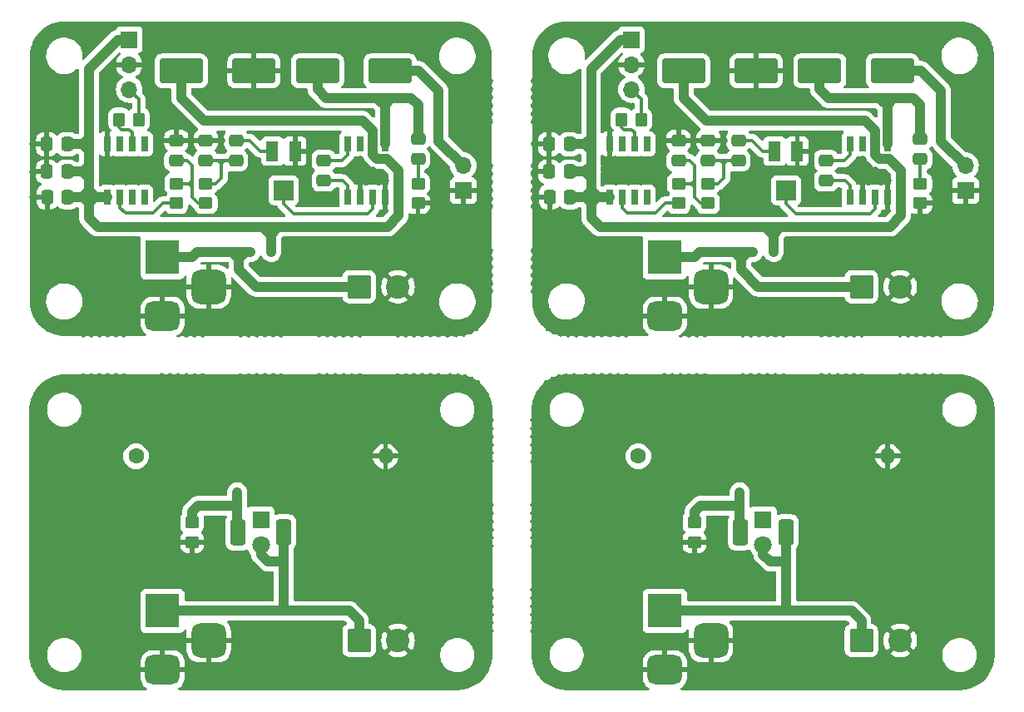
<source format=gbr>
%TF.GenerationSoftware,KiCad,Pcbnew,7.0.10*%
%TF.CreationDate,2024-03-02T22:01:54+01:00*%
%TF.ProjectId,explorer-panel_panelized,6578706c-6f72-4657-922d-70616e656c5f,rev?*%
%TF.SameCoordinates,Original*%
%TF.FileFunction,Copper,L1,Top*%
%TF.FilePolarity,Positive*%
%FSLAX46Y46*%
G04 Gerber Fmt 4.6, Leading zero omitted, Abs format (unit mm)*
G04 Created by KiCad (PCBNEW 7.0.10) date 2024-03-02 22:01:54*
%MOMM*%
%LPD*%
G01*
G04 APERTURE LIST*
G04 Aperture macros list*
%AMRoundRect*
0 Rectangle with rounded corners*
0 $1 Rounding radius*
0 $2 $3 $4 $5 $6 $7 $8 $9 X,Y pos of 4 corners*
0 Add a 4 corners polygon primitive as box body*
4,1,4,$2,$3,$4,$5,$6,$7,$8,$9,$2,$3,0*
0 Add four circle primitives for the rounded corners*
1,1,$1+$1,$2,$3*
1,1,$1+$1,$4,$5*
1,1,$1+$1,$6,$7*
1,1,$1+$1,$8,$9*
0 Add four rect primitives between the rounded corners*
20,1,$1+$1,$2,$3,$4,$5,0*
20,1,$1+$1,$4,$5,$6,$7,0*
20,1,$1+$1,$6,$7,$8,$9,0*
20,1,$1+$1,$8,$9,$2,$3,0*%
G04 Aperture macros list end*
%TA.AperFunction,SMDPad,CuDef*%
%ADD10R,0.650000X1.525000*%
%TD*%
%TA.AperFunction,SMDPad,CuDef*%
%ADD11RoundRect,0.250000X-0.350000X-0.450000X0.350000X-0.450000X0.350000X0.450000X-0.350000X0.450000X0*%
%TD*%
%TA.AperFunction,ComponentPad*%
%ADD12R,1.800000X1.800000*%
%TD*%
%TA.AperFunction,ComponentPad*%
%ADD13C,1.800000*%
%TD*%
%TA.AperFunction,ComponentPad*%
%ADD14RoundRect,0.250001X-0.949999X-0.949999X0.949999X-0.949999X0.949999X0.949999X-0.949999X0.949999X0*%
%TD*%
%TA.AperFunction,ComponentPad*%
%ADD15C,2.400000*%
%TD*%
%TA.AperFunction,SMDPad,CuDef*%
%ADD16RoundRect,0.250000X0.475000X-0.337500X0.475000X0.337500X-0.475000X0.337500X-0.475000X-0.337500X0*%
%TD*%
%TA.AperFunction,SMDPad,CuDef*%
%ADD17RoundRect,0.250000X-1.950000X-1.000000X1.950000X-1.000000X1.950000X1.000000X-1.950000X1.000000X0*%
%TD*%
%TA.AperFunction,ComponentPad*%
%ADD18R,3.500000X3.500000*%
%TD*%
%TA.AperFunction,ComponentPad*%
%ADD19RoundRect,0.750000X1.000000X-0.750000X1.000000X0.750000X-1.000000X0.750000X-1.000000X-0.750000X0*%
%TD*%
%TA.AperFunction,ComponentPad*%
%ADD20RoundRect,0.875000X0.875000X-0.875000X0.875000X0.875000X-0.875000X0.875000X-0.875000X-0.875000X0*%
%TD*%
%TA.AperFunction,SMDPad,CuDef*%
%ADD21RoundRect,0.250000X0.337500X0.475000X-0.337500X0.475000X-0.337500X-0.475000X0.337500X-0.475000X0*%
%TD*%
%TA.AperFunction,SMDPad,CuDef*%
%ADD22RoundRect,0.250000X0.450000X-0.350000X0.450000X0.350000X-0.450000X0.350000X-0.450000X-0.350000X0*%
%TD*%
%TA.AperFunction,SMDPad,CuDef*%
%ADD23R,1.300000X2.000000*%
%TD*%
%TA.AperFunction,SMDPad,CuDef*%
%ADD24R,2.000000X2.000000*%
%TD*%
%TA.AperFunction,SMDPad,CuDef*%
%ADD25RoundRect,0.250000X-0.450000X0.350000X-0.450000X-0.350000X0.450000X-0.350000X0.450000X0.350000X0*%
%TD*%
%TA.AperFunction,ComponentPad*%
%ADD26R,1.700000X1.700000*%
%TD*%
%TA.AperFunction,ComponentPad*%
%ADD27O,1.700000X1.700000*%
%TD*%
%TA.AperFunction,SMDPad,CuDef*%
%ADD28RoundRect,0.112500X0.187500X0.112500X-0.187500X0.112500X-0.187500X-0.112500X0.187500X-0.112500X0*%
%TD*%
%TA.AperFunction,ComponentPad*%
%ADD29C,1.600000*%
%TD*%
%TA.AperFunction,ComponentPad*%
%ADD30O,1.600000X1.600000*%
%TD*%
%TA.AperFunction,SMDPad,CuDef*%
%ADD31RoundRect,0.249999X-0.512501X-1.075001X0.512501X-1.075001X0.512501X1.075001X-0.512501X1.075001X0*%
%TD*%
%TA.AperFunction,ViaPad*%
%ADD32C,0.800000*%
%TD*%
%TA.AperFunction,Conductor*%
%ADD33C,1.000000*%
%TD*%
%TA.AperFunction,Conductor*%
%ADD34C,0.350000*%
%TD*%
%TA.AperFunction,Conductor*%
%ADD35C,0.300000*%
%TD*%
G04 APERTURE END LIST*
D10*
%TO.P,IC1,1,VDD*%
%TO.N,Board_1-Board_0-VCC*%
X59582000Y-18400000D03*
%TO.P,IC1,2,PA6*%
%TO.N,Board_1-Board_0-/DAC_OUT*%
X60852000Y-18400000D03*
%TO.P,IC1,3,PA7*%
%TO.N,Board_1-Board_0-unconnected-(IC1-PA7-Pad3)*%
X62122000Y-18400000D03*
%TO.P,IC1,4,PA1*%
%TO.N,Board_1-Board_0-unconnected-(IC1-PA1-Pad4)*%
X63392000Y-18400000D03*
%TO.P,IC1,5,PA2*%
%TO.N,Board_1-Board_0-unconnected-(IC1-PA2-Pad5)*%
X63392000Y-12976000D03*
%TO.P,IC1,6,PA0/~{RESET}/UPDI*%
%TO.N,Board_1-Board_0-/PROG*%
X62122000Y-12976000D03*
%TO.P,IC1,7,PA3/EXTCLK*%
%TO.N,Board_1-Board_0-unconnected-(IC1-PA3{slash}EXTCLK-Pad7)*%
X60852000Y-12976000D03*
%TO.P,IC1,8,GND*%
%TO.N,Board_1-Board_0-GND*%
X59582000Y-12976000D03*
%TD*%
D11*
%TO.P,R4,1*%
%TO.N,Board_1-Board_0-/PROG*%
X60780000Y-10477000D03*
%TO.P,R4,2*%
%TO.N,Board_1-Board_0-Net-(JPROG1-Pin_3)*%
X62780000Y-10477000D03*
%TD*%
D12*
%TO.P,.D2,1,K*%
%TO.N,Board_0-Board_1-Net-(D1-K)*%
X24064000Y-51250000D03*
D13*
%TO.P,.D2,2,A*%
%TO.N,Board_0-Board_1-VCC*%
X24064000Y-53790000D03*
%TD*%
D14*
%TO.P,.J1,1,Pin_1*%
%TO.N,Board_1-Board_1-VCC*%
X85192000Y-63500000D03*
D15*
%TO.P,.J1,2,Pin_2*%
%TO.N,Board_1-Board_1-GND*%
X89152000Y-63500000D03*
%TD*%
D16*
%TO.P,C2,1*%
%TO.N,Board_0-Board_0-/FILTER_OUT*%
X18464000Y-14675000D03*
%TO.P,C2,2*%
%TO.N,Board_0-Board_0-GND*%
X18464000Y-12600000D03*
%TD*%
D17*
%TO.P,C4,1*%
%TO.N,Board_0-Board_0-VCC*%
X15968000Y-5524000D03*
%TO.P,C4,2*%
%TO.N,Board_0-Board_0-GND*%
X23368000Y-5524000D03*
%TD*%
D18*
%TO.P,J2,1,Pin_1*%
%TO.N,Board_0-Board_0-/PWR*%
X14064000Y-24500000D03*
D19*
%TO.P,J2,2,Pin_2*%
%TO.N,Board_0-Board_0-GND*%
X14064000Y-30500000D03*
D20*
%TO.P,J2,3,Pin_3*%
X18764000Y-27500000D03*
%TD*%
D21*
%TO.P,C7,1*%
%TO.N,Board_1-Board_0-VCC*%
X55487000Y-12988000D03*
%TO.P,C7,2*%
%TO.N,Board_1-Board_0-GND*%
X53412000Y-12988000D03*
%TD*%
D22*
%TO.P,R1,1*%
%TO.N,Board_0-Board_0-/DAC_OUT*%
X15464000Y-19000000D03*
%TO.P,R1,2*%
%TO.N,Board_0-Board_0-Net-(C1-Pad1)*%
X15464000Y-17000000D03*
%TD*%
D23*
%TO.P,RV1,1,1*%
%TO.N,Board_0-Board_0-Net-(C5-Pad2)*%
X25243000Y-13688000D03*
D24*
%TO.P,RV1,2,2*%
%TO.N,Board_0-Board_0-Net-(IC2-+INPUT)*%
X26393000Y-17688000D03*
D23*
%TO.P,RV1,3,3*%
%TO.N,Board_0-Board_0-GND*%
X27543000Y-13688000D03*
%TD*%
D16*
%TO.P,C10,1*%
%TO.N,Board_0-Board_0-Net-(C10-Pad1)*%
X40064000Y-14500000D03*
%TO.P,C10,2*%
%TO.N,Board_0-Board_0-/AUDIO_OUT*%
X40064000Y-12425000D03*
%TD*%
D25*
%TO.P,.R2,1*%
%TO.N,Board_0-Board_1-Net-(D1-K)*%
X17064000Y-51500000D03*
%TO.P,.R2,2*%
%TO.N,Board_0-Board_1-GND*%
X17064000Y-53500000D03*
%TD*%
D26*
%TO.P,JPROG1,1,Pin_1*%
%TO.N,Board_0-Board_0-VCC*%
X10668000Y-2349000D03*
D27*
%TO.P,JPROG1,2,Pin_2*%
%TO.N,Board_0-Board_0-GND*%
X10668000Y-4889000D03*
%TO.P,JPROG1,3,Pin_3*%
%TO.N,Board_0-Board_0-Net-(JPROG1-Pin_3)*%
X10668000Y-7429000D03*
%TD*%
D28*
%TO.P,D1,1,K*%
%TO.N,Board_0-Board_0-VCC*%
X25114000Y-24000000D03*
%TO.P,D1,2,A*%
%TO.N,Board_0-Board_0-/PWR*%
X23014000Y-24000000D03*
%TD*%
D18*
%TO.P,J2,1,Pin_1*%
%TO.N,Board_1-Board_0-/PWR*%
X65192000Y-24500000D03*
D19*
%TO.P,J2,2,Pin_2*%
%TO.N,Board_1-Board_0-GND*%
X65192000Y-30500000D03*
D20*
%TO.P,J2,3,Pin_3*%
X69892000Y-27500000D03*
%TD*%
D10*
%TO.P,IC2,1,GAIN_1*%
%TO.N,Board_0-Board_0-Net-(IC2-GAIN_1)*%
X32888000Y-18400000D03*
%TO.P,IC2,2,-INPUT*%
%TO.N,Board_0-Board_0-GND*%
X34158000Y-18400000D03*
%TO.P,IC2,3,+INPUT*%
%TO.N,Board_0-Board_0-Net-(IC2-+INPUT)*%
X35428000Y-18400000D03*
%TO.P,IC2,4,GND*%
%TO.N,Board_0-Board_0-GND*%
X36698000Y-18400000D03*
%TO.P,IC2,5,VOUT*%
%TO.N,Board_0-Board_0-/AUDIO_OUT*%
X36698000Y-12976000D03*
%TO.P,IC2,6,VS*%
%TO.N,Board_0-Board_0-VCC*%
X35428000Y-12976000D03*
%TO.P,IC2,7,BYPASS*%
%TO.N,Board_0-Board_0-unconnected-(IC2-BYPASS-Pad7)*%
X34158000Y-12976000D03*
%TO.P,IC2,8,GAIN_2*%
%TO.N,Board_0-Board_0-Net-(IC2-GAIN_2)*%
X32888000Y-12976000D03*
%TD*%
D22*
%TO.P,R2,1*%
%TO.N,Board_0-Board_0-Net-(C1-Pad1)*%
X18464000Y-19000000D03*
%TO.P,R2,2*%
%TO.N,Board_0-Board_0-/FILTER_OUT*%
X18464000Y-17000000D03*
%TD*%
D21*
%TO.P,C7,1*%
%TO.N,Board_0-Board_0-VCC*%
X4359000Y-12988000D03*
%TO.P,C7,2*%
%TO.N,Board_0-Board_0-GND*%
X2284000Y-12988000D03*
%TD*%
D16*
%TO.P,C5,1*%
%TO.N,Board_1-Board_0-/FILTER_OUT*%
X72667000Y-14675000D03*
%TO.P,C5,2*%
%TO.N,Board_1-Board_0-Net-(C5-Pad2)*%
X72667000Y-12600000D03*
%TD*%
D21*
%TO.P,C8,1*%
%TO.N,Board_1-Board_0-VCC*%
X55487000Y-15788000D03*
%TO.P,C8,2*%
%TO.N,Board_1-Board_0-GND*%
X53412000Y-15788000D03*
%TD*%
D16*
%TO.P,C3,1*%
%TO.N,Board_0-Board_0-Net-(IC2-GAIN_1)*%
X30464000Y-16725000D03*
%TO.P,C3,2*%
%TO.N,Board_0-Board_0-Net-(IC2-GAIN_2)*%
X30464000Y-14650000D03*
%TD*%
D23*
%TO.P,RV1,1,1*%
%TO.N,Board_1-Board_0-Net-(C5-Pad2)*%
X76371000Y-13688000D03*
D24*
%TO.P,RV1,2,2*%
%TO.N,Board_1-Board_0-Net-(IC2-+INPUT)*%
X77521000Y-17688000D03*
D23*
%TO.P,RV1,3,3*%
%TO.N,Board_1-Board_0-GND*%
X78671000Y-13688000D03*
%TD*%
D18*
%TO.P,.J2,1,Pin_1*%
%TO.N,Board_0-Board_1-VCC*%
X14064000Y-60500000D03*
D19*
%TO.P,.J2,2,Pin_2*%
%TO.N,Board_0-Board_1-GND*%
X14064000Y-66500000D03*
D20*
%TO.P,.J2,3,Pin_3*%
X18764000Y-63500000D03*
%TD*%
D10*
%TO.P,IC1,1,VDD*%
%TO.N,Board_0-Board_0-VCC*%
X8454000Y-18400000D03*
%TO.P,IC1,2,PA6*%
%TO.N,Board_0-Board_0-/DAC_OUT*%
X9724000Y-18400000D03*
%TO.P,IC1,3,PA7*%
%TO.N,Board_0-Board_0-unconnected-(IC1-PA7-Pad3)*%
X10994000Y-18400000D03*
%TO.P,IC1,4,PA1*%
%TO.N,Board_0-Board_0-unconnected-(IC1-PA1-Pad4)*%
X12264000Y-18400000D03*
%TO.P,IC1,5,PA2*%
%TO.N,Board_0-Board_0-unconnected-(IC1-PA2-Pad5)*%
X12264000Y-12976000D03*
%TO.P,IC1,6,PA0/~{RESET}/UPDI*%
%TO.N,Board_0-Board_0-/PROG*%
X10994000Y-12976000D03*
%TO.P,IC1,7,PA3/EXTCLK*%
%TO.N,Board_0-Board_0-unconnected-(IC1-PA3{slash}EXTCLK-Pad7)*%
X9724000Y-12976000D03*
%TO.P,IC1,8,GND*%
%TO.N,Board_0-Board_0-GND*%
X8454000Y-12976000D03*
%TD*%
D18*
%TO.P,.J2,1,Pin_1*%
%TO.N,Board_1-Board_1-VCC*%
X65192000Y-60500000D03*
D19*
%TO.P,.J2,2,Pin_2*%
%TO.N,Board_1-Board_1-GND*%
X65192000Y-66500000D03*
D20*
%TO.P,.J2,3,Pin_3*%
X69892000Y-63500000D03*
%TD*%
D22*
%TO.P,R1,1*%
%TO.N,Board_1-Board_0-/DAC_OUT*%
X66592000Y-19000000D03*
%TO.P,R1,2*%
%TO.N,Board_1-Board_0-Net-(C1-Pad1)*%
X66592000Y-17000000D03*
%TD*%
D16*
%TO.P,C3,1*%
%TO.N,Board_1-Board_0-Net-(IC2-GAIN_1)*%
X81592000Y-16725000D03*
%TO.P,C3,2*%
%TO.N,Board_1-Board_0-Net-(IC2-GAIN_2)*%
X81592000Y-14650000D03*
%TD*%
D17*
%TO.P,C4,1*%
%TO.N,Board_1-Board_0-VCC*%
X67096000Y-5524000D03*
%TO.P,C4,2*%
%TO.N,Board_1-Board_0-GND*%
X74496000Y-5524000D03*
%TD*%
D26*
%TO.P,JPROG1,1,Pin_1*%
%TO.N,Board_1-Board_0-VCC*%
X61796000Y-2349000D03*
D27*
%TO.P,JPROG1,2,Pin_2*%
%TO.N,Board_1-Board_0-GND*%
X61796000Y-4889000D03*
%TO.P,JPROG1,3,Pin_3*%
%TO.N,Board_1-Board_0-Net-(JPROG1-Pin_3)*%
X61796000Y-7429000D03*
%TD*%
D16*
%TO.P,C1,1*%
%TO.N,Board_1-Board_0-Net-(C1-Pad1)*%
X66592000Y-14675000D03*
%TO.P,C1,2*%
%TO.N,Board_1-Board_0-GND*%
X66592000Y-12600000D03*
%TD*%
%TO.P,C1,1*%
%TO.N,Board_0-Board_0-Net-(C1-Pad1)*%
X15464000Y-14675000D03*
%TO.P,C1,2*%
%TO.N,Board_0-Board_0-GND*%
X15464000Y-12600000D03*
%TD*%
D21*
%TO.P,C8,1*%
%TO.N,Board_0-Board_0-VCC*%
X4359000Y-15788000D03*
%TO.P,C8,2*%
%TO.N,Board_0-Board_0-GND*%
X2284000Y-15788000D03*
%TD*%
%TO.P,C9,1*%
%TO.N,Board_0-Board_0-VCC*%
X4396500Y-18388000D03*
%TO.P,C9,2*%
%TO.N,Board_0-Board_0-GND*%
X2321500Y-18388000D03*
%TD*%
D29*
%TO.P,.R1,1*%
%TO.N,Board_1-Board_1-Net-(D1-K)*%
X62492000Y-44750000D03*
D30*
%TO.P,.R1,2*%
%TO.N,Board_1-Board_1-GND*%
X87892000Y-44750000D03*
%TD*%
D14*
%TO.P,J1,1,Pin_1*%
%TO.N,Board_0-Board_0-/PWR*%
X34064000Y-27500000D03*
D15*
%TO.P,J1,2,Pin_2*%
%TO.N,Board_0-Board_0-GND*%
X38024000Y-27500000D03*
%TD*%
D16*
%TO.P,C10,1*%
%TO.N,Board_1-Board_0-Net-(C10-Pad1)*%
X91192000Y-14500000D03*
%TO.P,C10,2*%
%TO.N,Board_1-Board_0-/AUDIO_OUT*%
X91192000Y-12425000D03*
%TD*%
D17*
%TO.P,C6,1*%
%TO.N,Board_0-Board_0-/AUDIO_OUT*%
X29828000Y-5524000D03*
%TO.P,C6,2*%
%TO.N,Board_0-Board_0-/AUDIO_OUT_FILTER*%
X37228000Y-5524000D03*
%TD*%
D12*
%TO.P,.D2,1,K*%
%TO.N,Board_1-Board_1-Net-(D1-K)*%
X75192000Y-51250000D03*
D13*
%TO.P,.D2,2,A*%
%TO.N,Board_1-Board_1-VCC*%
X75192000Y-53790000D03*
%TD*%
D28*
%TO.P,D1,1,K*%
%TO.N,Board_1-Board_0-VCC*%
X76242000Y-24000000D03*
%TO.P,D1,2,A*%
%TO.N,Board_1-Board_0-/PWR*%
X74142000Y-24000000D03*
%TD*%
D21*
%TO.P,C9,1*%
%TO.N,Board_1-Board_0-VCC*%
X55524500Y-18388000D03*
%TO.P,C9,2*%
%TO.N,Board_1-Board_0-GND*%
X53449500Y-18388000D03*
%TD*%
D22*
%TO.P,R2,1*%
%TO.N,Board_1-Board_0-Net-(C1-Pad1)*%
X69592000Y-19000000D03*
%TO.P,R2,2*%
%TO.N,Board_1-Board_0-/FILTER_OUT*%
X69592000Y-17000000D03*
%TD*%
D26*
%TO.P,JSPK1,1,Pin_1*%
%TO.N,Board_1-Board_0-GND*%
X95792000Y-17724000D03*
D27*
%TO.P,JSPK1,2,Pin_2*%
%TO.N,Board_1-Board_0-/AUDIO_OUT_FILTER*%
X95792000Y-15184000D03*
%TD*%
D10*
%TO.P,IC2,1,GAIN_1*%
%TO.N,Board_1-Board_0-Net-(IC2-GAIN_1)*%
X84016000Y-18400000D03*
%TO.P,IC2,2,-INPUT*%
%TO.N,Board_1-Board_0-GND*%
X85286000Y-18400000D03*
%TO.P,IC2,3,+INPUT*%
%TO.N,Board_1-Board_0-Net-(IC2-+INPUT)*%
X86556000Y-18400000D03*
%TO.P,IC2,4,GND*%
%TO.N,Board_1-Board_0-GND*%
X87826000Y-18400000D03*
%TO.P,IC2,5,VOUT*%
%TO.N,Board_1-Board_0-/AUDIO_OUT*%
X87826000Y-12976000D03*
%TO.P,IC2,6,VS*%
%TO.N,Board_1-Board_0-VCC*%
X86556000Y-12976000D03*
%TO.P,IC2,7,BYPASS*%
%TO.N,Board_1-Board_0-unconnected-(IC2-BYPASS-Pad7)*%
X85286000Y-12976000D03*
%TO.P,IC2,8,GAIN_2*%
%TO.N,Board_1-Board_0-Net-(IC2-GAIN_2)*%
X84016000Y-12976000D03*
%TD*%
D16*
%TO.P,C5,1*%
%TO.N,Board_0-Board_0-/FILTER_OUT*%
X21539000Y-14675000D03*
%TO.P,C5,2*%
%TO.N,Board_0-Board_0-Net-(C5-Pad2)*%
X21539000Y-12600000D03*
%TD*%
D17*
%TO.P,C6,1*%
%TO.N,Board_1-Board_0-/AUDIO_OUT*%
X80956000Y-5524000D03*
%TO.P,C6,2*%
%TO.N,Board_1-Board_0-/AUDIO_OUT_FILTER*%
X88356000Y-5524000D03*
%TD*%
D29*
%TO.P,.R1,1*%
%TO.N,Board_0-Board_1-Net-(D1-K)*%
X11364000Y-44750000D03*
D30*
%TO.P,.R1,2*%
%TO.N,Board_0-Board_1-GND*%
X36764000Y-44750000D03*
%TD*%
D26*
%TO.P,JSPK1,1,Pin_1*%
%TO.N,Board_0-Board_0-GND*%
X44664000Y-17724000D03*
D27*
%TO.P,JSPK1,2,Pin_2*%
%TO.N,Board_0-Board_0-/AUDIO_OUT_FILTER*%
X44664000Y-15184000D03*
%TD*%
D25*
%TO.P,.R2,1*%
%TO.N,Board_1-Board_1-Net-(D1-K)*%
X68192000Y-51500000D03*
%TO.P,.R2,2*%
%TO.N,Board_1-Board_1-GND*%
X68192000Y-53500000D03*
%TD*%
D14*
%TO.P,J1,1,Pin_1*%
%TO.N,Board_1-Board_0-/PWR*%
X85192000Y-27500000D03*
D15*
%TO.P,J1,2,Pin_2*%
%TO.N,Board_1-Board_0-GND*%
X89152000Y-27500000D03*
%TD*%
D16*
%TO.P,C2,1*%
%TO.N,Board_1-Board_0-/FILTER_OUT*%
X69592000Y-14675000D03*
%TO.P,C2,2*%
%TO.N,Board_1-Board_0-GND*%
X69592000Y-12600000D03*
%TD*%
D25*
%TO.P,R3,1*%
%TO.N,Board_0-Board_0-Net-(C10-Pad1)*%
X40064000Y-17000000D03*
%TO.P,R3,2*%
%TO.N,Board_0-Board_0-GND*%
X40064000Y-19000000D03*
%TD*%
%TO.P,R3,1*%
%TO.N,Board_1-Board_0-Net-(C10-Pad1)*%
X91192000Y-17000000D03*
%TO.P,R3,2*%
%TO.N,Board_1-Board_0-GND*%
X91192000Y-19000000D03*
%TD*%
D11*
%TO.P,R4,1*%
%TO.N,Board_0-Board_0-/PROG*%
X9652000Y-10477000D03*
%TO.P,R4,2*%
%TO.N,Board_0-Board_0-Net-(JPROG1-Pin_3)*%
X11652000Y-10477000D03*
%TD*%
D31*
%TO.P,.D1,1,K*%
%TO.N,Board_1-Board_1-Net-(D1-K)*%
X72854500Y-52500000D03*
%TO.P,.D1,2,A*%
%TO.N,Board_1-Board_1-VCC*%
X77529500Y-52500000D03*
%TD*%
D14*
%TO.P,.J1,1,Pin_1*%
%TO.N,Board_0-Board_1-VCC*%
X34064000Y-63500000D03*
D15*
%TO.P,.J1,2,Pin_2*%
%TO.N,Board_0-Board_1-GND*%
X38024000Y-63500000D03*
%TD*%
D31*
%TO.P,.D1,1,K*%
%TO.N,Board_0-Board_1-Net-(D1-K)*%
X21726500Y-52500000D03*
%TO.P,.D1,2,A*%
%TO.N,Board_0-Board_1-VCC*%
X26401500Y-52500000D03*
%TD*%
D32*
%TO.N,Board_1-Board_1-Net-(D1-K)*%
X72792000Y-48400000D03*
%TO.N,Board_1-Board_0-GND*%
X60092000Y-15100000D03*
X51992000Y-13000000D03*
X85291000Y-15684000D03*
X60092000Y-16300000D03*
X61492000Y-16300000D03*
X85291000Y-16700000D03*
X87831000Y-16700000D03*
X51992000Y-18400000D03*
X71192000Y-12600000D03*
X64992000Y-12600000D03*
X62892000Y-16300000D03*
X51992000Y-15800000D03*
X62892000Y-15100000D03*
X86561000Y-15684000D03*
X86561000Y-16700000D03*
X61492000Y-15100000D03*
X84021000Y-15684000D03*
X85291000Y-14541000D03*
X68092000Y-12600000D03*
%TO.N,Board_0-Board_1-Net-(D1-K)*%
X21664000Y-48400000D03*
%TO.N,Board_0-Board_0-GND*%
X8964000Y-16300000D03*
X34163000Y-14541000D03*
X36703000Y-16700000D03*
X16964000Y-12600000D03*
X35433000Y-16700000D03*
X864000Y-18400000D03*
X34163000Y-16700000D03*
X10364000Y-16300000D03*
X32893000Y-15684000D03*
X34163000Y-15684000D03*
X11764000Y-15100000D03*
X10364000Y-15100000D03*
X20064000Y-12600000D03*
X8964000Y-15100000D03*
X13864000Y-12600000D03*
X864000Y-13000000D03*
X11764000Y-16300000D03*
X35433000Y-15684000D03*
X864000Y-15800000D03*
%TD*%
D33*
%TO.N,Board_1-Board_1-VCC*%
X65192000Y-60500000D02*
X77692000Y-60500000D01*
X75942000Y-55500000D02*
X77529500Y-55500000D01*
X77529500Y-55500000D02*
X77529500Y-60337500D01*
X77692000Y-60500000D02*
X84192000Y-60500000D01*
X84192000Y-60500000D02*
X85192000Y-61500000D01*
X85192000Y-61500000D02*
X85192000Y-63500000D01*
X77529500Y-60337500D02*
X77692000Y-60500000D01*
X75192000Y-54750000D02*
X75942000Y-55500000D01*
X77529500Y-52500000D02*
X77529500Y-55500000D01*
X75192000Y-53790000D02*
X75192000Y-54750000D01*
%TO.N,Board_1-Board_1-Net-(D1-K)*%
X72792000Y-49800000D02*
X68792000Y-49800000D01*
X72792000Y-52437500D02*
X72854500Y-52500000D01*
X68192000Y-50400000D02*
X68192000Y-51500000D01*
X68792000Y-49800000D02*
X68192000Y-50400000D01*
X72792000Y-49800000D02*
X72792000Y-52437500D01*
X72792000Y-48400000D02*
X72792000Y-49800000D01*
%TO.N,Board_1-Board_0-VCC*%
X57687000Y-5315000D02*
X60653000Y-2349000D01*
X57699000Y-18400000D02*
X58494000Y-18400000D01*
X57687000Y-12382000D02*
X57687000Y-5315000D01*
X67096000Y-8284000D02*
X67096000Y-5524000D01*
X57687000Y-12988000D02*
X57687000Y-12382000D01*
X85555250Y-10604000D02*
X69416000Y-10604000D01*
X88092000Y-21400000D02*
X76942000Y-21400000D01*
X55487000Y-12988000D02*
X56970000Y-12988000D01*
X57687000Y-20465000D02*
X57687000Y-18986000D01*
X60653000Y-2349000D02*
X61796000Y-2349000D01*
X55487000Y-15788000D02*
X56970000Y-15788000D01*
X75867600Y-21400000D02*
X75442000Y-21400000D01*
X57081000Y-12988000D02*
X57687000Y-12382000D01*
X56970000Y-18388000D02*
X57089000Y-18388000D01*
X58273000Y-18400000D02*
X57687000Y-18986000D01*
X56970000Y-15788000D02*
X57687000Y-15788000D01*
X57023000Y-12988000D02*
X57687000Y-13652000D01*
X76242000Y-22150000D02*
X76192000Y-22150000D01*
X75004000Y-21400000D02*
X74191200Y-21400000D01*
X56970000Y-12988000D02*
X57023000Y-12988000D01*
X89228000Y-15684000D02*
X88044000Y-14500000D01*
X76242000Y-24000000D02*
X76242000Y-22150000D01*
X86556000Y-11604750D02*
X85555250Y-10604000D01*
X57089000Y-18314000D02*
X57687000Y-17716000D01*
X89228000Y-20264000D02*
X89228000Y-15684000D01*
X57687000Y-18388000D02*
X57687000Y-17716000D01*
X56970000Y-12988000D02*
X57687000Y-12988000D01*
X57687000Y-15176000D02*
X57687000Y-13652000D01*
X86556000Y-12976000D02*
X86556000Y-11604750D01*
X57075000Y-15788000D02*
X57687000Y-15176000D01*
X57687000Y-16446000D02*
X57687000Y-15788000D01*
X55524500Y-18388000D02*
X56970000Y-18388000D01*
X69416000Y-10604000D02*
X67096000Y-8284000D01*
X57687000Y-13652000D02*
X57687000Y-12988000D01*
X56970000Y-18388000D02*
X57687000Y-18388000D01*
X76242000Y-22150000D02*
X76942000Y-21450000D01*
X76192000Y-21400000D02*
X75867600Y-21400000D01*
X76942000Y-21450000D02*
X76942000Y-21400000D01*
X57089000Y-18388000D02*
X57687000Y-18986000D01*
X75442000Y-21400000D02*
X75004000Y-21400000D01*
X57029000Y-15788000D02*
X57687000Y-16446000D01*
X56970000Y-15788000D02*
X57029000Y-15788000D01*
X88044000Y-14500000D02*
X87028000Y-14500000D01*
X74191200Y-21400000D02*
X58622000Y-21400000D01*
X57687000Y-18986000D02*
X57687000Y-18388000D01*
X76942000Y-21400000D02*
X76192000Y-21400000D01*
X57687000Y-17716000D02*
X57687000Y-16446000D01*
X86556000Y-14028000D02*
X86556000Y-12976000D01*
X56970000Y-15788000D02*
X57075000Y-15788000D01*
X57089000Y-18388000D02*
X57089000Y-18314000D01*
X57687000Y-18388000D02*
X57699000Y-18400000D01*
X57687000Y-15788000D02*
X57687000Y-15176000D01*
X88092000Y-21400000D02*
X89228000Y-20264000D01*
X58494000Y-18400000D02*
X59582000Y-18400000D01*
X87028000Y-14500000D02*
X86556000Y-14028000D01*
X57023000Y-12988000D02*
X57081000Y-12988000D01*
X58371000Y-18400000D02*
X57687000Y-17716000D01*
X58371000Y-18400000D02*
X58273000Y-18400000D01*
X76242000Y-21450000D02*
X76192000Y-21400000D01*
X76242000Y-22150000D02*
X76242000Y-21450000D01*
X58494000Y-18400000D02*
X58371000Y-18400000D01*
X58622000Y-21400000D02*
X57687000Y-20465000D01*
X76192000Y-22150000D02*
X75442000Y-21400000D01*
D34*
%TO.N,Board_1-Board_0-Net-(JPROG1-Pin_3)*%
X62780000Y-10477000D02*
X62780000Y-8413000D01*
X62780000Y-8413000D02*
X61796000Y-7429000D01*
%TO.N,Board_1-Board_0-Net-(IC2-GAIN_2)*%
X81592000Y-14650000D02*
X83442000Y-14650000D01*
X84016000Y-14076000D02*
X84016000Y-12976000D01*
X83442000Y-14650000D02*
X84016000Y-14076000D01*
%TO.N,Board_1-Board_0-Net-(IC2-GAIN_1)*%
X83517000Y-16725000D02*
X84016000Y-17224000D01*
X81592000Y-16725000D02*
X83517000Y-16725000D01*
X84016000Y-17224000D02*
X84016000Y-18400000D01*
%TO.N,Board_1-Board_0-Net-(IC2-+INPUT)*%
X78542000Y-20100000D02*
X86042000Y-20100000D01*
X77521000Y-17688000D02*
X77521000Y-19079000D01*
X86042000Y-20100000D02*
X86556000Y-19586000D01*
X86556000Y-19586000D02*
X86556000Y-18400000D01*
X77521000Y-19079000D02*
X78542000Y-20100000D01*
%TO.N,Board_1-Board_0-Net-(C5-Pad2)*%
X74042000Y-12600000D02*
X75130000Y-13688000D01*
X72667000Y-12600000D02*
X74042000Y-12600000D01*
X75130000Y-13688000D02*
X76371000Y-13688000D01*
%TO.N,Board_1-Board_0-Net-(C10-Pad1)*%
X91192000Y-17000000D02*
X91192000Y-14500000D01*
%TO.N,Board_1-Board_0-Net-(C1-Pad1)*%
X67892000Y-17000000D02*
X68192000Y-16700000D01*
X67892000Y-17000000D02*
X68192000Y-17000000D01*
X68792000Y-19000000D02*
X68192000Y-18400000D01*
X68192000Y-16700000D02*
X68192000Y-15200000D01*
X67892000Y-17009600D02*
X68192000Y-17309600D01*
X67892000Y-17009600D02*
X67892000Y-17000000D01*
X68192000Y-17000000D02*
X68192000Y-16700000D01*
X68192000Y-18400000D02*
X68192000Y-17309600D01*
X68192000Y-17309600D02*
X68192000Y-17000000D01*
X67667000Y-14675000D02*
X66592000Y-14675000D01*
X66592000Y-17000000D02*
X67892000Y-17000000D01*
X68192000Y-15200000D02*
X67667000Y-14675000D01*
X69592000Y-19000000D02*
X68792000Y-19000000D01*
D35*
%TO.N,Board_1-Board_0-GND*%
X85291000Y-18395000D02*
X85286000Y-18400000D01*
X85291000Y-16700000D02*
X85291000Y-18395000D01*
D33*
%TO.N,Board_1-Board_0-/PWR*%
X72952000Y-24650000D02*
X73602000Y-24000000D01*
X72952000Y-24000000D02*
X72282000Y-24000000D01*
X72282000Y-24000000D02*
X68692000Y-24000000D01*
X68192000Y-24500000D02*
X65192000Y-24500000D01*
X68692000Y-24000000D02*
X68192000Y-24500000D01*
X74142000Y-24000000D02*
X73602000Y-24000000D01*
X73602000Y-24000000D02*
X72952000Y-24000000D01*
X72952000Y-25760000D02*
X72952000Y-24650000D01*
X72952000Y-24650000D02*
X72952000Y-24000000D01*
X72302000Y-24000000D02*
X72282000Y-24000000D01*
X74692000Y-27500000D02*
X72952000Y-25760000D01*
X85192000Y-27500000D02*
X74692000Y-27500000D01*
X72952000Y-24650000D02*
X72302000Y-24000000D01*
D34*
%TO.N,Board_1-Board_0-/PROG*%
X60780000Y-10477000D02*
X60780000Y-11239000D01*
X62122000Y-11819000D02*
X62122000Y-12976000D01*
X61796000Y-11493000D02*
X62122000Y-11819000D01*
X61034000Y-11493000D02*
X61796000Y-11493000D01*
X60780000Y-11239000D02*
X61034000Y-11493000D01*
%TO.N,Board_1-Board_0-/FILTER_OUT*%
X71187000Y-14972800D02*
X70889200Y-14675000D01*
X69592000Y-14675000D02*
X70889200Y-14675000D01*
X71192000Y-14675000D02*
X71192000Y-14972800D01*
X71201000Y-14972800D02*
X71498800Y-14675000D01*
X70889200Y-14675000D02*
X71192000Y-14675000D01*
X71498800Y-14675000D02*
X72667000Y-14675000D01*
X71192000Y-14972800D02*
X71201000Y-14972800D01*
X71192000Y-14675000D02*
X71498800Y-14675000D01*
X70592000Y-17000000D02*
X69592000Y-17000000D01*
X71192000Y-16400000D02*
X70592000Y-17000000D01*
X71192000Y-14972800D02*
X71192000Y-16400000D01*
X71201000Y-14972800D02*
X71187000Y-14972800D01*
%TO.N,Board_1-Board_0-/DAC_OUT*%
X61392000Y-20000000D02*
X64211000Y-20000000D01*
X60852000Y-18400000D02*
X60852000Y-19460000D01*
X65211000Y-19000000D02*
X66592000Y-19000000D01*
X64211000Y-20000000D02*
X65211000Y-19000000D01*
X60852000Y-19460000D02*
X61392000Y-20000000D01*
D33*
%TO.N,Board_1-Board_0-/AUDIO_OUT_FILTER*%
X91260000Y-5524000D02*
X93292000Y-7556000D01*
X88356000Y-5524000D02*
X91260000Y-5524000D01*
X93292000Y-7556000D02*
X93292000Y-12684000D01*
X93292000Y-12684000D02*
X95792000Y-15184000D01*
%TO.N,Board_1-Board_0-/AUDIO_OUT*%
X87826000Y-9080000D02*
X87826000Y-8958000D01*
X81862000Y-8318000D02*
X87196000Y-8318000D01*
X80956000Y-5524000D02*
X80956000Y-7412000D01*
X87826000Y-8958000D02*
X88466000Y-8318000D01*
X87196000Y-8450000D02*
X87826000Y-9080000D01*
X87826000Y-12976000D02*
X87826000Y-9080000D01*
X90498000Y-8318000D02*
X91192000Y-9012000D01*
X91192000Y-9012000D02*
X91192000Y-12425000D01*
X88466000Y-8318000D02*
X90498000Y-8318000D01*
X87196000Y-8318000D02*
X87704000Y-8318000D01*
X87704000Y-8318000D02*
X88466000Y-8318000D01*
X87826000Y-9080000D02*
X87826000Y-8440000D01*
X87826000Y-8440000D02*
X87704000Y-8318000D01*
X80956000Y-7412000D02*
X81862000Y-8318000D01*
X87196000Y-8318000D02*
X87196000Y-8450000D01*
%TO.N,Board_0-Board_1-VCC*%
X34064000Y-61500000D02*
X34064000Y-63500000D01*
X33064000Y-60500000D02*
X34064000Y-61500000D01*
X24064000Y-54750000D02*
X24814000Y-55500000D01*
X26401500Y-55500000D02*
X26401500Y-60337500D01*
X14064000Y-60500000D02*
X26564000Y-60500000D01*
X26401500Y-60337500D02*
X26564000Y-60500000D01*
X24814000Y-55500000D02*
X26401500Y-55500000D01*
X26564000Y-60500000D02*
X33064000Y-60500000D01*
X24064000Y-53790000D02*
X24064000Y-54750000D01*
X26401500Y-52500000D02*
X26401500Y-55500000D01*
%TO.N,Board_0-Board_1-Net-(D1-K)*%
X21664000Y-49800000D02*
X21664000Y-52437500D01*
X17064000Y-50400000D02*
X17064000Y-51500000D01*
X17664000Y-49800000D02*
X17064000Y-50400000D01*
X21664000Y-52437500D02*
X21726500Y-52500000D01*
X21664000Y-48400000D02*
X21664000Y-49800000D01*
X21664000Y-49800000D02*
X17664000Y-49800000D01*
%TO.N,Board_0-Board_0-VCC*%
X35428000Y-11604750D02*
X34427250Y-10604000D01*
X25064000Y-21400000D02*
X24739600Y-21400000D01*
X4359000Y-15788000D02*
X5842000Y-15788000D01*
X5961000Y-18388000D02*
X6559000Y-18986000D01*
X25814000Y-21400000D02*
X25064000Y-21400000D01*
X15968000Y-8284000D02*
X15968000Y-5524000D01*
X9525000Y-2349000D02*
X10668000Y-2349000D01*
X36916000Y-14500000D02*
X35900000Y-14500000D01*
X36964000Y-21400000D02*
X25814000Y-21400000D01*
X25064000Y-22150000D02*
X24314000Y-21400000D01*
X7243000Y-18400000D02*
X6559000Y-17716000D01*
X6559000Y-18986000D02*
X6559000Y-18388000D01*
X5961000Y-18388000D02*
X5961000Y-18314000D01*
X34427250Y-10604000D02*
X18288000Y-10604000D01*
X6559000Y-15788000D02*
X6559000Y-15176000D01*
X5961000Y-18314000D02*
X6559000Y-17716000D01*
X5842000Y-12988000D02*
X5895000Y-12988000D01*
X6559000Y-18388000D02*
X6571000Y-18400000D01*
X4396500Y-18388000D02*
X5842000Y-18388000D01*
X35900000Y-14500000D02*
X35428000Y-14028000D01*
X38100000Y-20264000D02*
X38100000Y-15684000D01*
X24314000Y-21400000D02*
X23876000Y-21400000D01*
X6559000Y-13652000D02*
X6559000Y-12988000D01*
X25114000Y-21450000D02*
X25064000Y-21400000D01*
X35428000Y-14028000D02*
X35428000Y-12976000D01*
X7145000Y-18400000D02*
X6559000Y-18986000D01*
X4359000Y-12988000D02*
X5842000Y-12988000D01*
X35428000Y-12976000D02*
X35428000Y-11604750D01*
X5842000Y-12988000D02*
X6559000Y-12988000D01*
X6559000Y-12382000D02*
X6559000Y-5315000D01*
X5842000Y-15788000D02*
X6559000Y-15788000D01*
X25114000Y-22150000D02*
X25064000Y-22150000D01*
X25114000Y-22150000D02*
X25814000Y-21450000D01*
X25114000Y-24000000D02*
X25114000Y-22150000D01*
X6559000Y-17716000D02*
X6559000Y-16446000D01*
X5842000Y-18388000D02*
X6559000Y-18388000D01*
X36964000Y-21400000D02*
X38100000Y-20264000D01*
X23876000Y-21400000D02*
X23063200Y-21400000D01*
X24739600Y-21400000D02*
X24314000Y-21400000D01*
X5895000Y-12988000D02*
X6559000Y-13652000D01*
X18288000Y-10604000D02*
X15968000Y-8284000D01*
X5901000Y-15788000D02*
X6559000Y-16446000D01*
X5947000Y-15788000D02*
X6559000Y-15176000D01*
X6571000Y-18400000D02*
X7366000Y-18400000D01*
X23063200Y-21400000D02*
X7494000Y-21400000D01*
X7366000Y-18400000D02*
X8454000Y-18400000D01*
X5842000Y-15788000D02*
X5947000Y-15788000D01*
X25114000Y-22150000D02*
X25114000Y-21450000D01*
X38100000Y-15684000D02*
X36916000Y-14500000D01*
X7366000Y-18400000D02*
X7243000Y-18400000D01*
X6559000Y-20465000D02*
X6559000Y-18986000D01*
X25814000Y-21450000D02*
X25814000Y-21400000D01*
X7243000Y-18400000D02*
X7145000Y-18400000D01*
X6559000Y-18388000D02*
X6559000Y-17716000D01*
X6559000Y-16446000D02*
X6559000Y-15788000D01*
X5895000Y-12988000D02*
X5953000Y-12988000D01*
X5842000Y-15788000D02*
X5901000Y-15788000D01*
X5842000Y-18388000D02*
X5961000Y-18388000D01*
X6559000Y-5315000D02*
X9525000Y-2349000D01*
X6559000Y-15176000D02*
X6559000Y-13652000D01*
X7494000Y-21400000D02*
X6559000Y-20465000D01*
X5953000Y-12988000D02*
X6559000Y-12382000D01*
X6559000Y-12988000D02*
X6559000Y-12382000D01*
D34*
%TO.N,Board_0-Board_0-Net-(JPROG1-Pin_3)*%
X11652000Y-8413000D02*
X10668000Y-7429000D01*
X11652000Y-10477000D02*
X11652000Y-8413000D01*
%TO.N,Board_0-Board_0-Net-(IC2-GAIN_2)*%
X32314000Y-14650000D02*
X32888000Y-14076000D01*
X30464000Y-14650000D02*
X32314000Y-14650000D01*
X32888000Y-14076000D02*
X32888000Y-12976000D01*
%TO.N,Board_0-Board_0-Net-(IC2-GAIN_1)*%
X30464000Y-16725000D02*
X32389000Y-16725000D01*
X32888000Y-17224000D02*
X32888000Y-18400000D01*
X32389000Y-16725000D02*
X32888000Y-17224000D01*
%TO.N,Board_0-Board_0-Net-(IC2-+INPUT)*%
X35428000Y-19586000D02*
X35428000Y-18400000D01*
X26393000Y-17688000D02*
X26393000Y-19079000D01*
X34914000Y-20100000D02*
X35428000Y-19586000D01*
X27414000Y-20100000D02*
X34914000Y-20100000D01*
X26393000Y-19079000D02*
X27414000Y-20100000D01*
%TO.N,Board_0-Board_0-Net-(C5-Pad2)*%
X24002000Y-13688000D02*
X25243000Y-13688000D01*
X21539000Y-12600000D02*
X22914000Y-12600000D01*
X22914000Y-12600000D02*
X24002000Y-13688000D01*
%TO.N,Board_0-Board_0-Net-(C10-Pad1)*%
X40064000Y-17000000D02*
X40064000Y-14500000D01*
%TO.N,Board_0-Board_0-Net-(C1-Pad1)*%
X16764000Y-17009600D02*
X16764000Y-17000000D01*
X16764000Y-17000000D02*
X17064000Y-16700000D01*
X16539000Y-14675000D02*
X15464000Y-14675000D01*
X18464000Y-19000000D02*
X17664000Y-19000000D01*
X17064000Y-17309600D02*
X17064000Y-17000000D01*
X17064000Y-15200000D02*
X16539000Y-14675000D01*
X17664000Y-19000000D02*
X17064000Y-18400000D01*
X16764000Y-17009600D02*
X17064000Y-17309600D01*
X17064000Y-18400000D02*
X17064000Y-17309600D01*
X17064000Y-17000000D02*
X17064000Y-16700000D01*
X16764000Y-17000000D02*
X17064000Y-17000000D01*
X15464000Y-17000000D02*
X16764000Y-17000000D01*
X17064000Y-16700000D02*
X17064000Y-15200000D01*
D35*
%TO.N,Board_0-Board_0-GND*%
X34163000Y-16700000D02*
X34163000Y-18395000D01*
X34163000Y-18395000D02*
X34158000Y-18400000D01*
D33*
%TO.N,Board_0-Board_0-/PWR*%
X21824000Y-24650000D02*
X21824000Y-24000000D01*
X21824000Y-25760000D02*
X21824000Y-24650000D01*
X21824000Y-24650000D02*
X21174000Y-24000000D01*
X21174000Y-24000000D02*
X21154000Y-24000000D01*
X17564000Y-24000000D02*
X17064000Y-24500000D01*
X22474000Y-24000000D02*
X21824000Y-24000000D01*
X21824000Y-24000000D02*
X21154000Y-24000000D01*
X21154000Y-24000000D02*
X17564000Y-24000000D01*
X21824000Y-24650000D02*
X22474000Y-24000000D01*
X23564000Y-27500000D02*
X21824000Y-25760000D01*
X17064000Y-24500000D02*
X14064000Y-24500000D01*
X34064000Y-27500000D02*
X23564000Y-27500000D01*
X23014000Y-24000000D02*
X22474000Y-24000000D01*
D34*
%TO.N,Board_0-Board_0-/PROG*%
X9906000Y-11493000D02*
X10668000Y-11493000D01*
X9652000Y-10477000D02*
X9652000Y-11239000D01*
X10668000Y-11493000D02*
X10994000Y-11819000D01*
X9652000Y-11239000D02*
X9906000Y-11493000D01*
X10994000Y-11819000D02*
X10994000Y-12976000D01*
%TO.N,Board_0-Board_0-/FILTER_OUT*%
X19761200Y-14675000D02*
X20064000Y-14675000D01*
X20073000Y-14972800D02*
X20059000Y-14972800D01*
X20064000Y-16400000D02*
X19464000Y-17000000D01*
X20064000Y-14972800D02*
X20073000Y-14972800D01*
X20064000Y-14972800D02*
X20064000Y-16400000D01*
X20059000Y-14972800D02*
X19761200Y-14675000D01*
X19464000Y-17000000D02*
X18464000Y-17000000D01*
X18464000Y-14675000D02*
X19761200Y-14675000D01*
X20370800Y-14675000D02*
X21539000Y-14675000D01*
X20064000Y-14675000D02*
X20370800Y-14675000D01*
X20073000Y-14972800D02*
X20370800Y-14675000D01*
X20064000Y-14675000D02*
X20064000Y-14972800D01*
%TO.N,Board_0-Board_0-/DAC_OUT*%
X13083000Y-20000000D02*
X14083000Y-19000000D01*
X9724000Y-18400000D02*
X9724000Y-19460000D01*
X10264000Y-20000000D02*
X13083000Y-20000000D01*
X14083000Y-19000000D02*
X15464000Y-19000000D01*
X9724000Y-19460000D02*
X10264000Y-20000000D01*
D33*
%TO.N,Board_0-Board_0-/AUDIO_OUT_FILTER*%
X40132000Y-5524000D02*
X42164000Y-7556000D01*
X42164000Y-7556000D02*
X42164000Y-12684000D01*
X42164000Y-12684000D02*
X44664000Y-15184000D01*
X37228000Y-5524000D02*
X40132000Y-5524000D01*
%TO.N,Board_0-Board_0-/AUDIO_OUT*%
X30734000Y-8318000D02*
X36068000Y-8318000D01*
X36698000Y-8958000D02*
X37338000Y-8318000D01*
X36068000Y-8318000D02*
X36068000Y-8450000D01*
X36068000Y-8318000D02*
X36576000Y-8318000D01*
X29828000Y-5524000D02*
X29828000Y-7412000D01*
X29828000Y-7412000D02*
X30734000Y-8318000D01*
X36068000Y-8450000D02*
X36698000Y-9080000D01*
X36576000Y-8318000D02*
X37338000Y-8318000D01*
X37338000Y-8318000D02*
X39370000Y-8318000D01*
X36698000Y-12976000D02*
X36698000Y-9080000D01*
X36698000Y-9080000D02*
X36698000Y-8958000D01*
X40064000Y-9012000D02*
X40064000Y-12425000D01*
X36698000Y-8440000D02*
X36576000Y-8318000D01*
X39370000Y-8318000D02*
X40064000Y-9012000D01*
X36698000Y-9080000D02*
X36698000Y-8440000D01*
%TD*%
%TA.AperFunction,Conductor*%
%TO.N,Board_1-Board_0-GND*%
G36*
X71894539Y-25020185D02*
G01*
X71940294Y-25072989D01*
X71951500Y-25124500D01*
X71951500Y-25558563D01*
X71931815Y-25625602D01*
X71879011Y-25671357D01*
X71809853Y-25681301D01*
X71746873Y-25652539D01*
X71746815Y-25652608D01*
X71746568Y-25652399D01*
X71746297Y-25652276D01*
X71745107Y-25651168D01*
X71563848Y-25498344D01*
X71563841Y-25498339D01*
X71361975Y-25379879D01*
X71142987Y-25297237D01*
X70913190Y-25252794D01*
X70860617Y-25250001D01*
X70860579Y-25250000D01*
X70142000Y-25250000D01*
X70142000Y-26066313D01*
X70101844Y-26040507D01*
X69963889Y-26000000D01*
X69820111Y-26000000D01*
X69682156Y-26040507D01*
X69642000Y-26066313D01*
X69642000Y-25250000D01*
X69156283Y-25250000D01*
X69089244Y-25230315D01*
X69043489Y-25177511D01*
X69033545Y-25108353D01*
X69062570Y-25044797D01*
X69068631Y-25038290D01*
X69070132Y-25036790D01*
X69131466Y-25003325D01*
X69157784Y-25000500D01*
X71827500Y-25000500D01*
X71894539Y-25020185D01*
G37*
%TD.AperFunction*%
%TA.AperFunction,Conductor*%
G36*
X83363836Y-11624185D02*
G01*
X83409591Y-11676989D01*
X83419535Y-11746147D01*
X83390510Y-11809703D01*
X83371112Y-11827762D01*
X83333454Y-11855954D01*
X83333453Y-11855955D01*
X83333452Y-11855956D01*
X83247206Y-11971164D01*
X83247202Y-11971171D01*
X83196908Y-12106017D01*
X83190501Y-12165616D01*
X83190501Y-12165623D01*
X83190500Y-12165635D01*
X83190500Y-13786370D01*
X83190501Y-13786374D01*
X83195970Y-13837246D01*
X83183563Y-13906006D01*
X83135952Y-13957142D01*
X83072680Y-13974500D01*
X82809508Y-13974500D01*
X82742469Y-13954815D01*
X82703969Y-13915597D01*
X82703173Y-13914306D01*
X82659712Y-13843844D01*
X82535656Y-13719788D01*
X82442888Y-13662569D01*
X82386336Y-13627687D01*
X82386331Y-13627685D01*
X82350455Y-13615797D01*
X82219797Y-13572501D01*
X82219795Y-13572500D01*
X82117010Y-13562000D01*
X81066998Y-13562000D01*
X81066980Y-13562001D01*
X80964203Y-13572500D01*
X80964200Y-13572501D01*
X80797668Y-13627685D01*
X80797663Y-13627687D01*
X80648342Y-13719789D01*
X80524289Y-13843842D01*
X80432187Y-13993163D01*
X80432185Y-13993168D01*
X80411592Y-14055315D01*
X80377001Y-14159703D01*
X80377001Y-14159704D01*
X80377000Y-14159704D01*
X80366500Y-14262483D01*
X80366500Y-15037501D01*
X80366501Y-15037519D01*
X80377000Y-15140296D01*
X80377001Y-15140299D01*
X80432185Y-15306831D01*
X80432187Y-15306836D01*
X80461144Y-15353782D01*
X80517425Y-15445030D01*
X80524289Y-15456157D01*
X80648346Y-15580214D01*
X80651182Y-15581963D01*
X80652717Y-15583670D01*
X80654011Y-15584693D01*
X80653836Y-15584914D01*
X80697905Y-15633911D01*
X80709126Y-15702874D01*
X80681282Y-15766956D01*
X80651182Y-15793037D01*
X80648346Y-15794785D01*
X80524289Y-15918842D01*
X80432187Y-16068163D01*
X80432185Y-16068168D01*
X80410303Y-16134203D01*
X80377001Y-16234703D01*
X80377001Y-16234704D01*
X80377000Y-16234704D01*
X80366500Y-16337483D01*
X80366500Y-17112501D01*
X80366501Y-17112519D01*
X80377000Y-17215296D01*
X80377001Y-17215299D01*
X80432185Y-17381831D01*
X80432187Y-17381836D01*
X80443699Y-17400500D01*
X80524288Y-17531156D01*
X80648344Y-17655212D01*
X80797666Y-17747314D01*
X80964203Y-17802499D01*
X81066991Y-17813000D01*
X82117008Y-17812999D01*
X82117016Y-17812998D01*
X82117019Y-17812998D01*
X82173302Y-17807248D01*
X82219797Y-17802499D01*
X82386334Y-17747314D01*
X82535656Y-17655212D01*
X82659712Y-17531156D01*
X82703970Y-17459402D01*
X82755917Y-17412679D01*
X82809508Y-17400500D01*
X83072788Y-17400500D01*
X83139827Y-17420185D01*
X83185582Y-17472989D01*
X83196077Y-17537756D01*
X83190500Y-17589618D01*
X83190500Y-19210370D01*
X83190501Y-19210376D01*
X83196909Y-19269986D01*
X83197381Y-19271983D01*
X83197295Y-19273579D01*
X83197738Y-19277696D01*
X83197070Y-19277767D01*
X83193642Y-19341752D01*
X83152776Y-19398425D01*
X83087758Y-19424006D01*
X83076705Y-19424500D01*
X78873163Y-19424500D01*
X78806124Y-19404815D01*
X78785482Y-19388181D01*
X78728954Y-19331653D01*
X78695469Y-19270330D01*
X78700453Y-19200638D01*
X78742325Y-19144705D01*
X78757207Y-19135140D01*
X78763326Y-19131797D01*
X78763331Y-19131796D01*
X78878546Y-19045546D01*
X78964796Y-18930331D01*
X79015091Y-18795483D01*
X79021500Y-18735873D01*
X79021499Y-16640128D01*
X79015091Y-16580517D01*
X79011766Y-16571603D01*
X78964797Y-16445671D01*
X78964793Y-16445664D01*
X78878547Y-16330455D01*
X78878544Y-16330452D01*
X78763335Y-16244206D01*
X78763328Y-16244202D01*
X78628482Y-16193908D01*
X78628483Y-16193908D01*
X78568883Y-16187501D01*
X78568881Y-16187500D01*
X78568873Y-16187500D01*
X78568864Y-16187500D01*
X76473129Y-16187500D01*
X76473123Y-16187501D01*
X76413516Y-16193908D01*
X76278671Y-16244202D01*
X76278664Y-16244206D01*
X76163455Y-16330452D01*
X76163452Y-16330455D01*
X76077206Y-16445664D01*
X76077202Y-16445671D01*
X76026908Y-16580517D01*
X76021384Y-16631906D01*
X76020501Y-16640123D01*
X76020500Y-16640135D01*
X76020500Y-18735870D01*
X76020501Y-18735876D01*
X76026908Y-18795483D01*
X76077202Y-18930328D01*
X76077206Y-18930335D01*
X76163452Y-19045544D01*
X76163455Y-19045547D01*
X76278664Y-19131793D01*
X76278671Y-19131797D01*
X76307014Y-19142368D01*
X76413517Y-19182091D01*
X76473127Y-19188500D01*
X76751148Y-19188499D01*
X76818187Y-19208183D01*
X76863942Y-19260987D01*
X76869534Y-19275610D01*
X76871349Y-19281438D01*
X76871350Y-19281439D01*
X76893950Y-19331657D01*
X76895095Y-19334200D01*
X76897960Y-19341117D01*
X76918481Y-19395224D01*
X76918481Y-19395225D01*
X76923805Y-19402938D01*
X76934824Y-19422476D01*
X76938671Y-19431023D01*
X76938672Y-19431025D01*
X76938673Y-19431026D01*
X76938674Y-19431028D01*
X76974372Y-19476592D01*
X76978785Y-19482589D01*
X77011668Y-19530229D01*
X77054989Y-19568608D01*
X77060426Y-19573727D01*
X77674518Y-20187819D01*
X77708003Y-20249142D01*
X77703019Y-20318834D01*
X77661147Y-20374767D01*
X77595683Y-20399184D01*
X77586837Y-20399500D01*
X76970500Y-20399500D01*
X76964221Y-20399341D01*
X76891064Y-20395631D01*
X76891060Y-20395631D01*
X76875143Y-20398070D01*
X76856367Y-20399500D01*
X76234759Y-20399500D01*
X76225344Y-20399142D01*
X76222643Y-20398936D01*
X76166524Y-20394662D01*
X76136349Y-20398506D01*
X76120682Y-20399500D01*
X75484759Y-20399500D01*
X75475344Y-20399142D01*
X75472643Y-20398936D01*
X75416524Y-20394662D01*
X75386349Y-20398506D01*
X75370682Y-20399500D01*
X65066163Y-20399500D01*
X64999124Y-20379815D01*
X64953369Y-20327011D01*
X64943425Y-20257853D01*
X64972450Y-20194297D01*
X64978482Y-20187819D01*
X65069173Y-20097128D01*
X65361726Y-19804573D01*
X65423047Y-19771090D01*
X65492738Y-19776074D01*
X65546676Y-19815352D01*
X65549288Y-19818656D01*
X65673344Y-19942712D01*
X65822666Y-20034814D01*
X65989203Y-20089999D01*
X66091991Y-20100500D01*
X67092008Y-20100499D01*
X67092016Y-20100498D01*
X67092019Y-20100498D01*
X67148302Y-20094748D01*
X67194797Y-20089999D01*
X67361334Y-20034814D01*
X67510656Y-19942712D01*
X67634712Y-19818656D01*
X67726814Y-19669334D01*
X67781999Y-19502797D01*
X67792500Y-19400009D01*
X67792499Y-19255160D01*
X67812183Y-19188123D01*
X67864987Y-19142368D01*
X67934145Y-19132424D01*
X67997701Y-19161449D01*
X68004180Y-19167481D01*
X68297271Y-19460572D01*
X68302391Y-19466010D01*
X68340771Y-19509332D01*
X68388381Y-19542194D01*
X68394338Y-19546574D01*
X68394742Y-19546890D01*
X68435419Y-19603698D01*
X68436040Y-19605523D01*
X68457186Y-19669334D01*
X68549288Y-19818656D01*
X68673344Y-19942712D01*
X68822666Y-20034814D01*
X68989203Y-20089999D01*
X69091991Y-20100500D01*
X70092008Y-20100499D01*
X70092016Y-20100498D01*
X70092019Y-20100498D01*
X70148302Y-20094748D01*
X70194797Y-20089999D01*
X70361334Y-20034814D01*
X70510656Y-19942712D01*
X70634712Y-19818656D01*
X70726814Y-19669334D01*
X70781999Y-19502797D01*
X70792500Y-19400009D01*
X70792499Y-18599992D01*
X70781999Y-18497203D01*
X70726814Y-18330666D01*
X70634712Y-18181344D01*
X70541049Y-18087681D01*
X70507564Y-18026358D01*
X70512548Y-17956666D01*
X70541049Y-17912319D01*
X70564087Y-17889281D01*
X70634712Y-17818656D01*
X70702938Y-17708042D01*
X70754883Y-17661320D01*
X70786124Y-17651173D01*
X70794439Y-17649650D01*
X70821335Y-17637544D01*
X70847208Y-17625901D01*
X70854122Y-17623036D01*
X70908226Y-17602518D01*
X70915935Y-17597197D01*
X70935480Y-17586172D01*
X70944028Y-17582326D01*
X70989578Y-17546638D01*
X70995603Y-17542204D01*
X71043229Y-17509332D01*
X71081609Y-17466008D01*
X71086711Y-17460588D01*
X71652588Y-16894711D01*
X71658008Y-16889609D01*
X71701332Y-16851229D01*
X71734204Y-16803603D01*
X71738639Y-16797577D01*
X71765107Y-16763795D01*
X71774326Y-16752028D01*
X71778172Y-16743480D01*
X71789197Y-16723935D01*
X71794517Y-16716227D01*
X71794516Y-16716227D01*
X71794518Y-16716226D01*
X71815036Y-16662122D01*
X71817901Y-16655208D01*
X71841646Y-16602447D01*
X71841650Y-16602439D01*
X71843338Y-16593221D01*
X71849366Y-16571603D01*
X71852688Y-16562845D01*
X71859663Y-16505396D01*
X71860790Y-16497993D01*
X71860935Y-16497200D01*
X71871219Y-16441085D01*
X71869689Y-16415797D01*
X71867726Y-16383336D01*
X71867500Y-16375849D01*
X71867500Y-15867322D01*
X71887185Y-15800283D01*
X71939989Y-15754528D01*
X72009147Y-15744584D01*
X72030499Y-15749614D01*
X72039203Y-15752499D01*
X72141991Y-15763000D01*
X73192008Y-15762999D01*
X73192016Y-15762998D01*
X73192019Y-15762998D01*
X73274934Y-15754528D01*
X73294797Y-15752499D01*
X73461334Y-15697314D01*
X73610656Y-15605212D01*
X73734712Y-15481156D01*
X73826814Y-15331834D01*
X73881999Y-15165297D01*
X73892500Y-15062509D01*
X73892499Y-14287492D01*
X73890745Y-14270326D01*
X73881999Y-14184703D01*
X73881998Y-14184700D01*
X73880857Y-14181257D01*
X73826814Y-14018166D01*
X73734712Y-13868844D01*
X73610656Y-13744788D01*
X73607819Y-13743038D01*
X73606283Y-13741330D01*
X73604989Y-13740307D01*
X73605163Y-13740085D01*
X73561096Y-13691094D01*
X73549872Y-13622132D01*
X73577713Y-13558049D01*
X73607817Y-13531962D01*
X73610656Y-13530212D01*
X73726105Y-13414762D01*
X73787424Y-13381280D01*
X73857116Y-13386264D01*
X73901463Y-13414764D01*
X74268817Y-13782119D01*
X74635279Y-14148581D01*
X74640399Y-14154019D01*
X74678771Y-14197332D01*
X74726399Y-14230207D01*
X74732401Y-14234623D01*
X74777972Y-14270326D01*
X74777973Y-14270326D01*
X74777974Y-14270327D01*
X74786515Y-14274171D01*
X74806066Y-14285198D01*
X74813768Y-14290514D01*
X74813774Y-14290518D01*
X74813778Y-14290519D01*
X74813779Y-14290520D01*
X74867883Y-14311040D01*
X74874798Y-14313903D01*
X74927561Y-14337650D01*
X74936776Y-14339338D01*
X74958389Y-14345363D01*
X74967155Y-14348688D01*
X75024617Y-14355665D01*
X75031977Y-14356784D01*
X75088915Y-14367219D01*
X75089012Y-14367213D01*
X75089081Y-14367228D01*
X75096404Y-14367672D01*
X75096330Y-14368889D01*
X75157118Y-14382813D01*
X75205978Y-14432757D01*
X75220501Y-14490987D01*
X75220501Y-14735876D01*
X75226908Y-14795483D01*
X75277202Y-14930328D01*
X75277206Y-14930335D01*
X75363452Y-15045544D01*
X75363455Y-15045547D01*
X75478664Y-15131793D01*
X75478671Y-15131797D01*
X75613517Y-15182091D01*
X75613516Y-15182091D01*
X75618874Y-15182667D01*
X75673127Y-15188500D01*
X77068872Y-15188499D01*
X77128483Y-15182091D01*
X77263331Y-15131796D01*
X77378546Y-15045546D01*
X77422046Y-14987436D01*
X77477979Y-14945567D01*
X77547671Y-14940583D01*
X77608994Y-14974068D01*
X77620578Y-14987438D01*
X77663809Y-15045187D01*
X77663812Y-15045190D01*
X77778906Y-15131350D01*
X77778913Y-15131354D01*
X77913620Y-15181596D01*
X77913627Y-15181598D01*
X77973155Y-15187999D01*
X77973172Y-15188000D01*
X78421000Y-15188000D01*
X78421000Y-13938000D01*
X78921000Y-13938000D01*
X78921000Y-15188000D01*
X79368828Y-15188000D01*
X79368844Y-15187999D01*
X79428372Y-15181598D01*
X79428379Y-15181596D01*
X79563086Y-15131354D01*
X79563093Y-15131350D01*
X79678187Y-15045190D01*
X79678190Y-15045187D01*
X79764350Y-14930093D01*
X79764354Y-14930086D01*
X79814596Y-14795379D01*
X79814598Y-14795372D01*
X79820999Y-14735844D01*
X79821000Y-14735827D01*
X79821000Y-13938000D01*
X78921000Y-13938000D01*
X78421000Y-13938000D01*
X78421000Y-12188000D01*
X78921000Y-12188000D01*
X78921000Y-13438000D01*
X79821000Y-13438000D01*
X79821000Y-12640172D01*
X79820999Y-12640155D01*
X79814598Y-12580627D01*
X79814596Y-12580620D01*
X79764354Y-12445913D01*
X79764350Y-12445906D01*
X79678190Y-12330812D01*
X79678187Y-12330809D01*
X79563093Y-12244649D01*
X79563086Y-12244645D01*
X79428379Y-12194403D01*
X79428372Y-12194401D01*
X79368844Y-12188000D01*
X78921000Y-12188000D01*
X78421000Y-12188000D01*
X77973155Y-12188000D01*
X77913627Y-12194401D01*
X77913620Y-12194403D01*
X77778913Y-12244645D01*
X77778906Y-12244649D01*
X77663812Y-12330809D01*
X77620578Y-12388562D01*
X77564644Y-12430432D01*
X77494952Y-12435416D01*
X77433629Y-12401930D01*
X77422046Y-12388562D01*
X77378814Y-12330812D01*
X77378546Y-12330454D01*
X77378544Y-12330453D01*
X77378544Y-12330452D01*
X77263335Y-12244206D01*
X77263328Y-12244202D01*
X77128482Y-12193908D01*
X77128483Y-12193908D01*
X77068883Y-12187501D01*
X77068881Y-12187500D01*
X77068873Y-12187500D01*
X77068864Y-12187500D01*
X75673129Y-12187500D01*
X75673123Y-12187501D01*
X75613516Y-12193908D01*
X75478671Y-12244202D01*
X75478664Y-12244206D01*
X75363455Y-12330452D01*
X75363452Y-12330455D01*
X75277206Y-12445664D01*
X75277203Y-12445669D01*
X75226669Y-12581158D01*
X75184797Y-12637091D01*
X75119333Y-12661508D01*
X75051060Y-12646656D01*
X75022808Y-12625507D01*
X74536726Y-12139425D01*
X74531608Y-12133989D01*
X74493229Y-12090668D01*
X74445589Y-12057785D01*
X74439592Y-12053372D01*
X74394028Y-12017674D01*
X74394026Y-12017673D01*
X74394025Y-12017672D01*
X74394023Y-12017671D01*
X74385476Y-12013824D01*
X74365938Y-12002805D01*
X74358226Y-11997482D01*
X74358224Y-11997481D01*
X74304117Y-11976960D01*
X74297200Y-11974095D01*
X74290687Y-11971164D01*
X74282722Y-11967579D01*
X74244440Y-11950350D01*
X74244441Y-11950350D01*
X74237087Y-11949002D01*
X74235222Y-11948660D01*
X74213614Y-11942637D01*
X74204845Y-11939312D01*
X74147387Y-11932334D01*
X74139987Y-11931207D01*
X74083089Y-11920781D01*
X74083082Y-11920781D01*
X74034362Y-11923728D01*
X74025334Y-11924274D01*
X74017849Y-11924500D01*
X73884508Y-11924500D01*
X73817469Y-11904815D01*
X73778969Y-11865597D01*
X73777676Y-11863500D01*
X73734712Y-11793844D01*
X73734710Y-11793842D01*
X73734559Y-11793597D01*
X73716119Y-11726204D01*
X73737042Y-11659541D01*
X73790683Y-11614771D01*
X73840098Y-11604500D01*
X83296797Y-11604500D01*
X83363836Y-11624185D01*
G37*
%TD.AperFunction*%
%TA.AperFunction,Conductor*%
G36*
X84819087Y-14219749D02*
G01*
X84853517Y-14232591D01*
X84913127Y-14239000D01*
X85478921Y-14238999D01*
X85545960Y-14258683D01*
X85591715Y-14311487D01*
X85594074Y-14317001D01*
X85609517Y-14355663D01*
X85611020Y-14359424D01*
X85614177Y-14368292D01*
X85631841Y-14424588D01*
X85631842Y-14424589D01*
X85631844Y-14424595D01*
X85646603Y-14451185D01*
X85653336Y-14465361D01*
X85663572Y-14490987D01*
X85664622Y-14493614D01*
X85664627Y-14493624D01*
X85697080Y-14542866D01*
X85701959Y-14550919D01*
X85707184Y-14560333D01*
X85730588Y-14602498D01*
X85730589Y-14602500D01*
X85730591Y-14602502D01*
X85750410Y-14625588D01*
X85759855Y-14638115D01*
X85776599Y-14663521D01*
X85818299Y-14705221D01*
X85824703Y-14712130D01*
X85863132Y-14756893D01*
X85863134Y-14756895D01*
X85886856Y-14775257D01*
X85887193Y-14775518D01*
X85898972Y-14785893D01*
X86310433Y-15197353D01*
X86312626Y-15199602D01*
X86372940Y-15263052D01*
X86372948Y-15263058D01*
X86421362Y-15296755D01*
X86428871Y-15302416D01*
X86474593Y-15339698D01*
X86501565Y-15353786D01*
X86514982Y-15361916D01*
X86539951Y-15379295D01*
X86594163Y-15402559D01*
X86602663Y-15406595D01*
X86654951Y-15433909D01*
X86684199Y-15442277D01*
X86698975Y-15447538D01*
X86726942Y-15459540D01*
X86726945Y-15459540D01*
X86726946Y-15459541D01*
X86784713Y-15471412D01*
X86793866Y-15473658D01*
X86850582Y-15489887D01*
X86880914Y-15492196D01*
X86896463Y-15494377D01*
X86926255Y-15500500D01*
X86926259Y-15500500D01*
X86985241Y-15500500D01*
X86994655Y-15500857D01*
X87003009Y-15501494D01*
X87053475Y-15505337D01*
X87053475Y-15505336D01*
X87053476Y-15505337D01*
X87083651Y-15501493D01*
X87099318Y-15500500D01*
X87578217Y-15500500D01*
X87645256Y-15520185D01*
X87665898Y-15536819D01*
X88191181Y-16062101D01*
X88224666Y-16123424D01*
X88227500Y-16149782D01*
X88227500Y-17013500D01*
X88207815Y-17080539D01*
X88155011Y-17126294D01*
X88103500Y-17137500D01*
X88076000Y-17137500D01*
X88076000Y-19662500D01*
X88103500Y-19662500D01*
X88170539Y-19682185D01*
X88216294Y-19734989D01*
X88227500Y-19786500D01*
X88227500Y-19798218D01*
X88207815Y-19865257D01*
X88191181Y-19885899D01*
X87713899Y-20363181D01*
X87652576Y-20396666D01*
X87626218Y-20399500D01*
X86997162Y-20399500D01*
X86930123Y-20379815D01*
X86884368Y-20327011D01*
X86874424Y-20257853D01*
X86903449Y-20194297D01*
X86909461Y-20187838D01*
X87016604Y-20080695D01*
X87022008Y-20075609D01*
X87065332Y-20037229D01*
X87098204Y-19989603D01*
X87102639Y-19983577D01*
X87138322Y-19938033D01*
X87138321Y-19938033D01*
X87138326Y-19938028D01*
X87142172Y-19929480D01*
X87153197Y-19909935D01*
X87158517Y-19902227D01*
X87158516Y-19902227D01*
X87158518Y-19902226D01*
X87179036Y-19848122D01*
X87181901Y-19841208D01*
X87201249Y-19798218D01*
X87205650Y-19788439D01*
X87207338Y-19779221D01*
X87213366Y-19757603D01*
X87216688Y-19748845D01*
X87216689Y-19748835D01*
X87218484Y-19741559D01*
X87220918Y-19742159D01*
X87243769Y-19689050D01*
X87301699Y-19649986D01*
X87371551Y-19648443D01*
X87382588Y-19651982D01*
X87393619Y-19656096D01*
X87393627Y-19656098D01*
X87453155Y-19662499D01*
X87453172Y-19662500D01*
X87576000Y-19662500D01*
X87576000Y-17137500D01*
X87453155Y-17137500D01*
X87393627Y-17143901D01*
X87393620Y-17143903D01*
X87258913Y-17194145D01*
X87251128Y-17198397D01*
X87249366Y-17195171D01*
X87200094Y-17213473D01*
X87131842Y-17198529D01*
X87130027Y-17197361D01*
X87123327Y-17193702D01*
X86988486Y-17143410D01*
X86988485Y-17143409D01*
X86988483Y-17143409D01*
X86928873Y-17137000D01*
X86928863Y-17137000D01*
X86183129Y-17137000D01*
X86183123Y-17137001D01*
X86123516Y-17143408D01*
X85988671Y-17193702D01*
X85980886Y-17197954D01*
X85979220Y-17194903D01*
X85929337Y-17213467D01*
X85861075Y-17198564D01*
X85860488Y-17198187D01*
X85853086Y-17194145D01*
X85718379Y-17143903D01*
X85718372Y-17143901D01*
X85658844Y-17137500D01*
X85536000Y-17137500D01*
X85536000Y-18526000D01*
X85516315Y-18593039D01*
X85463511Y-18638794D01*
X85412000Y-18650000D01*
X85160000Y-18650000D01*
X85092961Y-18630315D01*
X85047206Y-18577511D01*
X85036000Y-18526000D01*
X85036000Y-17137500D01*
X84913155Y-17137500D01*
X84853627Y-17143901D01*
X84853617Y-17143903D01*
X84840677Y-17148730D01*
X84770985Y-17153712D01*
X84709663Y-17120226D01*
X84680139Y-17067873D01*
X84679350Y-17068173D01*
X84677380Y-17062981D01*
X84676948Y-17062214D01*
X84676689Y-17061165D01*
X84676688Y-17061155D01*
X84673365Y-17052396D01*
X84667336Y-17030765D01*
X84665650Y-17021561D01*
X84641903Y-16968798D01*
X84639040Y-16961883D01*
X84618520Y-16907779D01*
X84618519Y-16907778D01*
X84618518Y-16907774D01*
X84613198Y-16900066D01*
X84602171Y-16880515D01*
X84598326Y-16871971D01*
X84562641Y-16826424D01*
X84558201Y-16820390D01*
X84525333Y-16772772D01*
X84515199Y-16763794D01*
X84482010Y-16734391D01*
X84476572Y-16729271D01*
X84011727Y-16264426D01*
X84006608Y-16258989D01*
X83968229Y-16215668D01*
X83920589Y-16182785D01*
X83914592Y-16178372D01*
X83869028Y-16142674D01*
X83869026Y-16142673D01*
X83869025Y-16142672D01*
X83869023Y-16142671D01*
X83860476Y-16138824D01*
X83840938Y-16127805D01*
X83833226Y-16122482D01*
X83833224Y-16122481D01*
X83779117Y-16101960D01*
X83772200Y-16099095D01*
X83719440Y-16075350D01*
X83719441Y-16075350D01*
X83712087Y-16074002D01*
X83710222Y-16073660D01*
X83688614Y-16067637D01*
X83679845Y-16064312D01*
X83622387Y-16057334D01*
X83614987Y-16056207D01*
X83558089Y-16045781D01*
X83558082Y-16045781D01*
X83509362Y-16048728D01*
X83500334Y-16049274D01*
X83492849Y-16049500D01*
X82809508Y-16049500D01*
X82742469Y-16029815D01*
X82703969Y-15990597D01*
X82698074Y-15981039D01*
X82659712Y-15918844D01*
X82535656Y-15794788D01*
X82532819Y-15793038D01*
X82531283Y-15791330D01*
X82529989Y-15790307D01*
X82530163Y-15790085D01*
X82486096Y-15741094D01*
X82474872Y-15672132D01*
X82502713Y-15608049D01*
X82532817Y-15581962D01*
X82535656Y-15580212D01*
X82659712Y-15456156D01*
X82703970Y-15384402D01*
X82755917Y-15337679D01*
X82809508Y-15325500D01*
X83417849Y-15325500D01*
X83425334Y-15325725D01*
X83434362Y-15326271D01*
X83483082Y-15329219D01*
X83483082Y-15329218D01*
X83483085Y-15329219D01*
X83539997Y-15318789D01*
X83547396Y-15317663D01*
X83604845Y-15310688D01*
X83613605Y-15307365D01*
X83635221Y-15301338D01*
X83644439Y-15299650D01*
X83671335Y-15287544D01*
X83697208Y-15275901D01*
X83704122Y-15273036D01*
X83758226Y-15252518D01*
X83765935Y-15247197D01*
X83785480Y-15236172D01*
X83794028Y-15232326D01*
X83839578Y-15196638D01*
X83845603Y-15192204D01*
X83893229Y-15159332D01*
X83931609Y-15116008D01*
X83936711Y-15110588D01*
X84476588Y-14570711D01*
X84482008Y-14565609D01*
X84525332Y-14527229D01*
X84558204Y-14479603D01*
X84562639Y-14473577D01*
X84598322Y-14428033D01*
X84598321Y-14428033D01*
X84598326Y-14428028D01*
X84602172Y-14419480D01*
X84613197Y-14399935D01*
X84618517Y-14392227D01*
X84618516Y-14392227D01*
X84618518Y-14392226D01*
X84639036Y-14338122D01*
X84641900Y-14331209D01*
X84662679Y-14285039D01*
X84708142Y-14231986D01*
X84775072Y-14211933D01*
X84819087Y-14219749D01*
G37*
%TD.AperFunction*%
%TA.AperFunction,Conductor*%
G36*
X95187231Y-500540D02*
G01*
X95366093Y-505070D01*
X95372350Y-505387D01*
X95542902Y-518375D01*
X95549093Y-519005D01*
X95718826Y-540621D01*
X95724940Y-541558D01*
X95893347Y-571742D01*
X95899448Y-572996D01*
X96066069Y-611661D01*
X96072119Y-613227D01*
X96236559Y-660279D01*
X96242522Y-662150D01*
X96404366Y-717470D01*
X96404372Y-717472D01*
X96410262Y-719654D01*
X96415154Y-721608D01*
X96569071Y-783089D01*
X96574799Y-785546D01*
X96730268Y-856979D01*
X96735838Y-859712D01*
X96887469Y-938919D01*
X96892931Y-941951D01*
X97040335Y-1028720D01*
X97045597Y-1032000D01*
X97188438Y-1126142D01*
X97193582Y-1129723D01*
X97331445Y-1230957D01*
X97336401Y-1234793D01*
X97417244Y-1300712D01*
X97468946Y-1342869D01*
X97473703Y-1346953D01*
X97589011Y-1451129D01*
X97600595Y-1461595D01*
X97605149Y-1465924D01*
X97726064Y-1586839D01*
X97730393Y-1591393D01*
X97845043Y-1718294D01*
X97849135Y-1723060D01*
X97957204Y-1855596D01*
X97961049Y-1860564D01*
X98062266Y-1998401D01*
X98065855Y-2003557D01*
X98159962Y-2146347D01*
X98163286Y-2151680D01*
X98250039Y-2299053D01*
X98253087Y-2304545D01*
X98310796Y-2415022D01*
X98322220Y-2436892D01*
X98332263Y-2456117D01*
X98335029Y-2461754D01*
X98339155Y-2470734D01*
X98406432Y-2617157D01*
X98408909Y-2622930D01*
X98472345Y-2781738D01*
X98474525Y-2787623D01*
X98474525Y-2787625D01*
X98474527Y-2787629D01*
X98529843Y-2949460D01*
X98531724Y-2955456D01*
X98578765Y-3119859D01*
X98580339Y-3125940D01*
X98618995Y-3292522D01*
X98620260Y-3298676D01*
X98650434Y-3467027D01*
X98651380Y-3473203D01*
X98672987Y-3642855D01*
X98672987Y-3642856D01*
X98673622Y-3649105D01*
X98686609Y-3819642D01*
X98686927Y-3825916D01*
X98691460Y-4004744D01*
X98691500Y-4007886D01*
X98691500Y-28992112D01*
X98691460Y-28995254D01*
X98686927Y-29174081D01*
X98686609Y-29180355D01*
X98673622Y-29350892D01*
X98672987Y-29357131D01*
X98651381Y-29526788D01*
X98650434Y-29532970D01*
X98620260Y-29701321D01*
X98618995Y-29707475D01*
X98580339Y-29874057D01*
X98578765Y-29880138D01*
X98531724Y-30044541D01*
X98529843Y-30050537D01*
X98474527Y-30212368D01*
X98472345Y-30218259D01*
X98408909Y-30377067D01*
X98406432Y-30382840D01*
X98335031Y-30538239D01*
X98332263Y-30543880D01*
X98253087Y-30695452D01*
X98250039Y-30700944D01*
X98163286Y-30848317D01*
X98159962Y-30853650D01*
X98065855Y-30996440D01*
X98062266Y-31001596D01*
X97961049Y-31139433D01*
X97957204Y-31144401D01*
X97849135Y-31276937D01*
X97845043Y-31281703D01*
X97730393Y-31408604D01*
X97726064Y-31413158D01*
X97605149Y-31534073D01*
X97600595Y-31538402D01*
X97473712Y-31653036D01*
X97468946Y-31657128D01*
X97336414Y-31765194D01*
X97331445Y-31769040D01*
X97193582Y-31870274D01*
X97188428Y-31873862D01*
X97149329Y-31899631D01*
X97045625Y-31967978D01*
X97040302Y-31971297D01*
X96892951Y-32058035D01*
X96887461Y-32061082D01*
X96735858Y-32140275D01*
X96730235Y-32143033D01*
X96577023Y-32213430D01*
X96574838Y-32214434D01*
X96569064Y-32216911D01*
X96410262Y-32280343D01*
X96404372Y-32282525D01*
X96242544Y-32337840D01*
X96236549Y-32339721D01*
X96072135Y-32386766D01*
X96066053Y-32388340D01*
X95899475Y-32426995D01*
X95893321Y-32428260D01*
X95724970Y-32458434D01*
X95718788Y-32459381D01*
X95549132Y-32480987D01*
X95542893Y-32481622D01*
X95372354Y-32494609D01*
X95366080Y-32494927D01*
X95187255Y-32499460D01*
X95184113Y-32499500D01*
X93763961Y-32499500D01*
X93620039Y-32499500D01*
X93620036Y-32499500D01*
X93620034Y-32499501D01*
X93593842Y-32507190D01*
X93576568Y-32510948D01*
X93549544Y-32514834D01*
X93549541Y-32514835D01*
X93524710Y-32526175D01*
X93508141Y-32532355D01*
X93495171Y-32536163D01*
X93481947Y-32540047D01*
X93481945Y-32540047D01*
X93481945Y-32540048D01*
X93458982Y-32554805D01*
X93443461Y-32563280D01*
X93418628Y-32574621D01*
X93418625Y-32574623D01*
X93398000Y-32592495D01*
X93383840Y-32603095D01*
X93360876Y-32617853D01*
X93354173Y-32623662D01*
X93352074Y-32621240D01*
X93306482Y-32650499D01*
X93236612Y-32650453D01*
X93190423Y-32625212D01*
X93132043Y-32574625D01*
X93132037Y-32574622D01*
X93001122Y-32514834D01*
X92920199Y-32503200D01*
X92894465Y-32499500D01*
X92822867Y-32499500D01*
X92818430Y-32500138D01*
X92716209Y-32514834D01*
X92585294Y-32574622D01*
X92585293Y-32574623D01*
X92523201Y-32628425D01*
X92459645Y-32657449D01*
X92390486Y-32647505D01*
X92360797Y-32628424D01*
X92298710Y-32574625D01*
X92298704Y-32574622D01*
X92167789Y-32514834D01*
X92086866Y-32503200D01*
X92061132Y-32499500D01*
X91989534Y-32499500D01*
X91985097Y-32500138D01*
X91882876Y-32514834D01*
X91751961Y-32574622D01*
X91751960Y-32574623D01*
X91689868Y-32628425D01*
X91626312Y-32657449D01*
X91557153Y-32647505D01*
X91527464Y-32628424D01*
X91465377Y-32574625D01*
X91465371Y-32574622D01*
X91334456Y-32514834D01*
X91253533Y-32503200D01*
X91227799Y-32499500D01*
X91156201Y-32499500D01*
X91151764Y-32500138D01*
X91049543Y-32514834D01*
X90918628Y-32574622D01*
X90918627Y-32574623D01*
X90856535Y-32628425D01*
X90792979Y-32657449D01*
X90723820Y-32647505D01*
X90694131Y-32628425D01*
X90659367Y-32598303D01*
X90632039Y-32574623D01*
X90611362Y-32565180D01*
X90501122Y-32514834D01*
X90420199Y-32503200D01*
X90394465Y-32499500D01*
X90322867Y-32499500D01*
X90318430Y-32500138D01*
X90216209Y-32514834D01*
X90085294Y-32574622D01*
X90085293Y-32574623D01*
X90023201Y-32628425D01*
X89959645Y-32657449D01*
X89890486Y-32647505D01*
X89860797Y-32628424D01*
X89798710Y-32574625D01*
X89798704Y-32574622D01*
X89667789Y-32514834D01*
X89586866Y-32503200D01*
X89561132Y-32499500D01*
X89489534Y-32499500D01*
X89485097Y-32500138D01*
X89382876Y-32514834D01*
X89251961Y-32574622D01*
X89251960Y-32574623D01*
X89193575Y-32625213D01*
X89130019Y-32654237D01*
X89060860Y-32644293D01*
X89031196Y-32622083D01*
X89029828Y-32623663D01*
X89023123Y-32617853D01*
X89000160Y-32603095D01*
X88986000Y-32592496D01*
X88971781Y-32580176D01*
X88965373Y-32574623D01*
X88940541Y-32563282D01*
X88925019Y-32554806D01*
X88925017Y-32554805D01*
X88902053Y-32540047D01*
X88902051Y-32540046D01*
X88875858Y-32532355D01*
X88859288Y-32526174D01*
X88834457Y-32514835D01*
X88807423Y-32510947D01*
X88790154Y-32507190D01*
X88763963Y-32499500D01*
X88763961Y-32499500D01*
X88727799Y-32499500D01*
X85763961Y-32499500D01*
X85620039Y-32499500D01*
X85620036Y-32499500D01*
X85620034Y-32499501D01*
X85593842Y-32507190D01*
X85576568Y-32510948D01*
X85549544Y-32514834D01*
X85549541Y-32514835D01*
X85524710Y-32526175D01*
X85508141Y-32532355D01*
X85495171Y-32536163D01*
X85481947Y-32540047D01*
X85481945Y-32540047D01*
X85481945Y-32540048D01*
X85458982Y-32554805D01*
X85443461Y-32563280D01*
X85418628Y-32574621D01*
X85418625Y-32574623D01*
X85398000Y-32592495D01*
X85383840Y-32603095D01*
X85360876Y-32617853D01*
X85354173Y-32623662D01*
X85352074Y-32621240D01*
X85306482Y-32650499D01*
X85236612Y-32650453D01*
X85190423Y-32625212D01*
X85132043Y-32574625D01*
X85132037Y-32574622D01*
X85001122Y-32514834D01*
X84920199Y-32503200D01*
X84894465Y-32499500D01*
X84822867Y-32499500D01*
X84818430Y-32500138D01*
X84716209Y-32514834D01*
X84585294Y-32574622D01*
X84585293Y-32574623D01*
X84523201Y-32628425D01*
X84459645Y-32657449D01*
X84390486Y-32647505D01*
X84360797Y-32628424D01*
X84298710Y-32574625D01*
X84298704Y-32574622D01*
X84167789Y-32514834D01*
X84086866Y-32503200D01*
X84061132Y-32499500D01*
X83989534Y-32499500D01*
X83985097Y-32500138D01*
X83882876Y-32514834D01*
X83751961Y-32574622D01*
X83751960Y-32574623D01*
X83689868Y-32628425D01*
X83626312Y-32657449D01*
X83557153Y-32647505D01*
X83527464Y-32628424D01*
X83465377Y-32574625D01*
X83465371Y-32574622D01*
X83334456Y-32514834D01*
X83253533Y-32503200D01*
X83227799Y-32499500D01*
X83156201Y-32499500D01*
X83151764Y-32500138D01*
X83049543Y-32514834D01*
X82918628Y-32574622D01*
X82918627Y-32574623D01*
X82856535Y-32628425D01*
X82792979Y-32657449D01*
X82723820Y-32647505D01*
X82694131Y-32628425D01*
X82659367Y-32598303D01*
X82632039Y-32574623D01*
X82611362Y-32565180D01*
X82501122Y-32514834D01*
X82420199Y-32503200D01*
X82394465Y-32499500D01*
X82322867Y-32499500D01*
X82318430Y-32500138D01*
X82216209Y-32514834D01*
X82085294Y-32574622D01*
X82085293Y-32574623D01*
X82023201Y-32628425D01*
X81959645Y-32657449D01*
X81890486Y-32647505D01*
X81860797Y-32628424D01*
X81798710Y-32574625D01*
X81798704Y-32574622D01*
X81667789Y-32514834D01*
X81586866Y-32503200D01*
X81561132Y-32499500D01*
X81489534Y-32499500D01*
X81485097Y-32500138D01*
X81382876Y-32514834D01*
X81251961Y-32574622D01*
X81251960Y-32574623D01*
X81193575Y-32625213D01*
X81130019Y-32654237D01*
X81060860Y-32644293D01*
X81031196Y-32622083D01*
X81029828Y-32623663D01*
X81023123Y-32617853D01*
X81000160Y-32603095D01*
X80986000Y-32592496D01*
X80971781Y-32580176D01*
X80965373Y-32574623D01*
X80940541Y-32563282D01*
X80925019Y-32554806D01*
X80925017Y-32554805D01*
X80902053Y-32540047D01*
X80902051Y-32540046D01*
X80875858Y-32532355D01*
X80859288Y-32526174D01*
X80834457Y-32514835D01*
X80807423Y-32510947D01*
X80790154Y-32507190D01*
X80763963Y-32499500D01*
X80763961Y-32499500D01*
X80727799Y-32499500D01*
X77763961Y-32499500D01*
X77620039Y-32499500D01*
X77620036Y-32499500D01*
X77620034Y-32499501D01*
X77593842Y-32507190D01*
X77576568Y-32510948D01*
X77549544Y-32514834D01*
X77549541Y-32514835D01*
X77524710Y-32526175D01*
X77508141Y-32532355D01*
X77495171Y-32536163D01*
X77481947Y-32540047D01*
X77481945Y-32540047D01*
X77481945Y-32540048D01*
X77458982Y-32554805D01*
X77443461Y-32563280D01*
X77418628Y-32574621D01*
X77418625Y-32574623D01*
X77398000Y-32592495D01*
X77383840Y-32603095D01*
X77360876Y-32617853D01*
X77354173Y-32623662D01*
X77352074Y-32621240D01*
X77306482Y-32650499D01*
X77236612Y-32650453D01*
X77190423Y-32625212D01*
X77132043Y-32574625D01*
X77132037Y-32574622D01*
X77001122Y-32514834D01*
X76920199Y-32503200D01*
X76894465Y-32499500D01*
X76822867Y-32499500D01*
X76818430Y-32500138D01*
X76716209Y-32514834D01*
X76585294Y-32574622D01*
X76585293Y-32574623D01*
X76523201Y-32628425D01*
X76459645Y-32657449D01*
X76390486Y-32647505D01*
X76360797Y-32628424D01*
X76298710Y-32574625D01*
X76298704Y-32574622D01*
X76167789Y-32514834D01*
X76086866Y-32503200D01*
X76061132Y-32499500D01*
X75989534Y-32499500D01*
X75985097Y-32500138D01*
X75882876Y-32514834D01*
X75751961Y-32574622D01*
X75751960Y-32574623D01*
X75689868Y-32628425D01*
X75626312Y-32657449D01*
X75557153Y-32647505D01*
X75527464Y-32628424D01*
X75465377Y-32574625D01*
X75465371Y-32574622D01*
X75334456Y-32514834D01*
X75253533Y-32503200D01*
X75227799Y-32499500D01*
X75156201Y-32499500D01*
X75151764Y-32500138D01*
X75049543Y-32514834D01*
X74918628Y-32574622D01*
X74918627Y-32574623D01*
X74856535Y-32628425D01*
X74792979Y-32657449D01*
X74723820Y-32647505D01*
X74694131Y-32628424D01*
X74632044Y-32574625D01*
X74632038Y-32574622D01*
X74501123Y-32514834D01*
X74420200Y-32503200D01*
X74394466Y-32499500D01*
X74322868Y-32499500D01*
X74318431Y-32500138D01*
X74216210Y-32514834D01*
X74085295Y-32574622D01*
X74085294Y-32574623D01*
X74023202Y-32628425D01*
X73959646Y-32657449D01*
X73890487Y-32647505D01*
X73860798Y-32628424D01*
X73798711Y-32574625D01*
X73798705Y-32574622D01*
X73667790Y-32514834D01*
X73586867Y-32503200D01*
X73561133Y-32499500D01*
X73489535Y-32499500D01*
X73485098Y-32500138D01*
X73382877Y-32514834D01*
X73251962Y-32574622D01*
X73251956Y-32574625D01*
X73193574Y-32625213D01*
X73130018Y-32654237D01*
X73060859Y-32644292D01*
X73031196Y-32622083D01*
X73029828Y-32623663D01*
X73023123Y-32617853D01*
X73000160Y-32603095D01*
X72986000Y-32592496D01*
X72971781Y-32580176D01*
X72965373Y-32574623D01*
X72940541Y-32563282D01*
X72925019Y-32554806D01*
X72925017Y-32554805D01*
X72902053Y-32540047D01*
X72902051Y-32540046D01*
X72875858Y-32532355D01*
X72859288Y-32526174D01*
X72834457Y-32514835D01*
X72807423Y-32510947D01*
X72790154Y-32507190D01*
X72763963Y-32499500D01*
X72763961Y-32499500D01*
X72727799Y-32499500D01*
X69763961Y-32499500D01*
X69620039Y-32499500D01*
X69620036Y-32499500D01*
X69620034Y-32499501D01*
X69593842Y-32507190D01*
X69576568Y-32510948D01*
X69549544Y-32514834D01*
X69549541Y-32514835D01*
X69524710Y-32526175D01*
X69508141Y-32532355D01*
X69495171Y-32536163D01*
X69481947Y-32540047D01*
X69481945Y-32540047D01*
X69481945Y-32540048D01*
X69458982Y-32554805D01*
X69443461Y-32563280D01*
X69418628Y-32574621D01*
X69418625Y-32574623D01*
X69398000Y-32592495D01*
X69383840Y-32603095D01*
X69360876Y-32617853D01*
X69354173Y-32623662D01*
X69352070Y-32621235D01*
X69306526Y-32650486D01*
X69236657Y-32650466D01*
X69190424Y-32625212D01*
X69132044Y-32574625D01*
X69132038Y-32574622D01*
X69001123Y-32514834D01*
X68920200Y-32503200D01*
X68894466Y-32499500D01*
X68822868Y-32499500D01*
X68818431Y-32500138D01*
X68716210Y-32514834D01*
X68585295Y-32574622D01*
X68585294Y-32574623D01*
X68523202Y-32628425D01*
X68459646Y-32657449D01*
X68390487Y-32647505D01*
X68360798Y-32628424D01*
X68298711Y-32574625D01*
X68298705Y-32574622D01*
X68167790Y-32514834D01*
X68086867Y-32503200D01*
X68061133Y-32499500D01*
X67989535Y-32499500D01*
X67985098Y-32500138D01*
X67882877Y-32514834D01*
X67751962Y-32574622D01*
X67751961Y-32574623D01*
X67689869Y-32628425D01*
X67626313Y-32657449D01*
X67557154Y-32647505D01*
X67527465Y-32628425D01*
X67492701Y-32598303D01*
X67465373Y-32574623D01*
X67444696Y-32565180D01*
X67334456Y-32514834D01*
X67253533Y-32503200D01*
X67227799Y-32499500D01*
X67156201Y-32499500D01*
X67151764Y-32500138D01*
X67049543Y-32514834D01*
X66918628Y-32574622D01*
X66918627Y-32574623D01*
X66856535Y-32628425D01*
X66792979Y-32657449D01*
X66723820Y-32647505D01*
X66694130Y-32628423D01*
X66663407Y-32601801D01*
X66625633Y-32543023D01*
X66625633Y-32473153D01*
X66663408Y-32414375D01*
X66693329Y-32395190D01*
X66811375Y-32341571D01*
X66811380Y-32341568D01*
X66996323Y-32213440D01*
X66996335Y-32213430D01*
X67155430Y-32054335D01*
X67155440Y-32054323D01*
X67283568Y-31869380D01*
X67283571Y-31869374D01*
X67376622Y-31664519D01*
X67431599Y-31446332D01*
X67441999Y-31314196D01*
X67442000Y-31314184D01*
X67442000Y-30750000D01*
X66625686Y-30750000D01*
X66651493Y-30709844D01*
X66692000Y-30571889D01*
X66692000Y-30428111D01*
X66651493Y-30290156D01*
X66625686Y-30250000D01*
X67441999Y-30250000D01*
X67441999Y-29685817D01*
X67441998Y-29685802D01*
X67431599Y-29553667D01*
X67376622Y-29335480D01*
X67283571Y-29130625D01*
X67283568Y-29130619D01*
X67155440Y-28945676D01*
X67155430Y-28945664D01*
X66996335Y-28786569D01*
X66996323Y-28786559D01*
X66811380Y-28658431D01*
X66811374Y-28658428D01*
X66606519Y-28565377D01*
X66388332Y-28510400D01*
X66256196Y-28500000D01*
X65442000Y-28500000D01*
X65442000Y-30000000D01*
X64942000Y-30000000D01*
X64942000Y-28500000D01*
X64127817Y-28500000D01*
X64127802Y-28500001D01*
X63995667Y-28510400D01*
X63777480Y-28565377D01*
X63572625Y-28658428D01*
X63572619Y-28658431D01*
X63387676Y-28786559D01*
X63387664Y-28786569D01*
X63228569Y-28945664D01*
X63228559Y-28945676D01*
X63100431Y-29130619D01*
X63100428Y-29130625D01*
X63007377Y-29335480D01*
X62952400Y-29553667D01*
X62942000Y-29685803D01*
X62942000Y-30250000D01*
X63758314Y-30250000D01*
X63732507Y-30290156D01*
X63692000Y-30428111D01*
X63692000Y-30571889D01*
X63732507Y-30709844D01*
X63758314Y-30750000D01*
X62942001Y-30750000D01*
X62942001Y-31314197D01*
X62952400Y-31446332D01*
X63007377Y-31664519D01*
X63100428Y-31869374D01*
X63100431Y-31869380D01*
X63228559Y-32054323D01*
X63228569Y-32054335D01*
X63387664Y-32213430D01*
X63387669Y-32213434D01*
X63474472Y-32273571D01*
X63518368Y-32327930D01*
X63525908Y-32397392D01*
X63494697Y-32459903D01*
X63434645Y-32495617D01*
X63403856Y-32499500D01*
X61763961Y-32499500D01*
X61620039Y-32499500D01*
X61620036Y-32499500D01*
X61620034Y-32499501D01*
X61593842Y-32507190D01*
X61576568Y-32510948D01*
X61549544Y-32514834D01*
X61549541Y-32514835D01*
X61524710Y-32526175D01*
X61508141Y-32532355D01*
X61495171Y-32536163D01*
X61481947Y-32540047D01*
X61481945Y-32540047D01*
X61481945Y-32540048D01*
X61458982Y-32554805D01*
X61443461Y-32563280D01*
X61418628Y-32574621D01*
X61418625Y-32574623D01*
X61398000Y-32592495D01*
X61383840Y-32603095D01*
X61360876Y-32617853D01*
X61354173Y-32623662D01*
X61352070Y-32621235D01*
X61306526Y-32650486D01*
X61236657Y-32650466D01*
X61190424Y-32625212D01*
X61132044Y-32574625D01*
X61132038Y-32574622D01*
X61001123Y-32514834D01*
X60920200Y-32503200D01*
X60894466Y-32499500D01*
X60822868Y-32499500D01*
X60818431Y-32500138D01*
X60716210Y-32514834D01*
X60585295Y-32574622D01*
X60585294Y-32574623D01*
X60523202Y-32628425D01*
X60459646Y-32657449D01*
X60390487Y-32647505D01*
X60360798Y-32628424D01*
X60298711Y-32574625D01*
X60298705Y-32574622D01*
X60167790Y-32514834D01*
X60086867Y-32503200D01*
X60061133Y-32499500D01*
X59989535Y-32499500D01*
X59985098Y-32500138D01*
X59882877Y-32514834D01*
X59751962Y-32574622D01*
X59751961Y-32574623D01*
X59689869Y-32628425D01*
X59626313Y-32657449D01*
X59557154Y-32647505D01*
X59527465Y-32628425D01*
X59492701Y-32598303D01*
X59465373Y-32574623D01*
X59444696Y-32565180D01*
X59334456Y-32514834D01*
X59253533Y-32503200D01*
X59227799Y-32499500D01*
X59156201Y-32499500D01*
X59151764Y-32500138D01*
X59049543Y-32514834D01*
X58918628Y-32574622D01*
X58918627Y-32574623D01*
X58856535Y-32628425D01*
X58792979Y-32657449D01*
X58723820Y-32647505D01*
X58694131Y-32628424D01*
X58632044Y-32574625D01*
X58632038Y-32574622D01*
X58501123Y-32514834D01*
X58420200Y-32503200D01*
X58394466Y-32499500D01*
X58322868Y-32499500D01*
X58318431Y-32500138D01*
X58216210Y-32514834D01*
X58085295Y-32574622D01*
X58085294Y-32574623D01*
X58023202Y-32628425D01*
X57959646Y-32657449D01*
X57890487Y-32647505D01*
X57860798Y-32628424D01*
X57798711Y-32574625D01*
X57798705Y-32574622D01*
X57667790Y-32514834D01*
X57586867Y-32503200D01*
X57561133Y-32499500D01*
X57489535Y-32499500D01*
X57485098Y-32500138D01*
X57382877Y-32514834D01*
X57251962Y-32574622D01*
X57251961Y-32574623D01*
X57189869Y-32628425D01*
X57126313Y-32657449D01*
X57057154Y-32647505D01*
X57027465Y-32628425D01*
X56992701Y-32598303D01*
X56965373Y-32574623D01*
X56944696Y-32565180D01*
X56834456Y-32514834D01*
X56753533Y-32503200D01*
X56727799Y-32499500D01*
X56656201Y-32499500D01*
X56656199Y-32499500D01*
X56651755Y-32500139D01*
X56616485Y-32500138D01*
X56612052Y-32499501D01*
X56612046Y-32499500D01*
X56612042Y-32499500D01*
X56540444Y-32499500D01*
X56536007Y-32500138D01*
X56433786Y-32514834D01*
X56302871Y-32574622D01*
X56302870Y-32574623D01*
X56234842Y-32633569D01*
X56171286Y-32662593D01*
X56102128Y-32652649D01*
X56072439Y-32633569D01*
X56004411Y-32574623D01*
X55983734Y-32565180D01*
X55873494Y-32514834D01*
X55792571Y-32503200D01*
X55766837Y-32499500D01*
X55695239Y-32499500D01*
X55690802Y-32500138D01*
X55588581Y-32514834D01*
X55457666Y-32574622D01*
X55457660Y-32574625D01*
X55397315Y-32626914D01*
X55333759Y-32655938D01*
X55264601Y-32645993D01*
X55234912Y-32626913D01*
X55159574Y-32561632D01*
X55159568Y-32561629D01*
X55028653Y-32501841D01*
X54948808Y-32490362D01*
X54921996Y-32486507D01*
X54850398Y-32486507D01*
X54832489Y-32489081D01*
X54743742Y-32501841D01*
X54605049Y-32565180D01*
X54535890Y-32575123D01*
X54472335Y-32546098D01*
X54449222Y-32519423D01*
X54438797Y-32503202D01*
X54438796Y-32503200D01*
X54330026Y-32408951D01*
X54284895Y-32388340D01*
X54199109Y-32349162D01*
X54119264Y-32337683D01*
X54092452Y-32333828D01*
X54020854Y-32333828D01*
X54005520Y-32336032D01*
X53914197Y-32349162D01*
X53904541Y-32353571D01*
X53898786Y-32356200D01*
X53829629Y-32366143D01*
X53766074Y-32337117D01*
X53743946Y-32307558D01*
X53742166Y-32308703D01*
X53737372Y-32301244D01*
X53737372Y-32301242D01*
X53659562Y-32180167D01*
X53550792Y-32085918D01*
X53525285Y-32074269D01*
X53419875Y-32026129D01*
X53340030Y-32014650D01*
X53313218Y-32010795D01*
X53241620Y-32010795D01*
X53241616Y-32010795D01*
X53212829Y-32014934D01*
X53143671Y-32004990D01*
X53090867Y-31959234D01*
X53072106Y-31907286D01*
X53071167Y-31899632D01*
X53071167Y-31899631D01*
X53071167Y-31899629D01*
X53057761Y-31868587D01*
X53052629Y-31854377D01*
X53043107Y-31821947D01*
X53031869Y-31804460D01*
X53022349Y-31786590D01*
X53014106Y-31767501D01*
X52992503Y-31741500D01*
X52983571Y-31729307D01*
X52965297Y-31700872D01*
X52915763Y-31657951D01*
X52913874Y-31656280D01*
X52783382Y-31538384D01*
X52778849Y-31534074D01*
X52657924Y-31413149D01*
X52653595Y-31408595D01*
X52568309Y-31314196D01*
X52538953Y-31281703D01*
X52534869Y-31276946D01*
X52484360Y-31215002D01*
X52426793Y-31144401D01*
X52422957Y-31139445D01*
X52321723Y-31001582D01*
X52318147Y-30996446D01*
X52224000Y-30853597D01*
X52220720Y-30848335D01*
X52133951Y-30700931D01*
X52130915Y-30695461D01*
X52051712Y-30543838D01*
X52048979Y-30538268D01*
X51977546Y-30382799D01*
X51975086Y-30377064D01*
X51911654Y-30218262D01*
X51909472Y-30212372D01*
X51892420Y-30162484D01*
X51854150Y-30050522D01*
X51852276Y-30044549D01*
X51852274Y-30044541D01*
X51805227Y-29880119D01*
X51803657Y-29874053D01*
X51774870Y-29749998D01*
X51764996Y-29707448D01*
X51763742Y-29701347D01*
X51733558Y-29532940D01*
X51732621Y-29526826D01*
X51711005Y-29357093D01*
X51710375Y-29350893D01*
X51709318Y-29337018D01*
X51697387Y-29180350D01*
X51697070Y-29174083D01*
X51697013Y-29171848D01*
X51694377Y-29067763D01*
X53337787Y-29067763D01*
X53367413Y-29337013D01*
X53367415Y-29337024D01*
X53424053Y-29553667D01*
X53435928Y-29599088D01*
X53541870Y-29848390D01*
X53590902Y-29928731D01*
X53682979Y-30079605D01*
X53682986Y-30079615D01*
X53856253Y-30287819D01*
X53856259Y-30287824D01*
X53960439Y-30381169D01*
X54057998Y-30468582D01*
X54283910Y-30618044D01*
X54529176Y-30733020D01*
X54529183Y-30733022D01*
X54529185Y-30733023D01*
X54788557Y-30811057D01*
X54788564Y-30811058D01*
X54788569Y-30811060D01*
X55056561Y-30850500D01*
X55056566Y-30850500D01*
X55259629Y-30850500D01*
X55259631Y-30850500D01*
X55259636Y-30850499D01*
X55259648Y-30850499D01*
X55297191Y-30847750D01*
X55462156Y-30835677D01*
X55589311Y-30807352D01*
X55726546Y-30776782D01*
X55726548Y-30776781D01*
X55726553Y-30776780D01*
X55979558Y-30680014D01*
X56215777Y-30547441D01*
X56430177Y-30381888D01*
X56618186Y-30186881D01*
X56775799Y-29966579D01*
X56849787Y-29822669D01*
X56899649Y-29725690D01*
X56899651Y-29725684D01*
X56899656Y-29725675D01*
X56987118Y-29469305D01*
X57036319Y-29202933D01*
X57046212Y-28932235D01*
X57016586Y-28662982D01*
X56948072Y-28400912D01*
X56842130Y-28151610D01*
X56701018Y-27920390D01*
X56611747Y-27813119D01*
X56527746Y-27712180D01*
X56527740Y-27712175D01*
X56326002Y-27531418D01*
X56100092Y-27381957D01*
X56100090Y-27381956D01*
X55854824Y-27266980D01*
X55854819Y-27266978D01*
X55854814Y-27266976D01*
X55595442Y-27188942D01*
X55595428Y-27188939D01*
X55479791Y-27171921D01*
X55327439Y-27149500D01*
X55124369Y-27149500D01*
X55124351Y-27149500D01*
X54921844Y-27164323D01*
X54921831Y-27164325D01*
X54657453Y-27223217D01*
X54657446Y-27223220D01*
X54404439Y-27319987D01*
X54168226Y-27452557D01*
X53953822Y-27618112D01*
X53765822Y-27813109D01*
X53765816Y-27813116D01*
X53608202Y-28033419D01*
X53608199Y-28033424D01*
X53484350Y-28274309D01*
X53484343Y-28274327D01*
X53396884Y-28530685D01*
X53396881Y-28530699D01*
X53347681Y-28797068D01*
X53347680Y-28797075D01*
X53337787Y-29067763D01*
X51694377Y-29067763D01*
X51692540Y-28995231D01*
X51692500Y-28992091D01*
X51692500Y-28327039D01*
X51684809Y-28300846D01*
X51681050Y-28283564D01*
X51679722Y-28274327D01*
X51677165Y-28256543D01*
X51669460Y-28239671D01*
X51665826Y-28231713D01*
X51659643Y-28215136D01*
X51651953Y-28188948D01*
X51651953Y-28188946D01*
X51637192Y-28165978D01*
X51628714Y-28150451D01*
X51628005Y-28148899D01*
X51617377Y-28125627D01*
X51599500Y-28104996D01*
X51588905Y-28090844D01*
X51574143Y-28067872D01*
X51574142Y-28067871D01*
X51570385Y-28063535D01*
X51541361Y-27999979D01*
X51551305Y-27930820D01*
X51570388Y-27901128D01*
X51574139Y-27896798D01*
X51574143Y-27896795D01*
X51651953Y-27775720D01*
X51692500Y-27637628D01*
X51692500Y-27493706D01*
X51651953Y-27355614D01*
X51574143Y-27234539D01*
X51574142Y-27234538D01*
X51574140Y-27234535D01*
X51570385Y-27230201D01*
X51541361Y-27166645D01*
X51551306Y-27097487D01*
X51570388Y-27067795D01*
X51574139Y-27063465D01*
X51574143Y-27063462D01*
X51651953Y-26942387D01*
X51692500Y-26804295D01*
X51692500Y-26660373D01*
X51667903Y-26576601D01*
X51651954Y-26522283D01*
X51645556Y-26512328D01*
X51574143Y-26401206D01*
X51570388Y-26396873D01*
X51541361Y-26333318D01*
X51551302Y-26264159D01*
X51570388Y-26234461D01*
X51574139Y-26230131D01*
X51574143Y-26230128D01*
X51651953Y-26109053D01*
X51692500Y-25970961D01*
X51692500Y-25827039D01*
X51669082Y-25747284D01*
X51651954Y-25688949D01*
X51647039Y-25681301D01*
X51574143Y-25567872D01*
X51574142Y-25567871D01*
X51574140Y-25567868D01*
X51570385Y-25563534D01*
X51541361Y-25499978D01*
X51551306Y-25430820D01*
X51570388Y-25401128D01*
X51574139Y-25396798D01*
X51574143Y-25396795D01*
X51651953Y-25275720D01*
X51692500Y-25137628D01*
X51692500Y-24993706D01*
X51672080Y-24924162D01*
X51651954Y-24855616D01*
X51650561Y-24853448D01*
X51574143Y-24734539D01*
X51574142Y-24734538D01*
X51574140Y-24734535D01*
X51570385Y-24730201D01*
X51541361Y-24666645D01*
X51551306Y-24597487D01*
X51570388Y-24567795D01*
X51574139Y-24563465D01*
X51574143Y-24563462D01*
X51651953Y-24442387D01*
X51692500Y-24304295D01*
X51692500Y-24160373D01*
X51651953Y-24022281D01*
X51574143Y-23901206D01*
X51570384Y-23896868D01*
X51541360Y-23833312D01*
X51551304Y-23764153D01*
X51570388Y-23734459D01*
X51574132Y-23730137D01*
X51574143Y-23730128D01*
X51588910Y-23707148D01*
X51599497Y-23693006D01*
X51617377Y-23672373D01*
X51628717Y-23647540D01*
X51637192Y-23632020D01*
X51651953Y-23609053D01*
X51659642Y-23582862D01*
X51665824Y-23566287D01*
X51677165Y-23541457D01*
X51681050Y-23514436D01*
X51684809Y-23497153D01*
X51692500Y-23470961D01*
X51692500Y-23327039D01*
X51692500Y-19730201D01*
X51692500Y-19694039D01*
X51684809Y-19667846D01*
X51681050Y-19650564D01*
X51679839Y-19642142D01*
X51677165Y-19623543D01*
X51677163Y-19623538D01*
X51665826Y-19598713D01*
X51659643Y-19582136D01*
X51651953Y-19555948D01*
X51651953Y-19555946D01*
X51637192Y-19532978D01*
X51628714Y-19517451D01*
X51625006Y-19509332D01*
X51617377Y-19492627D01*
X51599500Y-19471996D01*
X51588905Y-19457844D01*
X51574143Y-19434872D01*
X51574142Y-19434871D01*
X51570385Y-19430535D01*
X51541361Y-19366979D01*
X51551305Y-19297820D01*
X51570388Y-19268128D01*
X51574139Y-19263798D01*
X51574143Y-19263795D01*
X51651953Y-19142720D01*
X51692500Y-19004628D01*
X51692500Y-18860706D01*
X51659314Y-18747683D01*
X51651954Y-18722616D01*
X51597575Y-18638000D01*
X52362001Y-18638000D01*
X52362001Y-18912986D01*
X52372494Y-19015697D01*
X52427641Y-19182119D01*
X52427643Y-19182124D01*
X52519684Y-19331345D01*
X52643654Y-19455315D01*
X52792875Y-19547356D01*
X52792880Y-19547358D01*
X52959302Y-19602505D01*
X52959309Y-19602506D01*
X53062019Y-19612999D01*
X53199499Y-19612999D01*
X53199500Y-19612998D01*
X53199500Y-18638000D01*
X52362001Y-18638000D01*
X51597575Y-18638000D01*
X51574140Y-18601535D01*
X51570385Y-18597201D01*
X51541361Y-18533645D01*
X51551306Y-18464487D01*
X51570388Y-18434795D01*
X51574139Y-18430465D01*
X51574143Y-18430462D01*
X51651953Y-18309387D01*
X51692500Y-18171295D01*
X51692500Y-18027373D01*
X51683417Y-17996441D01*
X51651954Y-17889283D01*
X51635071Y-17863013D01*
X51574143Y-17768206D01*
X51570388Y-17763873D01*
X51541361Y-17700318D01*
X51551302Y-17631159D01*
X51570388Y-17601461D01*
X51574139Y-17597131D01*
X51574143Y-17597128D01*
X51651953Y-17476053D01*
X51655721Y-17463222D01*
X51674281Y-17400009D01*
X51692500Y-17337961D01*
X51692500Y-17194039D01*
X51668559Y-17112501D01*
X51651954Y-17055949D01*
X51649673Y-17052400D01*
X51574143Y-16934872D01*
X51574142Y-16934871D01*
X51574140Y-16934868D01*
X51570385Y-16930534D01*
X51541361Y-16866978D01*
X51551306Y-16797820D01*
X51570388Y-16768128D01*
X51574139Y-16763798D01*
X51574143Y-16763795D01*
X51651953Y-16642720D01*
X51692500Y-16504628D01*
X51692500Y-16360706D01*
X51678488Y-16312986D01*
X52324501Y-16312986D01*
X52334994Y-16415697D01*
X52390141Y-16582119D01*
X52390143Y-16582124D01*
X52482184Y-16731345D01*
X52606154Y-16855315D01*
X52755375Y-16947356D01*
X52755380Y-16947358D01*
X52843345Y-16976507D01*
X52900790Y-17016280D01*
X52927613Y-17080795D01*
X52915298Y-17149571D01*
X52867755Y-17200771D01*
X52843346Y-17211919D01*
X52792878Y-17228642D01*
X52792875Y-17228643D01*
X52643654Y-17320684D01*
X52519684Y-17444654D01*
X52427643Y-17593875D01*
X52427641Y-17593880D01*
X52372494Y-17760302D01*
X52372493Y-17760309D01*
X52362000Y-17863013D01*
X52362000Y-18138000D01*
X53575500Y-18138000D01*
X53642539Y-18157685D01*
X53688294Y-18210489D01*
X53699500Y-18262000D01*
X53699500Y-19612999D01*
X53836972Y-19612999D01*
X53836986Y-19612998D01*
X53939697Y-19602505D01*
X54106119Y-19547358D01*
X54106124Y-19547356D01*
X54255345Y-19455315D01*
X54379318Y-19331342D01*
X54381165Y-19328348D01*
X54382969Y-19326724D01*
X54383798Y-19325677D01*
X54383976Y-19325818D01*
X54433110Y-19281621D01*
X54502073Y-19270396D01*
X54566156Y-19298236D01*
X54592243Y-19328341D01*
X54594288Y-19331656D01*
X54718344Y-19455712D01*
X54867666Y-19547814D01*
X55034203Y-19602999D01*
X55136991Y-19613500D01*
X55912008Y-19613499D01*
X55912016Y-19613498D01*
X55912019Y-19613498D01*
X55982521Y-19606296D01*
X56014797Y-19602999D01*
X56181334Y-19547814D01*
X56330656Y-19455712D01*
X56361549Y-19424819D01*
X56422872Y-19391334D01*
X56449230Y-19388500D01*
X56562500Y-19388500D01*
X56629539Y-19408185D01*
X56675294Y-19460989D01*
X56686500Y-19512500D01*
X56686500Y-20450721D01*
X56686460Y-20453861D01*
X56684243Y-20541362D01*
X56684243Y-20541371D01*
X56694648Y-20599420D01*
X56695956Y-20608748D01*
X56701925Y-20667430D01*
X56701927Y-20667444D01*
X56711033Y-20696468D01*
X56714772Y-20711701D01*
X56720142Y-20741653D01*
X56720142Y-20741655D01*
X56734265Y-20777011D01*
X56739631Y-20790445D01*
X56742020Y-20796424D01*
X56745177Y-20805292D01*
X56762841Y-20861588D01*
X56762842Y-20861589D01*
X56762844Y-20861595D01*
X56777603Y-20888185D01*
X56784336Y-20902361D01*
X56795622Y-20930614D01*
X56795627Y-20930624D01*
X56828080Y-20979866D01*
X56832962Y-20987923D01*
X56861588Y-21039498D01*
X56861589Y-21039500D01*
X56861591Y-21039502D01*
X56881410Y-21062588D01*
X56890855Y-21075115D01*
X56907599Y-21100521D01*
X56949299Y-21142220D01*
X56955704Y-21149131D01*
X56994131Y-21193892D01*
X56994134Y-21193895D01*
X57018187Y-21212513D01*
X57029968Y-21222889D01*
X57904449Y-22097370D01*
X57906642Y-22099619D01*
X57966938Y-22163050D01*
X57966941Y-22163053D01*
X58015348Y-22196746D01*
X58022869Y-22202417D01*
X58068587Y-22239694D01*
X58068590Y-22239695D01*
X58068593Y-22239698D01*
X58095565Y-22253786D01*
X58108980Y-22261915D01*
X58133951Y-22279295D01*
X58162105Y-22291377D01*
X58188163Y-22302559D01*
X58196663Y-22306595D01*
X58248951Y-22333909D01*
X58278199Y-22342277D01*
X58292975Y-22347538D01*
X58320942Y-22359540D01*
X58320945Y-22359540D01*
X58320946Y-22359541D01*
X58378713Y-22371412D01*
X58387866Y-22373658D01*
X58444582Y-22389887D01*
X58474914Y-22392196D01*
X58490463Y-22394377D01*
X58520255Y-22400500D01*
X58520259Y-22400500D01*
X58579242Y-22400500D01*
X58588656Y-22400857D01*
X58597010Y-22401494D01*
X58647476Y-22405337D01*
X58647476Y-22405336D01*
X58647477Y-22405337D01*
X58677652Y-22401493D01*
X58693319Y-22400500D01*
X62859582Y-22400500D01*
X62926621Y-22420185D01*
X62972376Y-22472989D01*
X62982320Y-22542147D01*
X62975764Y-22567833D01*
X62947908Y-22642517D01*
X62941501Y-22702116D01*
X62941501Y-22702123D01*
X62941500Y-22702135D01*
X62941500Y-26297870D01*
X62941501Y-26297876D01*
X62947908Y-26357483D01*
X62998202Y-26492328D01*
X62998206Y-26492335D01*
X63084452Y-26607544D01*
X63084455Y-26607547D01*
X63199664Y-26693793D01*
X63199671Y-26693797D01*
X63334517Y-26744091D01*
X63334516Y-26744091D01*
X63341444Y-26744835D01*
X63394127Y-26750500D01*
X66989872Y-26750499D01*
X67049483Y-26744091D01*
X67184331Y-26693796D01*
X67299546Y-26607546D01*
X67385796Y-26492331D01*
X67404012Y-26443491D01*
X67445880Y-26387560D01*
X67511344Y-26363141D01*
X67579617Y-26377991D01*
X67629024Y-26427396D01*
X67644018Y-26493401D01*
X67642001Y-26531374D01*
X67642000Y-26531421D01*
X67642000Y-27250000D01*
X69392000Y-27250000D01*
X69392000Y-27750000D01*
X67642001Y-27750000D01*
X67642001Y-28468588D01*
X67644794Y-28521191D01*
X67689237Y-28750987D01*
X67771879Y-28969975D01*
X67890339Y-29171841D01*
X67890344Y-29171848D01*
X68041211Y-29350786D01*
X68041213Y-29350788D01*
X68220151Y-29501655D01*
X68220158Y-29501660D01*
X68422024Y-29620120D01*
X68641012Y-29702762D01*
X68870809Y-29747205D01*
X68923382Y-29749998D01*
X68923421Y-29749999D01*
X69641999Y-29749999D01*
X69642000Y-29749998D01*
X69642000Y-28933686D01*
X69682156Y-28959493D01*
X69820111Y-29000000D01*
X69963889Y-29000000D01*
X70101844Y-28959493D01*
X70142000Y-28933686D01*
X70142000Y-29749999D01*
X70860576Y-29749999D01*
X70860588Y-29749998D01*
X70913191Y-29747205D01*
X71142987Y-29702762D01*
X71361975Y-29620120D01*
X71563841Y-29501660D01*
X71563848Y-29501655D01*
X71742786Y-29350788D01*
X71742788Y-29350786D01*
X71893655Y-29171848D01*
X71893660Y-29171841D01*
X72012120Y-28969975D01*
X72094762Y-28750987D01*
X72139205Y-28521191D01*
X72139205Y-28521190D01*
X72141998Y-28468617D01*
X72142000Y-28468578D01*
X72142000Y-27750000D01*
X70392000Y-27750000D01*
X70392000Y-27250000D01*
X72141999Y-27250000D01*
X72141999Y-26664282D01*
X72161684Y-26597243D01*
X72214488Y-26551488D01*
X72283646Y-26541544D01*
X72347202Y-26570569D01*
X72353680Y-26576601D01*
X73974449Y-28197370D01*
X73976642Y-28199619D01*
X74036938Y-28263050D01*
X74036941Y-28263053D01*
X74085348Y-28296746D01*
X74092869Y-28302417D01*
X74138587Y-28339694D01*
X74138590Y-28339695D01*
X74138593Y-28339698D01*
X74165565Y-28353786D01*
X74178980Y-28361915D01*
X74203951Y-28379295D01*
X74254336Y-28400917D01*
X74258163Y-28402559D01*
X74266663Y-28406595D01*
X74318951Y-28433909D01*
X74348199Y-28442277D01*
X74362975Y-28447538D01*
X74390942Y-28459540D01*
X74390945Y-28459540D01*
X74390946Y-28459541D01*
X74448713Y-28471412D01*
X74457866Y-28473658D01*
X74514582Y-28489887D01*
X74544914Y-28492196D01*
X74560463Y-28494377D01*
X74590255Y-28500500D01*
X74590259Y-28500500D01*
X74649242Y-28500500D01*
X74658656Y-28500857D01*
X74667010Y-28501494D01*
X74717476Y-28505337D01*
X74717476Y-28505336D01*
X74717477Y-28505337D01*
X74747652Y-28501493D01*
X74763319Y-28500500D01*
X83379837Y-28500500D01*
X83446876Y-28520185D01*
X83492631Y-28572989D01*
X83501088Y-28598533D01*
X83502000Y-28602795D01*
X83557186Y-28769335D01*
X83557187Y-28769337D01*
X83649286Y-28918651D01*
X83649289Y-28918655D01*
X83773344Y-29042710D01*
X83773348Y-29042713D01*
X83922662Y-29134812D01*
X83922664Y-29134813D01*
X83922666Y-29134814D01*
X84089203Y-29189999D01*
X84191992Y-29200500D01*
X84191997Y-29200500D01*
X86192003Y-29200500D01*
X86192008Y-29200500D01*
X86294797Y-29189999D01*
X86461334Y-29134814D01*
X86610655Y-29042711D01*
X86734711Y-28918655D01*
X86826814Y-28769334D01*
X86881999Y-28602797D01*
X86892500Y-28500008D01*
X86892500Y-27500004D01*
X87447233Y-27500004D01*
X87466273Y-27754079D01*
X87522968Y-28002477D01*
X87522973Y-28002494D01*
X87616058Y-28239671D01*
X87616057Y-28239671D01*
X87743454Y-28460327D01*
X87743461Y-28460338D01*
X87785452Y-28512991D01*
X87785453Y-28512992D01*
X88511859Y-27786586D01*
X88571680Y-27900566D01*
X88684405Y-28027806D01*
X88824305Y-28124371D01*
X88865542Y-28140010D01*
X88138813Y-28866738D01*
X88299616Y-28976371D01*
X88299624Y-28976376D01*
X88529176Y-29086921D01*
X88529174Y-29086921D01*
X88772652Y-29162024D01*
X88772658Y-29162026D01*
X89024595Y-29199999D01*
X89024604Y-29200000D01*
X89279396Y-29200000D01*
X89279404Y-29199999D01*
X89531341Y-29162026D01*
X89531347Y-29162024D01*
X89774824Y-29086921D01*
X89814607Y-29067763D01*
X93337787Y-29067763D01*
X93367413Y-29337013D01*
X93367415Y-29337024D01*
X93424053Y-29553667D01*
X93435928Y-29599088D01*
X93541870Y-29848390D01*
X93590902Y-29928731D01*
X93682979Y-30079605D01*
X93682986Y-30079615D01*
X93856253Y-30287819D01*
X93856259Y-30287824D01*
X93960439Y-30381169D01*
X94057998Y-30468582D01*
X94283910Y-30618044D01*
X94529176Y-30733020D01*
X94529183Y-30733022D01*
X94529185Y-30733023D01*
X94788557Y-30811057D01*
X94788564Y-30811058D01*
X94788569Y-30811060D01*
X95056561Y-30850500D01*
X95056566Y-30850500D01*
X95259629Y-30850500D01*
X95259631Y-30850500D01*
X95259636Y-30850499D01*
X95259648Y-30850499D01*
X95297191Y-30847750D01*
X95462156Y-30835677D01*
X95589311Y-30807352D01*
X95726546Y-30776782D01*
X95726548Y-30776781D01*
X95726553Y-30776780D01*
X95979558Y-30680014D01*
X96215777Y-30547441D01*
X96430177Y-30381888D01*
X96618186Y-30186881D01*
X96775799Y-29966579D01*
X96849787Y-29822669D01*
X96899649Y-29725690D01*
X96899651Y-29725684D01*
X96899656Y-29725675D01*
X96987118Y-29469305D01*
X97036319Y-29202933D01*
X97046212Y-28932235D01*
X97016586Y-28662982D01*
X96948072Y-28400912D01*
X96842130Y-28151610D01*
X96701018Y-27920390D01*
X96611747Y-27813119D01*
X96527746Y-27712180D01*
X96527740Y-27712175D01*
X96326002Y-27531418D01*
X96100092Y-27381957D01*
X96100090Y-27381956D01*
X95854824Y-27266980D01*
X95854819Y-27266978D01*
X95854814Y-27266976D01*
X95595442Y-27188942D01*
X95595428Y-27188939D01*
X95479791Y-27171921D01*
X95327439Y-27149500D01*
X95124369Y-27149500D01*
X95124351Y-27149500D01*
X94921844Y-27164323D01*
X94921831Y-27164325D01*
X94657453Y-27223217D01*
X94657446Y-27223220D01*
X94404439Y-27319987D01*
X94168226Y-27452557D01*
X93953822Y-27618112D01*
X93765822Y-27813109D01*
X93765816Y-27813116D01*
X93608202Y-28033419D01*
X93608199Y-28033424D01*
X93484350Y-28274309D01*
X93484343Y-28274327D01*
X93396884Y-28530685D01*
X93396881Y-28530699D01*
X93347681Y-28797068D01*
X93347680Y-28797075D01*
X93337787Y-29067763D01*
X89814607Y-29067763D01*
X90004376Y-28976376D01*
X90004377Y-28976375D01*
X90165185Y-28866738D01*
X89438457Y-28140010D01*
X89479695Y-28124371D01*
X89619595Y-28027806D01*
X89732320Y-27900566D01*
X89792139Y-27786587D01*
X90518544Y-28512992D01*
X90518546Y-28512991D01*
X90560544Y-28460330D01*
X90687941Y-28239671D01*
X90781026Y-28002494D01*
X90781031Y-28002477D01*
X90837726Y-27754079D01*
X90856767Y-27500004D01*
X90856767Y-27499995D01*
X90837726Y-27245920D01*
X90781031Y-26997522D01*
X90781026Y-26997505D01*
X90687941Y-26760328D01*
X90687942Y-26760328D01*
X90560545Y-26539672D01*
X90518545Y-26487006D01*
X89792139Y-27213412D01*
X89732320Y-27099434D01*
X89619595Y-26972194D01*
X89479695Y-26875629D01*
X89438457Y-26859989D01*
X90165185Y-26133260D01*
X90004384Y-26023628D01*
X90004376Y-26023623D01*
X89774823Y-25913078D01*
X89774825Y-25913078D01*
X89531347Y-25837975D01*
X89531341Y-25837973D01*
X89279404Y-25800000D01*
X89024595Y-25800000D01*
X88772658Y-25837973D01*
X88772652Y-25837975D01*
X88529175Y-25913078D01*
X88299622Y-26023625D01*
X88299609Y-26023632D01*
X88138813Y-26133259D01*
X88865543Y-26859989D01*
X88824305Y-26875629D01*
X88684405Y-26972194D01*
X88571680Y-27099434D01*
X88511859Y-27213413D01*
X87785452Y-26487006D01*
X87743457Y-26539667D01*
X87616058Y-26760328D01*
X87522973Y-26997505D01*
X87522968Y-26997522D01*
X87466273Y-27245920D01*
X87447233Y-27499995D01*
X87447233Y-27500004D01*
X86892500Y-27500004D01*
X86892500Y-26499992D01*
X86881999Y-26397203D01*
X86826814Y-26230666D01*
X86826482Y-26230128D01*
X86734713Y-26081348D01*
X86734710Y-26081344D01*
X86610655Y-25957289D01*
X86610651Y-25957286D01*
X86461337Y-25865187D01*
X86461335Y-25865186D01*
X86346205Y-25827036D01*
X86294797Y-25810001D01*
X86294795Y-25810000D01*
X86192015Y-25799500D01*
X86192008Y-25799500D01*
X84191992Y-25799500D01*
X84191984Y-25799500D01*
X84089204Y-25810000D01*
X84089203Y-25810001D01*
X83922664Y-25865186D01*
X83922662Y-25865187D01*
X83773348Y-25957286D01*
X83773344Y-25957289D01*
X83649289Y-26081344D01*
X83649286Y-26081348D01*
X83557187Y-26230662D01*
X83557186Y-26230664D01*
X83502000Y-26397204D01*
X83501088Y-26401467D01*
X83467801Y-26462898D01*
X83406586Y-26496581D01*
X83379837Y-26499500D01*
X75157782Y-26499500D01*
X75090743Y-26479815D01*
X75070101Y-26463181D01*
X73988819Y-25381899D01*
X73955334Y-25320576D01*
X73952500Y-25294218D01*
X73952500Y-25124500D01*
X73972185Y-25057461D01*
X74024989Y-25011706D01*
X74076500Y-25000500D01*
X74192743Y-25000500D01*
X74344439Y-24985074D01*
X74538579Y-24924162D01*
X74538580Y-24924161D01*
X74538588Y-24924159D01*
X74716502Y-24825409D01*
X74870895Y-24692866D01*
X74995448Y-24531958D01*
X75081267Y-24357002D01*
X75128462Y-24305484D01*
X75196020Y-24287659D01*
X75262490Y-24309189D01*
X75306769Y-24363237D01*
X75310907Y-24374489D01*
X75317839Y-24396584D01*
X75317844Y-24396594D01*
X75416589Y-24574499D01*
X75416592Y-24574504D01*
X75549132Y-24728893D01*
X75549134Y-24728895D01*
X75710037Y-24853445D01*
X75710038Y-24853445D01*
X75710042Y-24853448D01*
X75892729Y-24943060D01*
X76089715Y-24994063D01*
X76292936Y-25004369D01*
X76494071Y-24973556D01*
X76684887Y-24902886D01*
X76857571Y-24795252D01*
X77005053Y-24655059D01*
X77121295Y-24488049D01*
X77201540Y-24301058D01*
X77242500Y-24101741D01*
X77242500Y-22615783D01*
X77262185Y-22548744D01*
X77278819Y-22528102D01*
X77370102Y-22436819D01*
X77431425Y-22403334D01*
X77457783Y-22400500D01*
X88077721Y-22400500D01*
X88080863Y-22400540D01*
X88168358Y-22402757D01*
X88168358Y-22402756D01*
X88168363Y-22402757D01*
X88226425Y-22392349D01*
X88235754Y-22391041D01*
X88294438Y-22385074D01*
X88323471Y-22375964D01*
X88338700Y-22372226D01*
X88368653Y-22366858D01*
X88368657Y-22366856D01*
X88368659Y-22366856D01*
X88423423Y-22344980D01*
X88432292Y-22341821D01*
X88488588Y-22324159D01*
X88515200Y-22309387D01*
X88529362Y-22302662D01*
X88557617Y-22291377D01*
X88606879Y-22258909D01*
X88614910Y-22254043D01*
X88666502Y-22225409D01*
X88666509Y-22225402D01*
X88666512Y-22225401D01*
X88689583Y-22205594D01*
X88702125Y-22196137D01*
X88727519Y-22179402D01*
X88769237Y-22137682D01*
X88776122Y-22131301D01*
X88820895Y-22092866D01*
X88839520Y-22068802D01*
X88849880Y-22057039D01*
X89925409Y-20981510D01*
X89927578Y-20979395D01*
X89991053Y-20919059D01*
X90024756Y-20870635D01*
X90030405Y-20863142D01*
X90067698Y-20817407D01*
X90081788Y-20790430D01*
X90089909Y-20777026D01*
X90107295Y-20752049D01*
X90130563Y-20697825D01*
X90134582Y-20689361D01*
X90161909Y-20637049D01*
X90170278Y-20607797D01*
X90175538Y-20593023D01*
X90187540Y-20565058D01*
X90199415Y-20507268D01*
X90201649Y-20498162D01*
X90217887Y-20441418D01*
X90220197Y-20411077D01*
X90222376Y-20395535D01*
X90228500Y-20365741D01*
X90228500Y-20306758D01*
X90228858Y-20297342D01*
X90233337Y-20238526D01*
X90229493Y-20208338D01*
X90228500Y-20192674D01*
X90228500Y-20136639D01*
X90248185Y-20069600D01*
X90300989Y-20023845D01*
X90370147Y-20013901D01*
X90417598Y-20031101D01*
X90422873Y-20034355D01*
X90422880Y-20034358D01*
X90589302Y-20089505D01*
X90589309Y-20089506D01*
X90692019Y-20099999D01*
X90941999Y-20099999D01*
X90942000Y-20099998D01*
X90942000Y-19250000D01*
X91442000Y-19250000D01*
X91442000Y-20099999D01*
X91691972Y-20099999D01*
X91691986Y-20099998D01*
X91794697Y-20089505D01*
X91961119Y-20034358D01*
X91961124Y-20034356D01*
X92110345Y-19942315D01*
X92234315Y-19818345D01*
X92326356Y-19669124D01*
X92326358Y-19669119D01*
X92381505Y-19502697D01*
X92381506Y-19502690D01*
X92391999Y-19399986D01*
X92392000Y-19399973D01*
X92392000Y-19250000D01*
X91442000Y-19250000D01*
X90942000Y-19250000D01*
X90942000Y-18874000D01*
X90961685Y-18806961D01*
X91014489Y-18761206D01*
X91066000Y-18750000D01*
X92391999Y-18750000D01*
X92391999Y-18600028D01*
X92391998Y-18600013D01*
X92381505Y-18497302D01*
X92326358Y-18330880D01*
X92326356Y-18330875D01*
X92234315Y-18181654D01*
X92140695Y-18088034D01*
X92107210Y-18026711D01*
X92112194Y-17957019D01*
X92140691Y-17912676D01*
X92234712Y-17818656D01*
X92326814Y-17669334D01*
X92381999Y-17502797D01*
X92392500Y-17400009D01*
X92392499Y-16599992D01*
X92391808Y-16593232D01*
X92381999Y-16497203D01*
X92381998Y-16497200D01*
X92364922Y-16445669D01*
X92326814Y-16330666D01*
X92234712Y-16181344D01*
X92110656Y-16057288D01*
X91961334Y-15965186D01*
X91961333Y-15965185D01*
X91961332Y-15965185D01*
X91952493Y-15962256D01*
X91895049Y-15922482D01*
X91868228Y-15857965D01*
X91867500Y-15844551D01*
X91867500Y-15651232D01*
X91887185Y-15584193D01*
X91939989Y-15538438D01*
X91952495Y-15533526D01*
X91986334Y-15522314D01*
X92135656Y-15430212D01*
X92259712Y-15306156D01*
X92351814Y-15156834D01*
X92406999Y-14990297D01*
X92417500Y-14887509D01*
X92417499Y-14112492D01*
X92415474Y-14092672D01*
X92406999Y-14009703D01*
X92406998Y-14009700D01*
X92402385Y-13995779D01*
X92351814Y-13843166D01*
X92259712Y-13693844D01*
X92135656Y-13569788D01*
X92132819Y-13568038D01*
X92131283Y-13566330D01*
X92129989Y-13565307D01*
X92130163Y-13565085D01*
X92086096Y-13516094D01*
X92074872Y-13447132D01*
X92102713Y-13383049D01*
X92132817Y-13356962D01*
X92135656Y-13355212D01*
X92259712Y-13231156D01*
X92259712Y-13231155D01*
X92264819Y-13226049D01*
X92266591Y-13227821D01*
X92313965Y-13194272D01*
X92383764Y-13191129D01*
X92444183Y-13226220D01*
X92462636Y-13251378D01*
X92466586Y-13258494D01*
X92466589Y-13258500D01*
X92466591Y-13258502D01*
X92486410Y-13281588D01*
X92495855Y-13294115D01*
X92512599Y-13319521D01*
X92554299Y-13361220D01*
X92560704Y-13368131D01*
X92599130Y-13412892D01*
X92623193Y-13431518D01*
X92634972Y-13441893D01*
X94410108Y-15217029D01*
X94443593Y-15278352D01*
X94445955Y-15293901D01*
X94456936Y-15419403D01*
X94456938Y-15419413D01*
X94518094Y-15647655D01*
X94518096Y-15647659D01*
X94518097Y-15647663D01*
X94584510Y-15790085D01*
X94617965Y-15861830D01*
X94617967Y-15861834D01*
X94692525Y-15968313D01*
X94753501Y-16055396D01*
X94753506Y-16055402D01*
X94875818Y-16177714D01*
X94909303Y-16239037D01*
X94904319Y-16308729D01*
X94862447Y-16364662D01*
X94831471Y-16381577D01*
X94699912Y-16430646D01*
X94699906Y-16430649D01*
X94584812Y-16516809D01*
X94584809Y-16516812D01*
X94498649Y-16631906D01*
X94498645Y-16631913D01*
X94448403Y-16766620D01*
X94448401Y-16766627D01*
X94442000Y-16826155D01*
X94442000Y-17474000D01*
X95358314Y-17474000D01*
X95332507Y-17514156D01*
X95292000Y-17652111D01*
X95292000Y-17795889D01*
X95332507Y-17933844D01*
X95358314Y-17974000D01*
X94442000Y-17974000D01*
X94442000Y-18621844D01*
X94448401Y-18681372D01*
X94448403Y-18681379D01*
X94498645Y-18816086D01*
X94498649Y-18816093D01*
X94584809Y-18931187D01*
X94584812Y-18931190D01*
X94699906Y-19017350D01*
X94699913Y-19017354D01*
X94834620Y-19067596D01*
X94834627Y-19067598D01*
X94894155Y-19073999D01*
X94894172Y-19074000D01*
X95542000Y-19074000D01*
X95542000Y-18159501D01*
X95649685Y-18208680D01*
X95756237Y-18224000D01*
X95827763Y-18224000D01*
X95934315Y-18208680D01*
X96042000Y-18159501D01*
X96042000Y-19074000D01*
X96689828Y-19074000D01*
X96689844Y-19073999D01*
X96749372Y-19067598D01*
X96749379Y-19067596D01*
X96884086Y-19017354D01*
X96884093Y-19017350D01*
X96999187Y-18931190D01*
X96999190Y-18931187D01*
X97085350Y-18816093D01*
X97085354Y-18816086D01*
X97135596Y-18681379D01*
X97135598Y-18681372D01*
X97141999Y-18621844D01*
X97142000Y-18621827D01*
X97142000Y-17974000D01*
X96225686Y-17974000D01*
X96251493Y-17933844D01*
X96292000Y-17795889D01*
X96292000Y-17652111D01*
X96251493Y-17514156D01*
X96225686Y-17474000D01*
X97142000Y-17474000D01*
X97142000Y-16826172D01*
X97141999Y-16826155D01*
X97135598Y-16766627D01*
X97135596Y-16766620D01*
X97085354Y-16631913D01*
X97085350Y-16631906D01*
X96999190Y-16516812D01*
X96999187Y-16516809D01*
X96884093Y-16430649D01*
X96884088Y-16430646D01*
X96752528Y-16381577D01*
X96696595Y-16339705D01*
X96672178Y-16274241D01*
X96687030Y-16205968D01*
X96708175Y-16177720D01*
X96830495Y-16055401D01*
X96966035Y-15861830D01*
X97065903Y-15647663D01*
X97127063Y-15419408D01*
X97147659Y-15184000D01*
X97146022Y-15165295D01*
X97140437Y-15101459D01*
X97127063Y-14948592D01*
X97070058Y-14735844D01*
X97065905Y-14720344D01*
X97065904Y-14720343D01*
X97065903Y-14720337D01*
X96966035Y-14506171D01*
X96916112Y-14434872D01*
X96830494Y-14312597D01*
X96663402Y-14145506D01*
X96663395Y-14145501D01*
X96469834Y-14009967D01*
X96469830Y-14009965D01*
X96439217Y-13995690D01*
X96255663Y-13910097D01*
X96255659Y-13910096D01*
X96255655Y-13910094D01*
X96027413Y-13848938D01*
X96027403Y-13848936D01*
X95901901Y-13837955D01*
X95836833Y-13812502D01*
X95825029Y-13802108D01*
X94328819Y-12305898D01*
X94295334Y-12244575D01*
X94292500Y-12218217D01*
X94292500Y-7570277D01*
X94292540Y-7567135D01*
X94294757Y-7479641D01*
X94294756Y-7479640D01*
X94294757Y-7479637D01*
X94284349Y-7421573D01*
X94283041Y-7412242D01*
X94280067Y-7383000D01*
X94277074Y-7353562D01*
X94267963Y-7324524D01*
X94264226Y-7309301D01*
X94258858Y-7279347D01*
X94236974Y-7224562D01*
X94233822Y-7215709D01*
X94216159Y-7159412D01*
X94216158Y-7159411D01*
X94216157Y-7159406D01*
X94201396Y-7132814D01*
X94194659Y-7118629D01*
X94193893Y-7116712D01*
X94183377Y-7090383D01*
X94182239Y-7088657D01*
X94150918Y-7041131D01*
X94146036Y-7033074D01*
X94117409Y-6981498D01*
X94097588Y-6958410D01*
X94088144Y-6945885D01*
X94071402Y-6920481D01*
X94029692Y-6878771D01*
X94023300Y-6871875D01*
X93984866Y-6827105D01*
X93972468Y-6817508D01*
X93960804Y-6808479D01*
X93949026Y-6798105D01*
X91977566Y-4826646D01*
X91975373Y-4824397D01*
X91915061Y-4760949D01*
X91915060Y-4760948D01*
X91915059Y-4760947D01*
X91866640Y-4727246D01*
X91859120Y-4721575D01*
X91813413Y-4684305D01*
X91813406Y-4684301D01*
X91786441Y-4670216D01*
X91773026Y-4662089D01*
X91748049Y-4644705D01*
X91748046Y-4644703D01*
X91748045Y-4644703D01*
X91748041Y-4644701D01*
X91693845Y-4621443D01*
X91685336Y-4617402D01*
X91633057Y-4590094D01*
X91633046Y-4590090D01*
X91603806Y-4581723D01*
X91589021Y-4576459D01*
X91561058Y-4564459D01*
X91503273Y-4552583D01*
X91494127Y-4550338D01*
X91437423Y-4534113D01*
X91413699Y-4532306D01*
X91407072Y-4531801D01*
X91391533Y-4529622D01*
X91361742Y-4523500D01*
X91361741Y-4523500D01*
X91302759Y-4523500D01*
X91293344Y-4523142D01*
X91290643Y-4522936D01*
X91234524Y-4518662D01*
X91204349Y-4522506D01*
X91188682Y-4523500D01*
X91173535Y-4523500D01*
X91106496Y-4503815D01*
X91060741Y-4451011D01*
X91050177Y-4412102D01*
X91047817Y-4389000D01*
X91045999Y-4371203D01*
X90990814Y-4204666D01*
X90906372Y-4067763D01*
X93337787Y-4067763D01*
X93367413Y-4337013D01*
X93367415Y-4337024D01*
X93435926Y-4599082D01*
X93435928Y-4599088D01*
X93541870Y-4848390D01*
X93613998Y-4966575D01*
X93682979Y-5079605D01*
X93682986Y-5079615D01*
X93856253Y-5287819D01*
X93856259Y-5287824D01*
X93922508Y-5347183D01*
X94057998Y-5468582D01*
X94283910Y-5618044D01*
X94529176Y-5733020D01*
X94529183Y-5733022D01*
X94529185Y-5733023D01*
X94788557Y-5811057D01*
X94788564Y-5811058D01*
X94788569Y-5811060D01*
X95056561Y-5850500D01*
X95056566Y-5850500D01*
X95259629Y-5850500D01*
X95259631Y-5850500D01*
X95259636Y-5850499D01*
X95259648Y-5850499D01*
X95297191Y-5847750D01*
X95462156Y-5835677D01*
X95574758Y-5810593D01*
X95726546Y-5776782D01*
X95726548Y-5776781D01*
X95726553Y-5776780D01*
X95979558Y-5680014D01*
X96215777Y-5547441D01*
X96430177Y-5381888D01*
X96618186Y-5186881D01*
X96775799Y-4966579D01*
X96852646Y-4817111D01*
X96899649Y-4725690D01*
X96899651Y-4725684D01*
X96899656Y-4725675D01*
X96987118Y-4469305D01*
X97036319Y-4202933D01*
X97046212Y-3932235D01*
X97016586Y-3662982D01*
X96948072Y-3400912D01*
X96842130Y-3151610D01*
X96701018Y-2920390D01*
X96679158Y-2894122D01*
X96527746Y-2712180D01*
X96527740Y-2712175D01*
X96326002Y-2531418D01*
X96100092Y-2381957D01*
X96100090Y-2381956D01*
X95854824Y-2266980D01*
X95854819Y-2266978D01*
X95854814Y-2266976D01*
X95595442Y-2188942D01*
X95595428Y-2188939D01*
X95479791Y-2171921D01*
X95327439Y-2149500D01*
X95124369Y-2149500D01*
X95124351Y-2149500D01*
X94921844Y-2164323D01*
X94921831Y-2164325D01*
X94657453Y-2223217D01*
X94657446Y-2223220D01*
X94404439Y-2319987D01*
X94168226Y-2452557D01*
X94168224Y-2452558D01*
X94168223Y-2452559D01*
X94105893Y-2500688D01*
X93953822Y-2618112D01*
X93765822Y-2813109D01*
X93765816Y-2813116D01*
X93608202Y-3033419D01*
X93608199Y-3033424D01*
X93484350Y-3274309D01*
X93484343Y-3274327D01*
X93396884Y-3530685D01*
X93396882Y-3530695D01*
X93348046Y-3795094D01*
X93347681Y-3797068D01*
X93347680Y-3797075D01*
X93337787Y-4067763D01*
X90906372Y-4067763D01*
X90898712Y-4055344D01*
X90774656Y-3931288D01*
X90625334Y-3839186D01*
X90458797Y-3784001D01*
X90458795Y-3784000D01*
X90356010Y-3773500D01*
X86355998Y-3773500D01*
X86355981Y-3773501D01*
X86253203Y-3784000D01*
X86253200Y-3784001D01*
X86086668Y-3839185D01*
X86086663Y-3839187D01*
X85937342Y-3931289D01*
X85813289Y-4055342D01*
X85721187Y-4204663D01*
X85721185Y-4204668D01*
X85710378Y-4237282D01*
X85666001Y-4371203D01*
X85666001Y-4371204D01*
X85666000Y-4371204D01*
X85655500Y-4473983D01*
X85655500Y-6574001D01*
X85655501Y-6574018D01*
X85666000Y-6676796D01*
X85666001Y-6676799D01*
X85721185Y-6843331D01*
X85721187Y-6843336D01*
X85752665Y-6894370D01*
X85813287Y-6992655D01*
X85813289Y-6992657D01*
X85926451Y-7105819D01*
X85959936Y-7167142D01*
X85954952Y-7236834D01*
X85913080Y-7292767D01*
X85847616Y-7317184D01*
X85838770Y-7317500D01*
X83473230Y-7317500D01*
X83406191Y-7297815D01*
X83360436Y-7245011D01*
X83350492Y-7175853D01*
X83379517Y-7112297D01*
X83385549Y-7105819D01*
X83400988Y-7090380D01*
X83498712Y-6992656D01*
X83590814Y-6843334D01*
X83645999Y-6676797D01*
X83656500Y-6574009D01*
X83656499Y-4473992D01*
X83654151Y-4451011D01*
X83645999Y-4371203D01*
X83645998Y-4371200D01*
X83634671Y-4337018D01*
X83590814Y-4204666D01*
X83498712Y-4055344D01*
X83374656Y-3931288D01*
X83225334Y-3839186D01*
X83058797Y-3784001D01*
X83058795Y-3784000D01*
X82956010Y-3773500D01*
X78955998Y-3773500D01*
X78955981Y-3773501D01*
X78853203Y-3784000D01*
X78853200Y-3784001D01*
X78686668Y-3839185D01*
X78686663Y-3839187D01*
X78537342Y-3931289D01*
X78413289Y-4055342D01*
X78321187Y-4204663D01*
X78321185Y-4204668D01*
X78310378Y-4237282D01*
X78266001Y-4371203D01*
X78266001Y-4371204D01*
X78266000Y-4371204D01*
X78255500Y-4473983D01*
X78255500Y-6574001D01*
X78255501Y-6574018D01*
X78266000Y-6676796D01*
X78266001Y-6676799D01*
X78321185Y-6843331D01*
X78321187Y-6843336D01*
X78352665Y-6894370D01*
X78413288Y-6992656D01*
X78537344Y-7116712D01*
X78686666Y-7208814D01*
X78853203Y-7263999D01*
X78955991Y-7274500D01*
X79831480Y-7274499D01*
X79898519Y-7294183D01*
X79944274Y-7346987D01*
X79955440Y-7401639D01*
X79953243Y-7488362D01*
X79953243Y-7488371D01*
X79963648Y-7546420D01*
X79964956Y-7555748D01*
X79970925Y-7614430D01*
X79970927Y-7614444D01*
X79980033Y-7643468D01*
X79983772Y-7658701D01*
X79989142Y-7688653D01*
X79989142Y-7688655D01*
X80011020Y-7743424D01*
X80014177Y-7752292D01*
X80031841Y-7808588D01*
X80031842Y-7808589D01*
X80031844Y-7808595D01*
X80046603Y-7835185D01*
X80053336Y-7849361D01*
X80064622Y-7877614D01*
X80064627Y-7877624D01*
X80097080Y-7926866D01*
X80101962Y-7934923D01*
X80130588Y-7986498D01*
X80130589Y-7986500D01*
X80130591Y-7986502D01*
X80150410Y-8009588D01*
X80159855Y-8022115D01*
X80176599Y-8047521D01*
X80218299Y-8089220D01*
X80224704Y-8096131D01*
X80254463Y-8130795D01*
X80263134Y-8140895D01*
X80280554Y-8154379D01*
X80287187Y-8159513D01*
X80298968Y-8169889D01*
X81144450Y-9015371D01*
X81146643Y-9017620D01*
X81206939Y-9081051D01*
X81206945Y-9081056D01*
X81255361Y-9114755D01*
X81262874Y-9120419D01*
X81308592Y-9157697D01*
X81308595Y-9157698D01*
X81308597Y-9157700D01*
X81335556Y-9171782D01*
X81348981Y-9179915D01*
X81373951Y-9197295D01*
X81428165Y-9220560D01*
X81436654Y-9224591D01*
X81488951Y-9251909D01*
X81504232Y-9256281D01*
X81518184Y-9260273D01*
X81532976Y-9265539D01*
X81557486Y-9276056D01*
X81560942Y-9277540D01*
X81618727Y-9289414D01*
X81627869Y-9291657D01*
X81684582Y-9307886D01*
X81694500Y-9308641D01*
X81714910Y-9310195D01*
X81730448Y-9312373D01*
X81760259Y-9318500D01*
X81819255Y-9318500D01*
X81828669Y-9318858D01*
X81887476Y-9323336D01*
X81917653Y-9319493D01*
X81933317Y-9318500D01*
X86598217Y-9318500D01*
X86665256Y-9338185D01*
X86685898Y-9354819D01*
X86789181Y-9458102D01*
X86822666Y-9519425D01*
X86825500Y-9545783D01*
X86825500Y-10159967D01*
X86805815Y-10227006D01*
X86753011Y-10272761D01*
X86683853Y-10282705D01*
X86620297Y-10253680D01*
X86613819Y-10247648D01*
X86272816Y-9906646D01*
X86270623Y-9904397D01*
X86210311Y-9840949D01*
X86210310Y-9840948D01*
X86210309Y-9840947D01*
X86161890Y-9807246D01*
X86154370Y-9801575D01*
X86108663Y-9764305D01*
X86108656Y-9764301D01*
X86081691Y-9750216D01*
X86068276Y-9742089D01*
X86043299Y-9724705D01*
X86043296Y-9724703D01*
X86043295Y-9724703D01*
X86043291Y-9724701D01*
X85989095Y-9701443D01*
X85980586Y-9697402D01*
X85928307Y-9670094D01*
X85928296Y-9670090D01*
X85899056Y-9661723D01*
X85884271Y-9656459D01*
X85856308Y-9644459D01*
X85798523Y-9632583D01*
X85789377Y-9630338D01*
X85732673Y-9614113D01*
X85708949Y-9612306D01*
X85702322Y-9611801D01*
X85686783Y-9609622D01*
X85656992Y-9603500D01*
X85656991Y-9603500D01*
X85598009Y-9603500D01*
X85588594Y-9603142D01*
X85585893Y-9602936D01*
X85529774Y-9598662D01*
X85499599Y-9602506D01*
X85483932Y-9603500D01*
X69881783Y-9603500D01*
X69814744Y-9583815D01*
X69794102Y-9567181D01*
X68132819Y-7905898D01*
X68099334Y-7844575D01*
X68096500Y-7818217D01*
X68096500Y-7398499D01*
X68116185Y-7331460D01*
X68168989Y-7285705D01*
X68220500Y-7274499D01*
X69096002Y-7274499D01*
X69096008Y-7274499D01*
X69198797Y-7263999D01*
X69365334Y-7208814D01*
X69514656Y-7116712D01*
X69638712Y-6992656D01*
X69730814Y-6843334D01*
X69785999Y-6676797D01*
X69796500Y-6574009D01*
X69796499Y-5774000D01*
X71796001Y-5774000D01*
X71796001Y-6573986D01*
X71806494Y-6676697D01*
X71861641Y-6843119D01*
X71861643Y-6843124D01*
X71953684Y-6992345D01*
X72077654Y-7116315D01*
X72226875Y-7208356D01*
X72226880Y-7208358D01*
X72393302Y-7263505D01*
X72393309Y-7263506D01*
X72496019Y-7273999D01*
X74245999Y-7273999D01*
X74246000Y-7273998D01*
X74246000Y-5774000D01*
X74746000Y-5774000D01*
X74746000Y-7273999D01*
X76495972Y-7273999D01*
X76495986Y-7273998D01*
X76598697Y-7263505D01*
X76765119Y-7208358D01*
X76765124Y-7208356D01*
X76914345Y-7116315D01*
X77038315Y-6992345D01*
X77130356Y-6843124D01*
X77130358Y-6843119D01*
X77185505Y-6676697D01*
X77185506Y-6676690D01*
X77195999Y-6573986D01*
X77196000Y-6573973D01*
X77196000Y-5774000D01*
X74746000Y-5774000D01*
X74246000Y-5774000D01*
X71796001Y-5774000D01*
X69796499Y-5774000D01*
X69796499Y-5274000D01*
X71796000Y-5274000D01*
X74246000Y-5274000D01*
X74246000Y-3774000D01*
X74746000Y-3774000D01*
X74746000Y-5274000D01*
X77195999Y-5274000D01*
X77195999Y-4474028D01*
X77195998Y-4474013D01*
X77185505Y-4371302D01*
X77130358Y-4204880D01*
X77130356Y-4204875D01*
X77038315Y-4055654D01*
X76914345Y-3931684D01*
X76765124Y-3839643D01*
X76765119Y-3839641D01*
X76598697Y-3784494D01*
X76598690Y-3784493D01*
X76495986Y-3774000D01*
X74746000Y-3774000D01*
X74246000Y-3774000D01*
X72496028Y-3774000D01*
X72496012Y-3774001D01*
X72393302Y-3784494D01*
X72226880Y-3839641D01*
X72226875Y-3839643D01*
X72077654Y-3931684D01*
X71953684Y-4055654D01*
X71861643Y-4204875D01*
X71861641Y-4204880D01*
X71806494Y-4371302D01*
X71806493Y-4371309D01*
X71796000Y-4474013D01*
X71796000Y-5274000D01*
X69796499Y-5274000D01*
X69796499Y-4473992D01*
X69794151Y-4451011D01*
X69785999Y-4371203D01*
X69785998Y-4371200D01*
X69774671Y-4337018D01*
X69730814Y-4204666D01*
X69638712Y-4055344D01*
X69514656Y-3931288D01*
X69365334Y-3839186D01*
X69198797Y-3784001D01*
X69198795Y-3784000D01*
X69096010Y-3773500D01*
X65095998Y-3773500D01*
X65095981Y-3773501D01*
X64993203Y-3784000D01*
X64993200Y-3784001D01*
X64826668Y-3839185D01*
X64826663Y-3839187D01*
X64677342Y-3931289D01*
X64553289Y-4055342D01*
X64461187Y-4204663D01*
X64461185Y-4204668D01*
X64450378Y-4237282D01*
X64406001Y-4371203D01*
X64406001Y-4371204D01*
X64406000Y-4371204D01*
X64395500Y-4473983D01*
X64395500Y-6574001D01*
X64395501Y-6574018D01*
X64406000Y-6676796D01*
X64406001Y-6676799D01*
X64461185Y-6843331D01*
X64461187Y-6843336D01*
X64492665Y-6894370D01*
X64553288Y-6992656D01*
X64677344Y-7116712D01*
X64826666Y-7208814D01*
X64993203Y-7263999D01*
X65095991Y-7274500D01*
X65971500Y-7274499D01*
X66038539Y-7294183D01*
X66084294Y-7346987D01*
X66095500Y-7398499D01*
X66095500Y-8269721D01*
X66095460Y-8272861D01*
X66093243Y-8360362D01*
X66093243Y-8360371D01*
X66103648Y-8418420D01*
X66104956Y-8427748D01*
X66110925Y-8486430D01*
X66110927Y-8486444D01*
X66120033Y-8515468D01*
X66123772Y-8530701D01*
X66129142Y-8560653D01*
X66129142Y-8560655D01*
X66151020Y-8615424D01*
X66154177Y-8624292D01*
X66171841Y-8680588D01*
X66171842Y-8680589D01*
X66171844Y-8680595D01*
X66186603Y-8707185D01*
X66193336Y-8721361D01*
X66204622Y-8749614D01*
X66204627Y-8749624D01*
X66237080Y-8798866D01*
X66241962Y-8806923D01*
X66270588Y-8858498D01*
X66270589Y-8858500D01*
X66270591Y-8858502D01*
X66290410Y-8881588D01*
X66299855Y-8894115D01*
X66316599Y-8919521D01*
X66358299Y-8961220D01*
X66364704Y-8968131D01*
X66390483Y-8998159D01*
X66403134Y-9012895D01*
X66418354Y-9024676D01*
X66427187Y-9031513D01*
X66438968Y-9041889D01*
X68698450Y-11301371D01*
X68700643Y-11303620D01*
X68760939Y-11367051D01*
X68760945Y-11367056D01*
X68783868Y-11383011D01*
X68827646Y-11437465D01*
X68835034Y-11506943D01*
X68803687Y-11569386D01*
X68778127Y-11590323D01*
X68648659Y-11670180D01*
X68648655Y-11670183D01*
X68524684Y-11794154D01*
X68432643Y-11943375D01*
X68432641Y-11943380D01*
X68377494Y-12109802D01*
X68377493Y-12109809D01*
X68367000Y-12212513D01*
X68367000Y-12350000D01*
X70816999Y-12350000D01*
X70816999Y-12212528D01*
X70816998Y-12212513D01*
X70806505Y-12109802D01*
X70751358Y-11943380D01*
X70751356Y-11943375D01*
X70658972Y-11793597D01*
X70640532Y-11726204D01*
X70661455Y-11659541D01*
X70715097Y-11614771D01*
X70764511Y-11604500D01*
X71493902Y-11604500D01*
X71560941Y-11624185D01*
X71606696Y-11676989D01*
X71616640Y-11746147D01*
X71599441Y-11793597D01*
X71599289Y-11793842D01*
X71599288Y-11793844D01*
X71578106Y-11828186D01*
X71507187Y-11943163D01*
X71507185Y-11943168D01*
X71485303Y-12009203D01*
X71452001Y-12109703D01*
X71452001Y-12109704D01*
X71452000Y-12109704D01*
X71441500Y-12212483D01*
X71441500Y-12987501D01*
X71441501Y-12987519D01*
X71452000Y-13090296D01*
X71452001Y-13090299D01*
X71507185Y-13256831D01*
X71507187Y-13256836D01*
X71508215Y-13258502D01*
X71599096Y-13405845D01*
X71599289Y-13406157D01*
X71723346Y-13530214D01*
X71726182Y-13531963D01*
X71727717Y-13533670D01*
X71729011Y-13534693D01*
X71728836Y-13534914D01*
X71772905Y-13583911D01*
X71784126Y-13652874D01*
X71756282Y-13716956D01*
X71726182Y-13743037D01*
X71723346Y-13744785D01*
X71599285Y-13868846D01*
X71557237Y-13937016D01*
X71505289Y-13983739D01*
X71465045Y-13994174D01*
X71465092Y-13994429D01*
X71461590Y-13995070D01*
X71459202Y-13995690D01*
X71457721Y-13995779D01*
X71448503Y-13997469D01*
X71426152Y-13999500D01*
X70961848Y-13999500D01*
X70939497Y-13997469D01*
X70930287Y-13995781D01*
X70930282Y-13995780D01*
X70874133Y-13999177D01*
X70872534Y-13999274D01*
X70865049Y-13999500D01*
X70809508Y-13999500D01*
X70742469Y-13979815D01*
X70703969Y-13940597D01*
X70659712Y-13868844D01*
X70535656Y-13744788D01*
X70532342Y-13742743D01*
X70530546Y-13740748D01*
X70529989Y-13740307D01*
X70530064Y-13740211D01*
X70485618Y-13690797D01*
X70474397Y-13621834D01*
X70502240Y-13557752D01*
X70532348Y-13531665D01*
X70535342Y-13529818D01*
X70659315Y-13405845D01*
X70751356Y-13256624D01*
X70751358Y-13256619D01*
X70806505Y-13090197D01*
X70806506Y-13090190D01*
X70816999Y-12987486D01*
X70817000Y-12987473D01*
X70817000Y-12850000D01*
X68367001Y-12850000D01*
X68367001Y-12987486D01*
X68377494Y-13090197D01*
X68432641Y-13256619D01*
X68432643Y-13256624D01*
X68524684Y-13405845D01*
X68648655Y-13529816D01*
X68648659Y-13529819D01*
X68651656Y-13531668D01*
X68653279Y-13533472D01*
X68654323Y-13534298D01*
X68654181Y-13534476D01*
X68698381Y-13583616D01*
X68709602Y-13652579D01*
X68681759Y-13716661D01*
X68651661Y-13742741D01*
X68648349Y-13744783D01*
X68648343Y-13744788D01*
X68524289Y-13868842D01*
X68432187Y-14018163D01*
X68432186Y-14018166D01*
X68379257Y-14177893D01*
X68339484Y-14235337D01*
X68274968Y-14262160D01*
X68206192Y-14249845D01*
X68173870Y-14226569D01*
X68161727Y-14214426D01*
X68156608Y-14208989D01*
X68118229Y-14165668D01*
X68070589Y-14132785D01*
X68064592Y-14128372D01*
X68019028Y-14092674D01*
X68019026Y-14092673D01*
X68019025Y-14092672D01*
X68019023Y-14092671D01*
X68010476Y-14088824D01*
X67990938Y-14077805D01*
X67983226Y-14072482D01*
X67983224Y-14072481D01*
X67929117Y-14051960D01*
X67922200Y-14049095D01*
X67869440Y-14025350D01*
X67869441Y-14025350D01*
X67862087Y-14024002D01*
X67860222Y-14023660D01*
X67838614Y-14017637D01*
X67829842Y-14014310D01*
X67802179Y-14010951D01*
X67738002Y-13983328D01*
X67711590Y-13952952D01*
X67703969Y-13940597D01*
X67659712Y-13868844D01*
X67535656Y-13744788D01*
X67532342Y-13742743D01*
X67530546Y-13740748D01*
X67529989Y-13740307D01*
X67530064Y-13740211D01*
X67485618Y-13690797D01*
X67474397Y-13621834D01*
X67502240Y-13557752D01*
X67532348Y-13531665D01*
X67535342Y-13529818D01*
X67659315Y-13405845D01*
X67751356Y-13256624D01*
X67751358Y-13256619D01*
X67806505Y-13090197D01*
X67806506Y-13090190D01*
X67816999Y-12987486D01*
X67817000Y-12987473D01*
X67817000Y-12850000D01*
X65367001Y-12850000D01*
X65367001Y-12987486D01*
X65377494Y-13090197D01*
X65432641Y-13256619D01*
X65432643Y-13256624D01*
X65524684Y-13405845D01*
X65648655Y-13529816D01*
X65648659Y-13529819D01*
X65651656Y-13531668D01*
X65653279Y-13533472D01*
X65654323Y-13534298D01*
X65654181Y-13534476D01*
X65698381Y-13583616D01*
X65709602Y-13652579D01*
X65681759Y-13716661D01*
X65651661Y-13742741D01*
X65648349Y-13744783D01*
X65648343Y-13744788D01*
X65524289Y-13868842D01*
X65432187Y-14018163D01*
X65432185Y-14018168D01*
X65410303Y-14084203D01*
X65377001Y-14184703D01*
X65377001Y-14184704D01*
X65377000Y-14184704D01*
X65366500Y-14287483D01*
X65366500Y-15062501D01*
X65366501Y-15062519D01*
X65377000Y-15165296D01*
X65377001Y-15165299D01*
X65432185Y-15331831D01*
X65432187Y-15331836D01*
X65447313Y-15356359D01*
X65524288Y-15481156D01*
X65648344Y-15605212D01*
X65797666Y-15697314D01*
X65859145Y-15717686D01*
X65916590Y-15757459D01*
X65943413Y-15821975D01*
X65931098Y-15890751D01*
X65883555Y-15941950D01*
X65859148Y-15953096D01*
X65846329Y-15957345D01*
X65822666Y-15965186D01*
X65822663Y-15965187D01*
X65673342Y-16057289D01*
X65549289Y-16181342D01*
X65457187Y-16330663D01*
X65457185Y-16330668D01*
X65444272Y-16369637D01*
X65402001Y-16497203D01*
X65402001Y-16497204D01*
X65402000Y-16497204D01*
X65391500Y-16599983D01*
X65391500Y-17400001D01*
X65391501Y-17400019D01*
X65402000Y-17502796D01*
X65402001Y-17502799D01*
X65442285Y-17624365D01*
X65457186Y-17669334D01*
X65549287Y-17818655D01*
X65549289Y-17818657D01*
X65642951Y-17912319D01*
X65676436Y-17973642D01*
X65671452Y-18043334D01*
X65642951Y-18087681D01*
X65549289Y-18181342D01*
X65549288Y-18181344D01*
X65499540Y-18262000D01*
X65497321Y-18265597D01*
X65445373Y-18312321D01*
X65391782Y-18324500D01*
X65235162Y-18324500D01*
X65227675Y-18324274D01*
X65169916Y-18320780D01*
X65169912Y-18320780D01*
X65112997Y-18331210D01*
X65105594Y-18332337D01*
X65048154Y-18339312D01*
X65039383Y-18342638D01*
X65017777Y-18348660D01*
X65014675Y-18349229D01*
X65008560Y-18350350D01*
X64955781Y-18374102D01*
X64948869Y-18376965D01*
X64894774Y-18397482D01*
X64894770Y-18397484D01*
X64887056Y-18402808D01*
X64867525Y-18413824D01*
X64858970Y-18417674D01*
X64813417Y-18453363D01*
X64807387Y-18457800D01*
X64759772Y-18490667D01*
X64759769Y-18490669D01*
X64721406Y-18533972D01*
X64716273Y-18539424D01*
X64429180Y-18826518D01*
X64367857Y-18860003D01*
X64298166Y-18855019D01*
X64242232Y-18813148D01*
X64217815Y-18747683D01*
X64217499Y-18738837D01*
X64217499Y-17589629D01*
X64217498Y-17589623D01*
X64217497Y-17589618D01*
X64211214Y-17531157D01*
X64211091Y-17530016D01*
X64160797Y-17395171D01*
X64160793Y-17395164D01*
X64074547Y-17279955D01*
X64074544Y-17279952D01*
X63959335Y-17193706D01*
X63959328Y-17193702D01*
X63824486Y-17143410D01*
X63824485Y-17143409D01*
X63824483Y-17143409D01*
X63764873Y-17137000D01*
X63764863Y-17137000D01*
X63019129Y-17137000D01*
X63019123Y-17137001D01*
X62959516Y-17143408D01*
X62824671Y-17193702D01*
X62816886Y-17197954D01*
X62815153Y-17194780D01*
X62765698Y-17213159D01*
X62697443Y-17198225D01*
X62696497Y-17197617D01*
X62689328Y-17193702D01*
X62554486Y-17143410D01*
X62554485Y-17143409D01*
X62554483Y-17143409D01*
X62494873Y-17137000D01*
X62494863Y-17137000D01*
X61749129Y-17137000D01*
X61749123Y-17137001D01*
X61689516Y-17143408D01*
X61554671Y-17193702D01*
X61546886Y-17197954D01*
X61545153Y-17194780D01*
X61495698Y-17213159D01*
X61427443Y-17198225D01*
X61426497Y-17197617D01*
X61419328Y-17193702D01*
X61284486Y-17143410D01*
X61284485Y-17143409D01*
X61284483Y-17143409D01*
X61224873Y-17137000D01*
X61224863Y-17137000D01*
X60479129Y-17137000D01*
X60479123Y-17137001D01*
X60419516Y-17143408D01*
X60284671Y-17193702D01*
X60276886Y-17197954D01*
X60275153Y-17194780D01*
X60225698Y-17213159D01*
X60157443Y-17198225D01*
X60156497Y-17197617D01*
X60149328Y-17193702D01*
X60014486Y-17143410D01*
X60014485Y-17143409D01*
X60014483Y-17143409D01*
X59954873Y-17137000D01*
X59954863Y-17137000D01*
X59209129Y-17137000D01*
X59209123Y-17137001D01*
X59149516Y-17143408D01*
X59014671Y-17193702D01*
X59014664Y-17193706D01*
X58899455Y-17279952D01*
X58899181Y-17280227D01*
X58898840Y-17280412D01*
X58892355Y-17285268D01*
X58891656Y-17284335D01*
X58837858Y-17313712D01*
X58768166Y-17308728D01*
X58712233Y-17266856D01*
X58687816Y-17201392D01*
X58687500Y-17192546D01*
X58687500Y-16460277D01*
X58687540Y-16457137D01*
X58687578Y-16455617D01*
X58689757Y-16369637D01*
X58689445Y-16367896D01*
X58687500Y-16346018D01*
X58687500Y-15816499D01*
X58687659Y-15810219D01*
X58688163Y-15800283D01*
X58691369Y-15737064D01*
X58688930Y-15721142D01*
X58687500Y-15702366D01*
X58687500Y-15218758D01*
X58687858Y-15209342D01*
X58692337Y-15150526D01*
X58691034Y-15140297D01*
X58688493Y-15120338D01*
X58687500Y-15104674D01*
X58687500Y-14182740D01*
X58707185Y-14115701D01*
X58759989Y-14069946D01*
X58829147Y-14060002D01*
X58892703Y-14089027D01*
X58899181Y-14095059D01*
X58899812Y-14095690D01*
X59014906Y-14181850D01*
X59014913Y-14181854D01*
X59149620Y-14232096D01*
X59149627Y-14232098D01*
X59209155Y-14238499D01*
X59209172Y-14238500D01*
X59332000Y-14238500D01*
X59332000Y-11713500D01*
X59209155Y-11713500D01*
X59149627Y-11719901D01*
X59149620Y-11719903D01*
X59014913Y-11770145D01*
X59014906Y-11770149D01*
X58899812Y-11856309D01*
X58899181Y-11856941D01*
X58898397Y-11857368D01*
X58892712Y-11861625D01*
X58892100Y-11860807D01*
X58837858Y-11890426D01*
X58768166Y-11885442D01*
X58712233Y-11843570D01*
X58687816Y-11778106D01*
X58687500Y-11769260D01*
X58687500Y-5780782D01*
X58707185Y-5713743D01*
X58723814Y-5693106D01*
X60698637Y-3718282D01*
X60759958Y-3684799D01*
X60829647Y-3689782D01*
X60835602Y-3692003D01*
X60891534Y-3733876D01*
X60915949Y-3799340D01*
X60901096Y-3867613D01*
X60879947Y-3895865D01*
X60757886Y-4017926D01*
X60622400Y-4211420D01*
X60622400Y-4211421D01*
X60522570Y-4425507D01*
X60522567Y-4425513D01*
X60465364Y-4638999D01*
X60465364Y-4639000D01*
X61362314Y-4639000D01*
X61336507Y-4679156D01*
X61296000Y-4817111D01*
X61296000Y-4960889D01*
X61336507Y-5098844D01*
X61362314Y-5139000D01*
X60465364Y-5139000D01*
X60522567Y-5352486D01*
X60522570Y-5352492D01*
X60622399Y-5566578D01*
X60757894Y-5760082D01*
X60924917Y-5927105D01*
X61110595Y-6057119D01*
X61154219Y-6111696D01*
X61161412Y-6181195D01*
X61129890Y-6243549D01*
X61110595Y-6260269D01*
X60924594Y-6390508D01*
X60757505Y-6557597D01*
X60621965Y-6751169D01*
X60621964Y-6751171D01*
X60522098Y-6965335D01*
X60522094Y-6965344D01*
X60460938Y-7193586D01*
X60460936Y-7193596D01*
X60440341Y-7428999D01*
X60440341Y-7429000D01*
X60460936Y-7664403D01*
X60460938Y-7664413D01*
X60522094Y-7892655D01*
X60522096Y-7892659D01*
X60522097Y-7892663D01*
X60613753Y-8089220D01*
X60621965Y-8106830D01*
X60621967Y-8106834D01*
X60662570Y-8164820D01*
X60757505Y-8300401D01*
X60924599Y-8467495D01*
X60993483Y-8515728D01*
X61118165Y-8603032D01*
X61118167Y-8603033D01*
X61118170Y-8603035D01*
X61332337Y-8702903D01*
X61332343Y-8702904D01*
X61332344Y-8702905D01*
X61340021Y-8704962D01*
X61560592Y-8764063D01*
X61748918Y-8780539D01*
X61795999Y-8784659D01*
X61796000Y-8784659D01*
X61796001Y-8784659D01*
X61819000Y-8782646D01*
X61969693Y-8769462D01*
X62038192Y-8783228D01*
X62088375Y-8831843D01*
X62104500Y-8892990D01*
X62104500Y-9276781D01*
X62084815Y-9343820D01*
X62045597Y-9382319D01*
X61961347Y-9434285D01*
X61961343Y-9434288D01*
X61867681Y-9527951D01*
X61806358Y-9561436D01*
X61736666Y-9556452D01*
X61692319Y-9527951D01*
X61598657Y-9434289D01*
X61598656Y-9434288D01*
X61498353Y-9372421D01*
X61449336Y-9342187D01*
X61449331Y-9342185D01*
X61437260Y-9338185D01*
X61282797Y-9287001D01*
X61282795Y-9287000D01*
X61180010Y-9276500D01*
X60379998Y-9276500D01*
X60379980Y-9276501D01*
X60277203Y-9287000D01*
X60277200Y-9287001D01*
X60110668Y-9342185D01*
X60110663Y-9342187D01*
X59961342Y-9434289D01*
X59837289Y-9558342D01*
X59745187Y-9707663D01*
X59745185Y-9707668D01*
X59732293Y-9746575D01*
X59690001Y-9874203D01*
X59690001Y-9874204D01*
X59690000Y-9874204D01*
X59679500Y-9976983D01*
X59679500Y-10977001D01*
X59679501Y-10977019D01*
X59690000Y-11079796D01*
X59690001Y-11079799D01*
X59695768Y-11097201D01*
X59745186Y-11246334D01*
X59819647Y-11367056D01*
X59837289Y-11395657D01*
X59943451Y-11501819D01*
X59976936Y-11563142D01*
X59971952Y-11632834D01*
X59930080Y-11688767D01*
X59864616Y-11713184D01*
X59855770Y-11713500D01*
X59832000Y-11713500D01*
X59832000Y-14238500D01*
X59954828Y-14238500D01*
X59954844Y-14238499D01*
X60014372Y-14232098D01*
X60014376Y-14232097D01*
X60149093Y-14181850D01*
X60156876Y-14177601D01*
X60158665Y-14180878D01*
X60207485Y-14162556D01*
X60275788Y-14177269D01*
X60277644Y-14178460D01*
X60284670Y-14182297D01*
X60356191Y-14208972D01*
X60419517Y-14232591D01*
X60479127Y-14239000D01*
X61224872Y-14238999D01*
X61284483Y-14232591D01*
X61335669Y-14213500D01*
X61419329Y-14182297D01*
X61427112Y-14178047D01*
X61428865Y-14181257D01*
X61477999Y-14162861D01*
X61546291Y-14177627D01*
X61547263Y-14178252D01*
X61554670Y-14182297D01*
X61626191Y-14208972D01*
X61689517Y-14232591D01*
X61749127Y-14239000D01*
X62494872Y-14238999D01*
X62554483Y-14232591D01*
X62605669Y-14213500D01*
X62689329Y-14182297D01*
X62697112Y-14178047D01*
X62698865Y-14181257D01*
X62747999Y-14162861D01*
X62816291Y-14177627D01*
X62817263Y-14178252D01*
X62824670Y-14182297D01*
X62896191Y-14208972D01*
X62959517Y-14232591D01*
X63019127Y-14239000D01*
X63764872Y-14238999D01*
X63824483Y-14232591D01*
X63959331Y-14182296D01*
X64074546Y-14096046D01*
X64160796Y-13980831D01*
X64211091Y-13845983D01*
X64217500Y-13786373D01*
X64217499Y-12350000D01*
X65367000Y-12350000D01*
X66342000Y-12350000D01*
X66342000Y-11512500D01*
X66842000Y-11512500D01*
X66842000Y-12350000D01*
X67816999Y-12350000D01*
X67816999Y-12212528D01*
X67816998Y-12212513D01*
X67806505Y-12109802D01*
X67751358Y-11943380D01*
X67751356Y-11943375D01*
X67659315Y-11794154D01*
X67535345Y-11670184D01*
X67386124Y-11578143D01*
X67386119Y-11578141D01*
X67219697Y-11522994D01*
X67219690Y-11522993D01*
X67116986Y-11512500D01*
X66842000Y-11512500D01*
X66342000Y-11512500D01*
X66067029Y-11512500D01*
X66067012Y-11512501D01*
X65964302Y-11522994D01*
X65797880Y-11578141D01*
X65797875Y-11578143D01*
X65648654Y-11670184D01*
X65524684Y-11794154D01*
X65432643Y-11943375D01*
X65432641Y-11943380D01*
X65377494Y-12109802D01*
X65377493Y-12109809D01*
X65367000Y-12212513D01*
X65367000Y-12350000D01*
X64217499Y-12350000D01*
X64217499Y-12165628D01*
X64211091Y-12106017D01*
X64210936Y-12105602D01*
X64160797Y-11971171D01*
X64160793Y-11971164D01*
X64074547Y-11855955D01*
X64074544Y-11855952D01*
X63959335Y-11769706D01*
X63959328Y-11769702D01*
X63824486Y-11719410D01*
X63824485Y-11719409D01*
X63824483Y-11719409D01*
X63764873Y-11713000D01*
X63764864Y-11713000D01*
X63704729Y-11713000D01*
X63637690Y-11693315D01*
X63591935Y-11640511D01*
X63581991Y-11571353D01*
X63611016Y-11507797D01*
X63617021Y-11501346D01*
X63722712Y-11395656D01*
X63814814Y-11246334D01*
X63869999Y-11079797D01*
X63880500Y-10977009D01*
X63880499Y-9976992D01*
X63879192Y-9964201D01*
X63869999Y-9874203D01*
X63869998Y-9874200D01*
X63845932Y-9801575D01*
X63814814Y-9707666D01*
X63722712Y-9558344D01*
X63598656Y-9434288D01*
X63598652Y-9434285D01*
X63514403Y-9382319D01*
X63467678Y-9330371D01*
X63455500Y-9276781D01*
X63455500Y-8437150D01*
X63455726Y-8429663D01*
X63459219Y-8371915D01*
X63452413Y-8334778D01*
X63448784Y-8314977D01*
X63447663Y-8307603D01*
X63446967Y-8301872D01*
X63440688Y-8250155D01*
X63437363Y-8241389D01*
X63431338Y-8219776D01*
X63429650Y-8210561D01*
X63405903Y-8157798D01*
X63403040Y-8150883D01*
X63382520Y-8096779D01*
X63382519Y-8096778D01*
X63382518Y-8096774D01*
X63382074Y-8096131D01*
X63377198Y-8089066D01*
X63366171Y-8069515D01*
X63362326Y-8060971D01*
X63326641Y-8015424D01*
X63322201Y-8009390D01*
X63289333Y-7961772D01*
X63289332Y-7961771D01*
X63246010Y-7923391D01*
X63240572Y-7918271D01*
X63151180Y-7828879D01*
X63117695Y-7767556D01*
X63119087Y-7709103D01*
X63131061Y-7664415D01*
X63131060Y-7664415D01*
X63131063Y-7664408D01*
X63151659Y-7429000D01*
X63131063Y-7193592D01*
X63069903Y-6965337D01*
X62970035Y-6751171D01*
X62917960Y-6676799D01*
X62834494Y-6557597D01*
X62667402Y-6390506D01*
X62667401Y-6390505D01*
X62481405Y-6260269D01*
X62437781Y-6205692D01*
X62430588Y-6136193D01*
X62462110Y-6073839D01*
X62481405Y-6057119D01*
X62667082Y-5927105D01*
X62834105Y-5760082D01*
X62969600Y-5566578D01*
X63069429Y-5352492D01*
X63069432Y-5352486D01*
X63126636Y-5139000D01*
X62229686Y-5139000D01*
X62255493Y-5098844D01*
X62296000Y-4960889D01*
X62296000Y-4817111D01*
X62255493Y-4679156D01*
X62229686Y-4639000D01*
X63126636Y-4639000D01*
X63126635Y-4638999D01*
X63069432Y-4425513D01*
X63069429Y-4425507D01*
X62969600Y-4211421D01*
X62969599Y-4211420D01*
X62834113Y-4017926D01*
X62834108Y-4017920D01*
X62712053Y-3895865D01*
X62678568Y-3834542D01*
X62683552Y-3764850D01*
X62725424Y-3708917D01*
X62756400Y-3692002D01*
X62871416Y-3649105D01*
X62888326Y-3642798D01*
X62888326Y-3642797D01*
X62888331Y-3642796D01*
X63003546Y-3556546D01*
X63089796Y-3441331D01*
X63140091Y-3306483D01*
X63146500Y-3246873D01*
X63146499Y-1451128D01*
X63140091Y-1391517D01*
X63136594Y-1382142D01*
X63089797Y-1256671D01*
X63089793Y-1256664D01*
X63003547Y-1141455D01*
X63003544Y-1141452D01*
X62888335Y-1055206D01*
X62888328Y-1055202D01*
X62753482Y-1004908D01*
X62753483Y-1004908D01*
X62693883Y-998501D01*
X62693881Y-998500D01*
X62693873Y-998500D01*
X62693864Y-998500D01*
X60898129Y-998500D01*
X60898123Y-998501D01*
X60838516Y-1004908D01*
X60703671Y-1055202D01*
X60703664Y-1055206D01*
X60588455Y-1141452D01*
X60588452Y-1141455D01*
X60502205Y-1256665D01*
X60502203Y-1256669D01*
X60485775Y-1300712D01*
X60443902Y-1356644D01*
X60391476Y-1379429D01*
X60376354Y-1382139D01*
X60376350Y-1382141D01*
X60321567Y-1404022D01*
X60312698Y-1407179D01*
X60256414Y-1424840D01*
X60256410Y-1424842D01*
X60229811Y-1439605D01*
X60215638Y-1446336D01*
X60187382Y-1457623D01*
X60187378Y-1457625D01*
X60138122Y-1490086D01*
X60130069Y-1494965D01*
X60078501Y-1523588D01*
X60055413Y-1543408D01*
X60042887Y-1552852D01*
X60017485Y-1569594D01*
X60017478Y-1569600D01*
X59975774Y-1611303D01*
X59968869Y-1617703D01*
X59924102Y-1656136D01*
X59905480Y-1680193D01*
X59895108Y-1691969D01*
X57239592Y-4347486D01*
X57178269Y-4380971D01*
X57108577Y-4375987D01*
X57052644Y-4334115D01*
X57028227Y-4268651D01*
X57029974Y-4237282D01*
X57035999Y-4204668D01*
X57036319Y-4202933D01*
X57046212Y-3932235D01*
X57016586Y-3662982D01*
X56948072Y-3400912D01*
X56842130Y-3151610D01*
X56701018Y-2920390D01*
X56679158Y-2894122D01*
X56527746Y-2712180D01*
X56527740Y-2712175D01*
X56326002Y-2531418D01*
X56100092Y-2381957D01*
X56100090Y-2381956D01*
X55854824Y-2266980D01*
X55854819Y-2266978D01*
X55854814Y-2266976D01*
X55595442Y-2188942D01*
X55595428Y-2188939D01*
X55479791Y-2171921D01*
X55327439Y-2149500D01*
X55124369Y-2149500D01*
X55124351Y-2149500D01*
X54921844Y-2164323D01*
X54921831Y-2164325D01*
X54657453Y-2223217D01*
X54657446Y-2223220D01*
X54404439Y-2319987D01*
X54168226Y-2452557D01*
X54168224Y-2452558D01*
X54168223Y-2452559D01*
X54105893Y-2500688D01*
X53953822Y-2618112D01*
X53765822Y-2813109D01*
X53765816Y-2813116D01*
X53608202Y-3033419D01*
X53608199Y-3033424D01*
X53484350Y-3274309D01*
X53484343Y-3274327D01*
X53396884Y-3530685D01*
X53396882Y-3530695D01*
X53348046Y-3795094D01*
X53347681Y-3797068D01*
X53347680Y-3797075D01*
X53337787Y-4067763D01*
X53367413Y-4337013D01*
X53367415Y-4337024D01*
X53435926Y-4599082D01*
X53435928Y-4599088D01*
X53541870Y-4848390D01*
X53613998Y-4966575D01*
X53682979Y-5079605D01*
X53682986Y-5079615D01*
X53856253Y-5287819D01*
X53856259Y-5287824D01*
X53922508Y-5347183D01*
X54057998Y-5468582D01*
X54283910Y-5618044D01*
X54529176Y-5733020D01*
X54529183Y-5733022D01*
X54529185Y-5733023D01*
X54788557Y-5811057D01*
X54788564Y-5811058D01*
X54788569Y-5811060D01*
X55056561Y-5850500D01*
X55056566Y-5850500D01*
X55259629Y-5850500D01*
X55259631Y-5850500D01*
X55259636Y-5850499D01*
X55259648Y-5850499D01*
X55297191Y-5847750D01*
X55462156Y-5835677D01*
X55574758Y-5810593D01*
X55726546Y-5776782D01*
X55726548Y-5776781D01*
X55726553Y-5776780D01*
X55979558Y-5680014D01*
X56215777Y-5547441D01*
X56430177Y-5381888D01*
X56473234Y-5337228D01*
X56533932Y-5302631D01*
X56603704Y-5306341D01*
X56660393Y-5347183D01*
X56686002Y-5412191D01*
X56686500Y-5423295D01*
X56686500Y-11863500D01*
X56666815Y-11930539D01*
X56614011Y-11976294D01*
X56562500Y-11987500D01*
X56411730Y-11987500D01*
X56344691Y-11967815D01*
X56324049Y-11951181D01*
X56293157Y-11920289D01*
X56293156Y-11920288D01*
X56143834Y-11828186D01*
X55977297Y-11773001D01*
X55977295Y-11773000D01*
X55874510Y-11762500D01*
X55099498Y-11762500D01*
X55099480Y-11762501D01*
X54996703Y-11773000D01*
X54996700Y-11773001D01*
X54830168Y-11828185D01*
X54830163Y-11828187D01*
X54680842Y-11920289D01*
X54556788Y-12044343D01*
X54556783Y-12044349D01*
X54554741Y-12047661D01*
X54552747Y-12049453D01*
X54552307Y-12050011D01*
X54552211Y-12049935D01*
X54502791Y-12094383D01*
X54433828Y-12105602D01*
X54369747Y-12077755D01*
X54343668Y-12047656D01*
X54341819Y-12044659D01*
X54341816Y-12044655D01*
X54217845Y-11920684D01*
X54068624Y-11828643D01*
X54068619Y-11828641D01*
X53902197Y-11773494D01*
X53902190Y-11773493D01*
X53799486Y-11763000D01*
X53662000Y-11763000D01*
X53662000Y-14212999D01*
X53799472Y-14212999D01*
X53799486Y-14212998D01*
X53902197Y-14202505D01*
X54068619Y-14147358D01*
X54068624Y-14147356D01*
X54217845Y-14055315D01*
X54341818Y-13931342D01*
X54343665Y-13928348D01*
X54345469Y-13926724D01*
X54346298Y-13925677D01*
X54346476Y-13925818D01*
X54395610Y-13881621D01*
X54464573Y-13870396D01*
X54528656Y-13898236D01*
X54554743Y-13928341D01*
X54556788Y-13931656D01*
X54680844Y-14055712D01*
X54830166Y-14147814D01*
X54996703Y-14202999D01*
X55099491Y-14213500D01*
X55874508Y-14213499D01*
X55874516Y-14213498D01*
X55874519Y-14213498D01*
X55930802Y-14207748D01*
X55977297Y-14202999D01*
X56143834Y-14147814D01*
X56293156Y-14055712D01*
X56324049Y-14024819D01*
X56385372Y-13991334D01*
X56411730Y-13988500D01*
X56557216Y-13988500D01*
X56624255Y-14008185D01*
X56644889Y-14024810D01*
X56650173Y-14030093D01*
X56683664Y-14091413D01*
X56686500Y-14117783D01*
X56686500Y-14663500D01*
X56666815Y-14730539D01*
X56614011Y-14776294D01*
X56562500Y-14787500D01*
X56411730Y-14787500D01*
X56344691Y-14767815D01*
X56324049Y-14751181D01*
X56293157Y-14720289D01*
X56293156Y-14720288D01*
X56159932Y-14638115D01*
X56143836Y-14628187D01*
X56143831Y-14628185D01*
X56135970Y-14625580D01*
X55977297Y-14573001D01*
X55977295Y-14573000D01*
X55874510Y-14562500D01*
X55099498Y-14562500D01*
X55099480Y-14562501D01*
X54996703Y-14573000D01*
X54996700Y-14573001D01*
X54830168Y-14628185D01*
X54830163Y-14628187D01*
X54680842Y-14720289D01*
X54556788Y-14844343D01*
X54556783Y-14844349D01*
X54554741Y-14847661D01*
X54552747Y-14849453D01*
X54552307Y-14850011D01*
X54552211Y-14849935D01*
X54502791Y-14894383D01*
X54433828Y-14905602D01*
X54369747Y-14877755D01*
X54343668Y-14847656D01*
X54341819Y-14844659D01*
X54341816Y-14844655D01*
X54217845Y-14720684D01*
X54068624Y-14628643D01*
X54068619Y-14628641D01*
X53902197Y-14573494D01*
X53902190Y-14573493D01*
X53799486Y-14563000D01*
X53662000Y-14563000D01*
X53662000Y-15914000D01*
X53642315Y-15981039D01*
X53589511Y-16026794D01*
X53538000Y-16038000D01*
X52324501Y-16038000D01*
X52324501Y-16312986D01*
X51678488Y-16312986D01*
X51658293Y-16244206D01*
X51651954Y-16222616D01*
X51651953Y-16222614D01*
X51574143Y-16101539D01*
X51574142Y-16101538D01*
X51574140Y-16101535D01*
X51570385Y-16097201D01*
X51541361Y-16033645D01*
X51551306Y-15964487D01*
X51570388Y-15934795D01*
X51574139Y-15930465D01*
X51574143Y-15930462D01*
X51651953Y-15809387D01*
X51656241Y-15794785D01*
X51678066Y-15720454D01*
X51692500Y-15671295D01*
X51692500Y-15538000D01*
X52324500Y-15538000D01*
X53162000Y-15538000D01*
X53162000Y-14563000D01*
X53024527Y-14563000D01*
X53024512Y-14563001D01*
X52921802Y-14573494D01*
X52755380Y-14628641D01*
X52755375Y-14628643D01*
X52606154Y-14720684D01*
X52482184Y-14844654D01*
X52390143Y-14993875D01*
X52390141Y-14993880D01*
X52334994Y-15160302D01*
X52334993Y-15160309D01*
X52324500Y-15263013D01*
X52324500Y-15538000D01*
X51692500Y-15538000D01*
X51692500Y-15527373D01*
X51665057Y-15433908D01*
X51651954Y-15389283D01*
X51634366Y-15361916D01*
X51574143Y-15268206D01*
X51570384Y-15263868D01*
X51541360Y-15200312D01*
X51551304Y-15131153D01*
X51570388Y-15101459D01*
X51574132Y-15097137D01*
X51574143Y-15097128D01*
X51588910Y-15074148D01*
X51599497Y-15060006D01*
X51617377Y-15039373D01*
X51628717Y-15014540D01*
X51637192Y-14999020D01*
X51651953Y-14976053D01*
X51659642Y-14949862D01*
X51665824Y-14933287D01*
X51677165Y-14908457D01*
X51681050Y-14881436D01*
X51684809Y-14864153D01*
X51692500Y-14837961D01*
X51692500Y-14694039D01*
X51692500Y-13238000D01*
X52324501Y-13238000D01*
X52324501Y-13512986D01*
X52334994Y-13615697D01*
X52390141Y-13782119D01*
X52390143Y-13782124D01*
X52482184Y-13931345D01*
X52606154Y-14055315D01*
X52755375Y-14147356D01*
X52755380Y-14147358D01*
X52921802Y-14202505D01*
X52921809Y-14202506D01*
X53024519Y-14212999D01*
X53161999Y-14212999D01*
X53162000Y-14212998D01*
X53162000Y-13238000D01*
X52324501Y-13238000D01*
X51692500Y-13238000D01*
X51692500Y-12738000D01*
X52324500Y-12738000D01*
X53162000Y-12738000D01*
X53162000Y-11763000D01*
X53024527Y-11763000D01*
X53024512Y-11763001D01*
X52921802Y-11773494D01*
X52755380Y-11828641D01*
X52755375Y-11828643D01*
X52606154Y-11920684D01*
X52482184Y-12044654D01*
X52390143Y-12193875D01*
X52390141Y-12193880D01*
X52334994Y-12360302D01*
X52334993Y-12360309D01*
X52324500Y-12463013D01*
X52324500Y-12738000D01*
X51692500Y-12738000D01*
X51692500Y-11097201D01*
X51692500Y-11061039D01*
X51684809Y-11034846D01*
X51681050Y-11017564D01*
X51677165Y-10990546D01*
X51677165Y-10990543D01*
X51670989Y-10977019D01*
X51665826Y-10965713D01*
X51659643Y-10949136D01*
X51651953Y-10922948D01*
X51651953Y-10922946D01*
X51637192Y-10899978D01*
X51628714Y-10884451D01*
X51628005Y-10882899D01*
X51617377Y-10859627D01*
X51599500Y-10838996D01*
X51588905Y-10824844D01*
X51574143Y-10801872D01*
X51574142Y-10801871D01*
X51570385Y-10797535D01*
X51541361Y-10733979D01*
X51551305Y-10664820D01*
X51570388Y-10635128D01*
X51574139Y-10630798D01*
X51574143Y-10630795D01*
X51651953Y-10509720D01*
X51692500Y-10371628D01*
X51692500Y-10227706D01*
X51651953Y-10089614D01*
X51574143Y-9968539D01*
X51574142Y-9968538D01*
X51574140Y-9968535D01*
X51570385Y-9964201D01*
X51541361Y-9900645D01*
X51551306Y-9831487D01*
X51570388Y-9801795D01*
X51574139Y-9797465D01*
X51574143Y-9797462D01*
X51651953Y-9676387D01*
X51692500Y-9538295D01*
X51692500Y-9394373D01*
X51678293Y-9345989D01*
X51651954Y-9256283D01*
X51628996Y-9220560D01*
X51574143Y-9135206D01*
X51570388Y-9130873D01*
X51541361Y-9067318D01*
X51551302Y-8998159D01*
X51570388Y-8968461D01*
X51574139Y-8964131D01*
X51574143Y-8964128D01*
X51651953Y-8843053D01*
X51692500Y-8704961D01*
X51692500Y-8561039D01*
X51672580Y-8493196D01*
X51651954Y-8422949D01*
X51651953Y-8422947D01*
X51574143Y-8301872D01*
X51574142Y-8301871D01*
X51574140Y-8301868D01*
X51570385Y-8297534D01*
X51541361Y-8233978D01*
X51551306Y-8164820D01*
X51570388Y-8135128D01*
X51574139Y-8130798D01*
X51574143Y-8130795D01*
X51651953Y-8009720D01*
X51692500Y-7871628D01*
X51692500Y-7727706D01*
X51661065Y-7620646D01*
X51651954Y-7589616D01*
X51638522Y-7568715D01*
X51574143Y-7468539D01*
X51574142Y-7468538D01*
X51574140Y-7468535D01*
X51570385Y-7464201D01*
X51541361Y-7400645D01*
X51551306Y-7331487D01*
X51570388Y-7301795D01*
X51574139Y-7297465D01*
X51574143Y-7297462D01*
X51651953Y-7176387D01*
X51692500Y-7038295D01*
X51692500Y-6894373D01*
X51665868Y-6803670D01*
X51651954Y-6756283D01*
X51648667Y-6751169D01*
X51574143Y-6635206D01*
X51570384Y-6630868D01*
X51541360Y-6567312D01*
X51551304Y-6498153D01*
X51570388Y-6468459D01*
X51574132Y-6464137D01*
X51574143Y-6464128D01*
X51588910Y-6441148D01*
X51599497Y-6427006D01*
X51617377Y-6406373D01*
X51628717Y-6381540D01*
X51637192Y-6366020D01*
X51651953Y-6343053D01*
X51659642Y-6316862D01*
X51665824Y-6300287D01*
X51677165Y-6275457D01*
X51681050Y-6248436D01*
X51684809Y-6231153D01*
X51692500Y-6204961D01*
X51692500Y-6061039D01*
X51692500Y-4007886D01*
X51692540Y-4004767D01*
X51692821Y-3993664D01*
X51697070Y-3825902D01*
X51697388Y-3819638D01*
X51698290Y-3807793D01*
X51710376Y-3649091D01*
X51711004Y-3642908D01*
X51732622Y-3473165D01*
X51733557Y-3467062D01*
X51763743Y-3298642D01*
X51764994Y-3292557D01*
X51803663Y-3125918D01*
X51805224Y-3119887D01*
X51852282Y-2955426D01*
X51854146Y-2949486D01*
X51909478Y-2787607D01*
X51911654Y-2781735D01*
X51939439Y-2712175D01*
X51975095Y-2622911D01*
X51977540Y-2617212D01*
X52048986Y-2461714D01*
X52051704Y-2456174D01*
X52130928Y-2304511D01*
X52133941Y-2299083D01*
X52220731Y-2151644D01*
X52223989Y-2146417D01*
X52318159Y-2003533D01*
X52321723Y-1998415D01*
X52336088Y-1978851D01*
X52422964Y-1860542D01*
X52426780Y-1855611D01*
X52534893Y-1723022D01*
X52538936Y-1718313D01*
X52653613Y-1591382D01*
X52657904Y-1586868D01*
X52778859Y-1465913D01*
X52783393Y-1461604D01*
X52910294Y-1346954D01*
X52915060Y-1342862D01*
X52966753Y-1300712D01*
X53047610Y-1234782D01*
X53052549Y-1230958D01*
X53190426Y-1129713D01*
X53195532Y-1126159D01*
X53338365Y-1032023D01*
X53343680Y-1028711D01*
X53491053Y-941958D01*
X53496536Y-938915D01*
X53648152Y-859716D01*
X53653722Y-856983D01*
X53809190Y-785550D01*
X53814895Y-783102D01*
X53973779Y-719636D01*
X53979588Y-717484D01*
X54141492Y-662143D01*
X54147434Y-660279D01*
X54311873Y-613228D01*
X54317914Y-611664D01*
X54484557Y-572994D01*
X54490642Y-571743D01*
X54659062Y-541557D01*
X54665165Y-540622D01*
X54834908Y-519004D01*
X54841092Y-518376D01*
X55011649Y-505387D01*
X55017902Y-505070D01*
X55196768Y-500540D01*
X55199908Y-500500D01*
X95184091Y-500500D01*
X95187231Y-500540D01*
G37*
%TD.AperFunction*%
%TD*%
%TA.AperFunction,Conductor*%
%TO.N,Board_1-Board_1-GND*%
G36*
X55991844Y-36283349D02*
G01*
X56021532Y-36302428D01*
X56089563Y-36361377D01*
X56220479Y-36421165D01*
X56327137Y-36436500D01*
X56327140Y-36436500D01*
X56398732Y-36436500D01*
X56398735Y-36436500D01*
X56505393Y-36421165D01*
X56505394Y-36421164D01*
X56509821Y-36420528D01*
X56545115Y-36420528D01*
X56549541Y-36421164D01*
X56549543Y-36421165D01*
X56656201Y-36436500D01*
X56656204Y-36436500D01*
X56727796Y-36436500D01*
X56727799Y-36436500D01*
X56834457Y-36421165D01*
X56965373Y-36361377D01*
X57027467Y-36307572D01*
X57091019Y-36278549D01*
X57160178Y-36288492D01*
X57189864Y-36307570D01*
X57251961Y-36361377D01*
X57382877Y-36421165D01*
X57489535Y-36436500D01*
X57489538Y-36436500D01*
X57561130Y-36436500D01*
X57561133Y-36436500D01*
X57667791Y-36421165D01*
X57798707Y-36361377D01*
X57860799Y-36307573D01*
X57924352Y-36278550D01*
X57993511Y-36288493D01*
X58023202Y-36307575D01*
X58085289Y-36361374D01*
X58085292Y-36361375D01*
X58085294Y-36361377D01*
X58216210Y-36421165D01*
X58322868Y-36436500D01*
X58322871Y-36436500D01*
X58394463Y-36436500D01*
X58394466Y-36436500D01*
X58501124Y-36421165D01*
X58632040Y-36361377D01*
X58694132Y-36307573D01*
X58757685Y-36278550D01*
X58826844Y-36288493D01*
X58856535Y-36307575D01*
X58918622Y-36361374D01*
X58918625Y-36361375D01*
X58918627Y-36361377D01*
X59049543Y-36421165D01*
X59156201Y-36436500D01*
X59156204Y-36436500D01*
X59227796Y-36436500D01*
X59227799Y-36436500D01*
X59334457Y-36421165D01*
X59465373Y-36361377D01*
X59527467Y-36307572D01*
X59591019Y-36278549D01*
X59660178Y-36288492D01*
X59689864Y-36307570D01*
X59751961Y-36361377D01*
X59882877Y-36421165D01*
X59989535Y-36436500D01*
X59989538Y-36436500D01*
X60061130Y-36436500D01*
X60061133Y-36436500D01*
X60167791Y-36421165D01*
X60298707Y-36361377D01*
X60360799Y-36307573D01*
X60424352Y-36278550D01*
X60493511Y-36288493D01*
X60523202Y-36307575D01*
X60585289Y-36361374D01*
X60585292Y-36361375D01*
X60585294Y-36361377D01*
X60716210Y-36421165D01*
X60822868Y-36436500D01*
X60822871Y-36436500D01*
X60894463Y-36436500D01*
X60894466Y-36436500D01*
X61001124Y-36421165D01*
X61132040Y-36361377D01*
X61132042Y-36361374D01*
X61132044Y-36361374D01*
X61187727Y-36313124D01*
X61190423Y-36310787D01*
X61253978Y-36281762D01*
X61323137Y-36291705D01*
X61352805Y-36313916D01*
X61354173Y-36312338D01*
X61360870Y-36318141D01*
X61360872Y-36318143D01*
X61383844Y-36332905D01*
X61397996Y-36343500D01*
X61418627Y-36361377D01*
X61435781Y-36369211D01*
X61443451Y-36372714D01*
X61458978Y-36381192D01*
X61481947Y-36395953D01*
X61508136Y-36403643D01*
X61524713Y-36409826D01*
X61549538Y-36421163D01*
X61549539Y-36421163D01*
X61549543Y-36421165D01*
X61576564Y-36425050D01*
X61593846Y-36428809D01*
X61620039Y-36436500D01*
X64763960Y-36436500D01*
X64763961Y-36436500D01*
X64790153Y-36428809D01*
X64807436Y-36425050D01*
X64811882Y-36424410D01*
X64834457Y-36421165D01*
X64859287Y-36409824D01*
X64875862Y-36403642D01*
X64902053Y-36395953D01*
X64925020Y-36381192D01*
X64940540Y-36372717D01*
X64965373Y-36361377D01*
X64986006Y-36343497D01*
X65000148Y-36332910D01*
X65023128Y-36318143D01*
X65023131Y-36318138D01*
X65029831Y-36312334D01*
X65031939Y-36314766D01*
X65077424Y-36285527D01*
X65147293Y-36285518D01*
X65193575Y-36310786D01*
X65251961Y-36361377D01*
X65382877Y-36421165D01*
X65489535Y-36436500D01*
X65489538Y-36436500D01*
X65561130Y-36436500D01*
X65561133Y-36436500D01*
X65667791Y-36421165D01*
X65798707Y-36361377D01*
X65860799Y-36307573D01*
X65924352Y-36278550D01*
X65993511Y-36288493D01*
X66023202Y-36307575D01*
X66085289Y-36361374D01*
X66085292Y-36361375D01*
X66085294Y-36361377D01*
X66216210Y-36421165D01*
X66322868Y-36436500D01*
X66322871Y-36436500D01*
X66394463Y-36436500D01*
X66394466Y-36436500D01*
X66501124Y-36421165D01*
X66632040Y-36361377D01*
X66694132Y-36307573D01*
X66757685Y-36278550D01*
X66826844Y-36288493D01*
X66856535Y-36307575D01*
X66918622Y-36361374D01*
X66918625Y-36361375D01*
X66918627Y-36361377D01*
X67049543Y-36421165D01*
X67156201Y-36436500D01*
X67156204Y-36436500D01*
X67227796Y-36436500D01*
X67227799Y-36436500D01*
X67334457Y-36421165D01*
X67465373Y-36361377D01*
X67527467Y-36307572D01*
X67591019Y-36278549D01*
X67660178Y-36288492D01*
X67689864Y-36307570D01*
X67751961Y-36361377D01*
X67882877Y-36421165D01*
X67989535Y-36436500D01*
X67989538Y-36436500D01*
X68061130Y-36436500D01*
X68061133Y-36436500D01*
X68167791Y-36421165D01*
X68298707Y-36361377D01*
X68360799Y-36307573D01*
X68424352Y-36278550D01*
X68493511Y-36288493D01*
X68523202Y-36307575D01*
X68585289Y-36361374D01*
X68585292Y-36361375D01*
X68585294Y-36361377D01*
X68716210Y-36421165D01*
X68822868Y-36436500D01*
X68822871Y-36436500D01*
X68894463Y-36436500D01*
X68894466Y-36436500D01*
X69001124Y-36421165D01*
X69132040Y-36361377D01*
X69132042Y-36361374D01*
X69132044Y-36361374D01*
X69187727Y-36313124D01*
X69190423Y-36310787D01*
X69253978Y-36281762D01*
X69323137Y-36291705D01*
X69352805Y-36313916D01*
X69354173Y-36312338D01*
X69360870Y-36318141D01*
X69360872Y-36318143D01*
X69383844Y-36332905D01*
X69397996Y-36343500D01*
X69418627Y-36361377D01*
X69435781Y-36369211D01*
X69443451Y-36372714D01*
X69458978Y-36381192D01*
X69481947Y-36395953D01*
X69508136Y-36403643D01*
X69524713Y-36409826D01*
X69549538Y-36421163D01*
X69549539Y-36421163D01*
X69549543Y-36421165D01*
X69576564Y-36425050D01*
X69593846Y-36428809D01*
X69620039Y-36436500D01*
X72763960Y-36436500D01*
X72763961Y-36436500D01*
X72790153Y-36428809D01*
X72807436Y-36425050D01*
X72811882Y-36424410D01*
X72834457Y-36421165D01*
X72859287Y-36409824D01*
X72875862Y-36403642D01*
X72902053Y-36395953D01*
X72925020Y-36381192D01*
X72940540Y-36372717D01*
X72965373Y-36361377D01*
X72986006Y-36343497D01*
X73000148Y-36332910D01*
X73023128Y-36318143D01*
X73023131Y-36318138D01*
X73029831Y-36312334D01*
X73031939Y-36314766D01*
X73077424Y-36285527D01*
X73147293Y-36285518D01*
X73193575Y-36310786D01*
X73251961Y-36361377D01*
X73382877Y-36421165D01*
X73489535Y-36436500D01*
X73489538Y-36436500D01*
X73561130Y-36436500D01*
X73561133Y-36436500D01*
X73667791Y-36421165D01*
X73798707Y-36361377D01*
X73860799Y-36307573D01*
X73924352Y-36278550D01*
X73993511Y-36288493D01*
X74023202Y-36307575D01*
X74085289Y-36361374D01*
X74085292Y-36361375D01*
X74085294Y-36361377D01*
X74216210Y-36421165D01*
X74322868Y-36436500D01*
X74322871Y-36436500D01*
X74394463Y-36436500D01*
X74394466Y-36436500D01*
X74501124Y-36421165D01*
X74632040Y-36361377D01*
X74694132Y-36307573D01*
X74757685Y-36278550D01*
X74826844Y-36288493D01*
X74856535Y-36307575D01*
X74918622Y-36361374D01*
X74918625Y-36361375D01*
X74918627Y-36361377D01*
X75049543Y-36421165D01*
X75156201Y-36436500D01*
X75156204Y-36436500D01*
X75227796Y-36436500D01*
X75227799Y-36436500D01*
X75334457Y-36421165D01*
X75465373Y-36361377D01*
X75527465Y-36307573D01*
X75591018Y-36278550D01*
X75660177Y-36288493D01*
X75689868Y-36307575D01*
X75751955Y-36361374D01*
X75751958Y-36361375D01*
X75751960Y-36361377D01*
X75882876Y-36421165D01*
X75989534Y-36436500D01*
X75989537Y-36436500D01*
X76061129Y-36436500D01*
X76061132Y-36436500D01*
X76167790Y-36421165D01*
X76298706Y-36361377D01*
X76360798Y-36307573D01*
X76424351Y-36278550D01*
X76493510Y-36288493D01*
X76523201Y-36307575D01*
X76585288Y-36361374D01*
X76585291Y-36361375D01*
X76585293Y-36361377D01*
X76716209Y-36421165D01*
X76822867Y-36436500D01*
X76822870Y-36436500D01*
X76894462Y-36436500D01*
X76894465Y-36436500D01*
X77001123Y-36421165D01*
X77132039Y-36361377D01*
X77132041Y-36361374D01*
X77132043Y-36361374D01*
X77187726Y-36313124D01*
X77190422Y-36310787D01*
X77253977Y-36281762D01*
X77323136Y-36291705D01*
X77352809Y-36313911D01*
X77354173Y-36312338D01*
X77360870Y-36318141D01*
X77360872Y-36318143D01*
X77383844Y-36332905D01*
X77397996Y-36343500D01*
X77418627Y-36361377D01*
X77435781Y-36369211D01*
X77443451Y-36372714D01*
X77458978Y-36381192D01*
X77481947Y-36395953D01*
X77508136Y-36403643D01*
X77524713Y-36409826D01*
X77549538Y-36421163D01*
X77549539Y-36421163D01*
X77549543Y-36421165D01*
X77576564Y-36425050D01*
X77593846Y-36428809D01*
X77620039Y-36436500D01*
X80763960Y-36436500D01*
X80763961Y-36436500D01*
X80790153Y-36428809D01*
X80807436Y-36425050D01*
X80811882Y-36424410D01*
X80834457Y-36421165D01*
X80859287Y-36409824D01*
X80875862Y-36403642D01*
X80902053Y-36395953D01*
X80925020Y-36381192D01*
X80940540Y-36372717D01*
X80965373Y-36361377D01*
X80986006Y-36343497D01*
X81000148Y-36332910D01*
X81023128Y-36318143D01*
X81023131Y-36318138D01*
X81029831Y-36312334D01*
X81031943Y-36314772D01*
X81077379Y-36285540D01*
X81147249Y-36285505D01*
X81193574Y-36310786D01*
X81251960Y-36361377D01*
X81382876Y-36421165D01*
X81489534Y-36436500D01*
X81489537Y-36436500D01*
X81561129Y-36436500D01*
X81561132Y-36436500D01*
X81667790Y-36421165D01*
X81798706Y-36361377D01*
X81860798Y-36307573D01*
X81924351Y-36278550D01*
X81993510Y-36288493D01*
X82023201Y-36307575D01*
X82085288Y-36361374D01*
X82085291Y-36361375D01*
X82085293Y-36361377D01*
X82216209Y-36421165D01*
X82322867Y-36436500D01*
X82322870Y-36436500D01*
X82394462Y-36436500D01*
X82394465Y-36436500D01*
X82501123Y-36421165D01*
X82632039Y-36361377D01*
X82694133Y-36307572D01*
X82757685Y-36278549D01*
X82826844Y-36288492D01*
X82856530Y-36307570D01*
X82918627Y-36361377D01*
X83049543Y-36421165D01*
X83156201Y-36436500D01*
X83156204Y-36436500D01*
X83227796Y-36436500D01*
X83227799Y-36436500D01*
X83334457Y-36421165D01*
X83465373Y-36361377D01*
X83527465Y-36307573D01*
X83591018Y-36278550D01*
X83660177Y-36288493D01*
X83689868Y-36307575D01*
X83751955Y-36361374D01*
X83751958Y-36361375D01*
X83751960Y-36361377D01*
X83882876Y-36421165D01*
X83989534Y-36436500D01*
X83989537Y-36436500D01*
X84061129Y-36436500D01*
X84061132Y-36436500D01*
X84167790Y-36421165D01*
X84298706Y-36361377D01*
X84360798Y-36307573D01*
X84424351Y-36278550D01*
X84493510Y-36288493D01*
X84523201Y-36307575D01*
X84585288Y-36361374D01*
X84585291Y-36361375D01*
X84585293Y-36361377D01*
X84716209Y-36421165D01*
X84822867Y-36436500D01*
X84822870Y-36436500D01*
X84894462Y-36436500D01*
X84894465Y-36436500D01*
X85001123Y-36421165D01*
X85132039Y-36361377D01*
X85132041Y-36361374D01*
X85132043Y-36361374D01*
X85187726Y-36313124D01*
X85190422Y-36310787D01*
X85253977Y-36281762D01*
X85323136Y-36291705D01*
X85352809Y-36313911D01*
X85354173Y-36312338D01*
X85360870Y-36318141D01*
X85360872Y-36318143D01*
X85383844Y-36332905D01*
X85397996Y-36343500D01*
X85418627Y-36361377D01*
X85435781Y-36369211D01*
X85443451Y-36372714D01*
X85458978Y-36381192D01*
X85481947Y-36395953D01*
X85508136Y-36403643D01*
X85524713Y-36409826D01*
X85549538Y-36421163D01*
X85549539Y-36421163D01*
X85549543Y-36421165D01*
X85576564Y-36425050D01*
X85593846Y-36428809D01*
X85620039Y-36436500D01*
X88763960Y-36436500D01*
X88763961Y-36436500D01*
X88790153Y-36428809D01*
X88807436Y-36425050D01*
X88811882Y-36424410D01*
X88834457Y-36421165D01*
X88859287Y-36409824D01*
X88875862Y-36403642D01*
X88902053Y-36395953D01*
X88925020Y-36381192D01*
X88940540Y-36372717D01*
X88965373Y-36361377D01*
X88986006Y-36343497D01*
X89000148Y-36332910D01*
X89023128Y-36318143D01*
X89023131Y-36318138D01*
X89029831Y-36312334D01*
X89031943Y-36314772D01*
X89077379Y-36285540D01*
X89147249Y-36285505D01*
X89193574Y-36310786D01*
X89251960Y-36361377D01*
X89382876Y-36421165D01*
X89489534Y-36436500D01*
X89489537Y-36436500D01*
X89561129Y-36436500D01*
X89561132Y-36436500D01*
X89667790Y-36421165D01*
X89798706Y-36361377D01*
X89860798Y-36307573D01*
X89924351Y-36278550D01*
X89993510Y-36288493D01*
X90023201Y-36307575D01*
X90085288Y-36361374D01*
X90085291Y-36361375D01*
X90085293Y-36361377D01*
X90216209Y-36421165D01*
X90322867Y-36436500D01*
X90322870Y-36436500D01*
X90394462Y-36436500D01*
X90394465Y-36436500D01*
X90501123Y-36421165D01*
X90632039Y-36361377D01*
X90694133Y-36307572D01*
X90757685Y-36278549D01*
X90826844Y-36288492D01*
X90856530Y-36307570D01*
X90918627Y-36361377D01*
X91049543Y-36421165D01*
X91156201Y-36436500D01*
X91156204Y-36436500D01*
X91227796Y-36436500D01*
X91227799Y-36436500D01*
X91334457Y-36421165D01*
X91465373Y-36361377D01*
X91527465Y-36307573D01*
X91591018Y-36278550D01*
X91660177Y-36288493D01*
X91689868Y-36307575D01*
X91751955Y-36361374D01*
X91751958Y-36361375D01*
X91751960Y-36361377D01*
X91882876Y-36421165D01*
X91989534Y-36436500D01*
X91989537Y-36436500D01*
X92061129Y-36436500D01*
X92061132Y-36436500D01*
X92167790Y-36421165D01*
X92298706Y-36361377D01*
X92360798Y-36307573D01*
X92424351Y-36278550D01*
X92493510Y-36288493D01*
X92523201Y-36307575D01*
X92585288Y-36361374D01*
X92585291Y-36361375D01*
X92585293Y-36361377D01*
X92716209Y-36421165D01*
X92822867Y-36436500D01*
X92822870Y-36436500D01*
X92894462Y-36436500D01*
X92894465Y-36436500D01*
X93001123Y-36421165D01*
X93132039Y-36361377D01*
X93132041Y-36361374D01*
X93132043Y-36361374D01*
X93187726Y-36313124D01*
X93190422Y-36310787D01*
X93253977Y-36281762D01*
X93323136Y-36291705D01*
X93352809Y-36313911D01*
X93354173Y-36312338D01*
X93360870Y-36318141D01*
X93360872Y-36318143D01*
X93383844Y-36332905D01*
X93397996Y-36343500D01*
X93418627Y-36361377D01*
X93435781Y-36369211D01*
X93443451Y-36372714D01*
X93458978Y-36381192D01*
X93481947Y-36395953D01*
X93508136Y-36403643D01*
X93524713Y-36409826D01*
X93549538Y-36421163D01*
X93549539Y-36421163D01*
X93549543Y-36421165D01*
X93576564Y-36425050D01*
X93593846Y-36428809D01*
X93620039Y-36436500D01*
X93656201Y-36436500D01*
X95184084Y-36436500D01*
X95187223Y-36436539D01*
X95369334Y-36441153D01*
X95375595Y-36441470D01*
X95549380Y-36454704D01*
X95555575Y-36455334D01*
X95728521Y-36477359D01*
X95734634Y-36478296D01*
X95906219Y-36509050D01*
X95912334Y-36510307D01*
X96082100Y-36549702D01*
X96088150Y-36551268D01*
X96255730Y-36599219D01*
X96261705Y-36601094D01*
X96426615Y-36657461D01*
X96432478Y-36659632D01*
X96594324Y-36724282D01*
X96600071Y-36726749D01*
X96737595Y-36789937D01*
X96758398Y-36799496D01*
X96764039Y-36802262D01*
X96918508Y-36882950D01*
X96924001Y-36885999D01*
X97074176Y-36974402D01*
X97079507Y-36977725D01*
X97225002Y-37073613D01*
X97230135Y-37077185D01*
X97370656Y-37180373D01*
X97375535Y-37184149D01*
X97510639Y-37294312D01*
X97515383Y-37298385D01*
X97635444Y-37406856D01*
X97644687Y-37415207D01*
X97649240Y-37419535D01*
X97772462Y-37542757D01*
X97776790Y-37547310D01*
X97893610Y-37676611D01*
X97897688Y-37681361D01*
X98007843Y-37816457D01*
X98011629Y-37821346D01*
X98114806Y-37961854D01*
X98118384Y-37966995D01*
X98214272Y-38112490D01*
X98217595Y-38117821D01*
X98305998Y-38267996D01*
X98309047Y-38273489D01*
X98389735Y-38427958D01*
X98392501Y-38433599D01*
X98465240Y-38591908D01*
X98467718Y-38597681D01*
X98532361Y-38759512D01*
X98534543Y-38765404D01*
X98590899Y-38930279D01*
X98592780Y-38936273D01*
X98640726Y-39103834D01*
X98642300Y-39109916D01*
X98681686Y-39279642D01*
X98682951Y-39285797D01*
X98713695Y-39457335D01*
X98714646Y-39463544D01*
X98736658Y-39636377D01*
X98737294Y-39642628D01*
X98750526Y-39816400D01*
X98750844Y-39822672D01*
X98755460Y-40004750D01*
X98755500Y-40007893D01*
X98755500Y-64992105D01*
X98755460Y-64995248D01*
X98750844Y-65177325D01*
X98750526Y-65183597D01*
X98737294Y-65357369D01*
X98736658Y-65363620D01*
X98714646Y-65536453D01*
X98713695Y-65542662D01*
X98682951Y-65714200D01*
X98681686Y-65720355D01*
X98642300Y-65890081D01*
X98640726Y-65896163D01*
X98592780Y-66063724D01*
X98590899Y-66069718D01*
X98534543Y-66234593D01*
X98532361Y-66240485D01*
X98467718Y-66402316D01*
X98465240Y-66408089D01*
X98392501Y-66566398D01*
X98389735Y-66572039D01*
X98309047Y-66726508D01*
X98305998Y-66732001D01*
X98217595Y-66882176D01*
X98214272Y-66887507D01*
X98118384Y-67033002D01*
X98114795Y-67038159D01*
X98011643Y-67178631D01*
X98007844Y-67183540D01*
X97910196Y-67303296D01*
X97897703Y-67318619D01*
X97893610Y-67323386D01*
X97776790Y-67452687D01*
X97772462Y-67457240D01*
X97649240Y-67580462D01*
X97644687Y-67584790D01*
X97515386Y-67701610D01*
X97510619Y-67705703D01*
X97375559Y-67815828D01*
X97370631Y-67819643D01*
X97243724Y-67912833D01*
X97230159Y-67922795D01*
X97225002Y-67926384D01*
X97079507Y-68022272D01*
X97074176Y-68025595D01*
X96924001Y-68113998D01*
X96918508Y-68117047D01*
X96764039Y-68197735D01*
X96758398Y-68200501D01*
X96600084Y-68273242D01*
X96594311Y-68275720D01*
X96432492Y-68340359D01*
X96426600Y-68342541D01*
X96261714Y-68398900D01*
X96255720Y-68400781D01*
X96088166Y-68448725D01*
X96082084Y-68450299D01*
X95912353Y-68489686D01*
X95906199Y-68490951D01*
X95734664Y-68521696D01*
X95728482Y-68522643D01*
X95555617Y-68544658D01*
X95549372Y-68545293D01*
X95375597Y-68558526D01*
X95369325Y-68558844D01*
X95193769Y-68563294D01*
X95187247Y-68563460D01*
X95184106Y-68563500D01*
X66887765Y-68563500D01*
X66820726Y-68543815D01*
X66774971Y-68491011D01*
X66765027Y-68421853D01*
X66794052Y-68358297D01*
X66817149Y-68337571D01*
X66996330Y-68213434D01*
X66996335Y-68213430D01*
X67155430Y-68054335D01*
X67155440Y-68054323D01*
X67283568Y-67869380D01*
X67283571Y-67869374D01*
X67376622Y-67664519D01*
X67431599Y-67446332D01*
X67441999Y-67314196D01*
X67442000Y-67314184D01*
X67442000Y-66750000D01*
X66625686Y-66750000D01*
X66651493Y-66709844D01*
X66692000Y-66571889D01*
X66692000Y-66428111D01*
X66651493Y-66290156D01*
X66625686Y-66250000D01*
X67441999Y-66250000D01*
X67441999Y-65685817D01*
X67441998Y-65685802D01*
X67431599Y-65553667D01*
X67376622Y-65335480D01*
X67283571Y-65130625D01*
X67283568Y-65130619D01*
X67155440Y-64945676D01*
X67155430Y-64945664D01*
X66996335Y-64786569D01*
X66996323Y-64786559D01*
X66811380Y-64658431D01*
X66811374Y-64658428D01*
X66606519Y-64565377D01*
X66388332Y-64510400D01*
X66256196Y-64500000D01*
X65442000Y-64500000D01*
X65442000Y-66000000D01*
X64942000Y-66000000D01*
X64942000Y-64500000D01*
X64127817Y-64500000D01*
X64127802Y-64500001D01*
X63995667Y-64510400D01*
X63777480Y-64565377D01*
X63572625Y-64658428D01*
X63572619Y-64658431D01*
X63387676Y-64786559D01*
X63387664Y-64786569D01*
X63228569Y-64945664D01*
X63228559Y-64945676D01*
X63100431Y-65130619D01*
X63100428Y-65130625D01*
X63007377Y-65335480D01*
X62952400Y-65553667D01*
X62942000Y-65685803D01*
X62942000Y-66250000D01*
X63758314Y-66250000D01*
X63732507Y-66290156D01*
X63692000Y-66428111D01*
X63692000Y-66571889D01*
X63732507Y-66709844D01*
X63758314Y-66750000D01*
X62942001Y-66750000D01*
X62942001Y-67314197D01*
X62952400Y-67446332D01*
X63007377Y-67664519D01*
X63100428Y-67869374D01*
X63100431Y-67869380D01*
X63228559Y-68054323D01*
X63228569Y-68054335D01*
X63387664Y-68213430D01*
X63387669Y-68213434D01*
X63566851Y-68337571D01*
X63610747Y-68391930D01*
X63618287Y-68461392D01*
X63587076Y-68523903D01*
X63527024Y-68559617D01*
X63496235Y-68563500D01*
X55199894Y-68563500D01*
X55196752Y-68563460D01*
X55190087Y-68563291D01*
X55014672Y-68558844D01*
X55008400Y-68558526D01*
X54834628Y-68545294D01*
X54828377Y-68544658D01*
X54655544Y-68522646D01*
X54649335Y-68521695D01*
X54477797Y-68490951D01*
X54471642Y-68489686D01*
X54301916Y-68450300D01*
X54295834Y-68448726D01*
X54128273Y-68400780D01*
X54122279Y-68398899D01*
X53957404Y-68342543D01*
X53951512Y-68340361D01*
X53789681Y-68275718D01*
X53783908Y-68273240D01*
X53625599Y-68200501D01*
X53619958Y-68197735D01*
X53465489Y-68117047D01*
X53459996Y-68113998D01*
X53309821Y-68025595D01*
X53304490Y-68022272D01*
X53158995Y-67926384D01*
X53153854Y-67922806D01*
X53013346Y-67819629D01*
X53008457Y-67815843D01*
X52873361Y-67705688D01*
X52868611Y-67701610D01*
X52739310Y-67584790D01*
X52734757Y-67580462D01*
X52611535Y-67457240D01*
X52607207Y-67452687D01*
X52555304Y-67395239D01*
X52490385Y-67323383D01*
X52486312Y-67318639D01*
X52376149Y-67183535D01*
X52372373Y-67178656D01*
X52269185Y-67038135D01*
X52265613Y-67033002D01*
X52169725Y-66887507D01*
X52166402Y-66882176D01*
X52077999Y-66732001D01*
X52074950Y-66726508D01*
X51994262Y-66572039D01*
X51991496Y-66566398D01*
X51927957Y-66428111D01*
X51918749Y-66408071D01*
X51916277Y-66402311D01*
X51915484Y-66400325D01*
X51851632Y-66240478D01*
X51849456Y-66234600D01*
X51810941Y-66121920D01*
X51793094Y-66069705D01*
X51791216Y-66063720D01*
X51756277Y-65941614D01*
X51743268Y-65896150D01*
X51741698Y-65890084D01*
X51702307Y-65720334D01*
X51701050Y-65714219D01*
X51670296Y-65542634D01*
X51669359Y-65536521D01*
X51647334Y-65363575D01*
X51646704Y-65357373D01*
X51646202Y-65350786D01*
X51633470Y-65183595D01*
X51633153Y-65177325D01*
X51632765Y-65162026D01*
X51631984Y-65131187D01*
X53441500Y-65131187D01*
X53451948Y-65200499D01*
X53480604Y-65390615D01*
X53480605Y-65390617D01*
X53480606Y-65390623D01*
X53557938Y-65641326D01*
X53671767Y-65877696D01*
X53671768Y-65877697D01*
X53671770Y-65877700D01*
X53671772Y-65877704D01*
X53802685Y-66069718D01*
X53819567Y-66094479D01*
X53998014Y-66286801D01*
X53998018Y-66286804D01*
X53998019Y-66286805D01*
X54203143Y-66450386D01*
X54430357Y-66581568D01*
X54674584Y-66677420D01*
X54930370Y-66735802D01*
X54930376Y-66735802D01*
X54930379Y-66735803D01*
X55126484Y-66750499D01*
X55126503Y-66750499D01*
X55126506Y-66750500D01*
X55126508Y-66750500D01*
X55257492Y-66750500D01*
X55257494Y-66750500D01*
X55257496Y-66750499D01*
X55257515Y-66750499D01*
X55453620Y-66735803D01*
X55453622Y-66735802D01*
X55453630Y-66735802D01*
X55709416Y-66677420D01*
X55953643Y-66581568D01*
X56180857Y-66450386D01*
X56385981Y-66286805D01*
X56564433Y-66094479D01*
X56712228Y-65877704D01*
X56826063Y-65641323D01*
X56903396Y-65390615D01*
X56942500Y-65131182D01*
X56942500Y-64868818D01*
X56903396Y-64609385D01*
X56826063Y-64358677D01*
X56768753Y-64239671D01*
X56712232Y-64122303D01*
X56712231Y-64122302D01*
X56712230Y-64122301D01*
X56712228Y-64122296D01*
X56564433Y-63905521D01*
X56516214Y-63853553D01*
X56385985Y-63713198D01*
X56225223Y-63584995D01*
X56180857Y-63549614D01*
X55953643Y-63418432D01*
X55709416Y-63322580D01*
X55709411Y-63322578D01*
X55709402Y-63322576D01*
X55491818Y-63272914D01*
X55453630Y-63264198D01*
X55453629Y-63264197D01*
X55453625Y-63264197D01*
X55453620Y-63264196D01*
X55257515Y-63249500D01*
X55257494Y-63249500D01*
X55126506Y-63249500D01*
X55126484Y-63249500D01*
X54930379Y-63264196D01*
X54930374Y-63264197D01*
X54674597Y-63322576D01*
X54674578Y-63322582D01*
X54430356Y-63418432D01*
X54203143Y-63549614D01*
X53998014Y-63713198D01*
X53819567Y-63905520D01*
X53671768Y-64122302D01*
X53671767Y-64122303D01*
X53557938Y-64358673D01*
X53480606Y-64609376D01*
X53480605Y-64609381D01*
X53480604Y-64609385D01*
X53465853Y-64707247D01*
X53441500Y-64868812D01*
X53441500Y-65131187D01*
X51631984Y-65131187D01*
X51628540Y-64995223D01*
X51628500Y-64992083D01*
X51628500Y-62859039D01*
X51620809Y-62832846D01*
X51617050Y-62815564D01*
X51613165Y-62788546D01*
X51613165Y-62788543D01*
X51613163Y-62788538D01*
X51601826Y-62763713D01*
X51595643Y-62747136D01*
X51587953Y-62720948D01*
X51587953Y-62720946D01*
X51573192Y-62697978D01*
X51564714Y-62682451D01*
X51564005Y-62680899D01*
X51553377Y-62657627D01*
X51535500Y-62636996D01*
X51524905Y-62622844D01*
X51510143Y-62599872D01*
X51510140Y-62599869D01*
X51506388Y-62595540D01*
X51477361Y-62531985D01*
X51487302Y-62462826D01*
X51506388Y-62433127D01*
X51510139Y-62428797D01*
X51510143Y-62428794D01*
X51587953Y-62307719D01*
X51588108Y-62307193D01*
X51590845Y-62297870D01*
X62941500Y-62297870D01*
X62941501Y-62297876D01*
X62947908Y-62357483D01*
X62998202Y-62492328D01*
X62998206Y-62492335D01*
X63084452Y-62607544D01*
X63084455Y-62607547D01*
X63199664Y-62693793D01*
X63199671Y-62693797D01*
X63334517Y-62744091D01*
X63334516Y-62744091D01*
X63341444Y-62744835D01*
X63394127Y-62750500D01*
X66989872Y-62750499D01*
X67049483Y-62744091D01*
X67184331Y-62693796D01*
X67299546Y-62607546D01*
X67385796Y-62492331D01*
X67404012Y-62443491D01*
X67445880Y-62387560D01*
X67511344Y-62363141D01*
X67579617Y-62377991D01*
X67629024Y-62427396D01*
X67644018Y-62493401D01*
X67642001Y-62531374D01*
X67642000Y-62531421D01*
X67642000Y-63250000D01*
X69392000Y-63250000D01*
X69392000Y-63750000D01*
X67642001Y-63750000D01*
X67642001Y-64468588D01*
X67644794Y-64521191D01*
X67689237Y-64750987D01*
X67771879Y-64969975D01*
X67890339Y-65171841D01*
X67890344Y-65171848D01*
X68041211Y-65350786D01*
X68041213Y-65350788D01*
X68220151Y-65501655D01*
X68220158Y-65501660D01*
X68422024Y-65620120D01*
X68641012Y-65702762D01*
X68870809Y-65747205D01*
X68923382Y-65749998D01*
X68923421Y-65749999D01*
X69641999Y-65749999D01*
X69642000Y-65749998D01*
X69642000Y-64933686D01*
X69682156Y-64959493D01*
X69820111Y-65000000D01*
X69963889Y-65000000D01*
X70101844Y-64959493D01*
X70142000Y-64933686D01*
X70142000Y-65749999D01*
X70860576Y-65749999D01*
X70860588Y-65749998D01*
X70913191Y-65747205D01*
X71142987Y-65702762D01*
X71361975Y-65620120D01*
X71563841Y-65501660D01*
X71563848Y-65501655D01*
X71742786Y-65350788D01*
X71742788Y-65350786D01*
X71893655Y-65171848D01*
X71893660Y-65171841D01*
X72012120Y-64969975D01*
X72094762Y-64750987D01*
X72139205Y-64521191D01*
X72139205Y-64521190D01*
X72141998Y-64468617D01*
X72142000Y-64468578D01*
X72142000Y-63750000D01*
X70392000Y-63750000D01*
X70392000Y-63250000D01*
X72141999Y-63250000D01*
X72141999Y-62531423D01*
X72141998Y-62531411D01*
X72139205Y-62478808D01*
X72094762Y-62249012D01*
X72012120Y-62030024D01*
X71893660Y-61828158D01*
X71893655Y-61828151D01*
X71789342Y-61704429D01*
X71761178Y-61640487D01*
X71772055Y-61571469D01*
X71818519Y-61519288D01*
X71884143Y-61500500D01*
X77590259Y-61500500D01*
X77649242Y-61500500D01*
X77658656Y-61500857D01*
X77667010Y-61501494D01*
X77717476Y-61505337D01*
X77717476Y-61505336D01*
X77717477Y-61505337D01*
X77747652Y-61501493D01*
X77763319Y-61500500D01*
X83726217Y-61500500D01*
X83793256Y-61520185D01*
X83813898Y-61536819D01*
X83947597Y-61670518D01*
X83981082Y-61731841D01*
X83976098Y-61801533D01*
X83934226Y-61857466D01*
X83925014Y-61863737D01*
X83773345Y-61957288D01*
X83649289Y-62081344D01*
X83649286Y-62081348D01*
X83557187Y-62230662D01*
X83557186Y-62230664D01*
X83502001Y-62397203D01*
X83502000Y-62397204D01*
X83491500Y-62499984D01*
X83491500Y-64500015D01*
X83502000Y-64602795D01*
X83502001Y-64602796D01*
X83557186Y-64769335D01*
X83557187Y-64769337D01*
X83649286Y-64918651D01*
X83649289Y-64918655D01*
X83773344Y-65042710D01*
X83773348Y-65042713D01*
X83922662Y-65134812D01*
X83922664Y-65134813D01*
X83922666Y-65134814D01*
X84089203Y-65189999D01*
X84191992Y-65200500D01*
X84191997Y-65200500D01*
X86192003Y-65200500D01*
X86192008Y-65200500D01*
X86294797Y-65189999D01*
X86461334Y-65134814D01*
X86610655Y-65042711D01*
X86734711Y-64918655D01*
X86826814Y-64769334D01*
X86881999Y-64602797D01*
X86892500Y-64500008D01*
X86892500Y-63500004D01*
X87447233Y-63500004D01*
X87466273Y-63754079D01*
X87522968Y-64002477D01*
X87522973Y-64002494D01*
X87616058Y-64239671D01*
X87616057Y-64239671D01*
X87743454Y-64460327D01*
X87743461Y-64460338D01*
X87785452Y-64512991D01*
X87785453Y-64512992D01*
X88511859Y-63786586D01*
X88571680Y-63900566D01*
X88684405Y-64027806D01*
X88824305Y-64124371D01*
X88865542Y-64140010D01*
X88138813Y-64866738D01*
X88299616Y-64976371D01*
X88299624Y-64976376D01*
X88529176Y-65086921D01*
X88529174Y-65086921D01*
X88772652Y-65162024D01*
X88772658Y-65162026D01*
X89024595Y-65199999D01*
X89024604Y-65200000D01*
X89279396Y-65200000D01*
X89279404Y-65199999D01*
X89531341Y-65162026D01*
X89531347Y-65162024D01*
X89631318Y-65131187D01*
X93441500Y-65131187D01*
X93451948Y-65200499D01*
X93480604Y-65390615D01*
X93480605Y-65390617D01*
X93480606Y-65390623D01*
X93557938Y-65641326D01*
X93671767Y-65877696D01*
X93671768Y-65877697D01*
X93671770Y-65877700D01*
X93671772Y-65877704D01*
X93802685Y-66069718D01*
X93819567Y-66094479D01*
X93998014Y-66286801D01*
X93998018Y-66286804D01*
X93998019Y-66286805D01*
X94203143Y-66450386D01*
X94430357Y-66581568D01*
X94674584Y-66677420D01*
X94930370Y-66735802D01*
X94930376Y-66735802D01*
X94930379Y-66735803D01*
X95126484Y-66750499D01*
X95126503Y-66750499D01*
X95126506Y-66750500D01*
X95126508Y-66750500D01*
X95257492Y-66750500D01*
X95257494Y-66750500D01*
X95257496Y-66750499D01*
X95257515Y-66750499D01*
X95453620Y-66735803D01*
X95453622Y-66735802D01*
X95453630Y-66735802D01*
X95709416Y-66677420D01*
X95953643Y-66581568D01*
X96180857Y-66450386D01*
X96385981Y-66286805D01*
X96564433Y-66094479D01*
X96712228Y-65877704D01*
X96826063Y-65641323D01*
X96903396Y-65390615D01*
X96942500Y-65131182D01*
X96942500Y-64868818D01*
X96903396Y-64609385D01*
X96826063Y-64358677D01*
X96768753Y-64239671D01*
X96712232Y-64122303D01*
X96712231Y-64122302D01*
X96712230Y-64122301D01*
X96712228Y-64122296D01*
X96564433Y-63905521D01*
X96516214Y-63853553D01*
X96385985Y-63713198D01*
X96225223Y-63584995D01*
X96180857Y-63549614D01*
X95953643Y-63418432D01*
X95709416Y-63322580D01*
X95709411Y-63322578D01*
X95709402Y-63322576D01*
X95491818Y-63272914D01*
X95453630Y-63264198D01*
X95453629Y-63264197D01*
X95453625Y-63264197D01*
X95453620Y-63264196D01*
X95257515Y-63249500D01*
X95257494Y-63249500D01*
X95126506Y-63249500D01*
X95126484Y-63249500D01*
X94930379Y-63264196D01*
X94930374Y-63264197D01*
X94674597Y-63322576D01*
X94674578Y-63322582D01*
X94430356Y-63418432D01*
X94203143Y-63549614D01*
X93998014Y-63713198D01*
X93819567Y-63905520D01*
X93671768Y-64122302D01*
X93671767Y-64122303D01*
X93557938Y-64358673D01*
X93480606Y-64609376D01*
X93480605Y-64609381D01*
X93480604Y-64609385D01*
X93465853Y-64707247D01*
X93441500Y-64868812D01*
X93441500Y-65131187D01*
X89631318Y-65131187D01*
X89774824Y-65086921D01*
X90004376Y-64976376D01*
X90004377Y-64976375D01*
X90165185Y-64866738D01*
X89438457Y-64140010D01*
X89479695Y-64124371D01*
X89619595Y-64027806D01*
X89732320Y-63900566D01*
X89792139Y-63786587D01*
X90518544Y-64512992D01*
X90518546Y-64512991D01*
X90560544Y-64460330D01*
X90687941Y-64239671D01*
X90781026Y-64002494D01*
X90781031Y-64002477D01*
X90837726Y-63754079D01*
X90856767Y-63500004D01*
X90856767Y-63499995D01*
X90837726Y-63245920D01*
X90781031Y-62997522D01*
X90781026Y-62997505D01*
X90687941Y-62760328D01*
X90687942Y-62760328D01*
X90560545Y-62539672D01*
X90518545Y-62487006D01*
X89792139Y-63213412D01*
X89732320Y-63099434D01*
X89619595Y-62972194D01*
X89479695Y-62875629D01*
X89438457Y-62859989D01*
X90165185Y-62133260D01*
X90004384Y-62023628D01*
X90004376Y-62023623D01*
X89774823Y-61913078D01*
X89774825Y-61913078D01*
X89531347Y-61837975D01*
X89531341Y-61837973D01*
X89279404Y-61800000D01*
X89024595Y-61800000D01*
X88772658Y-61837973D01*
X88772652Y-61837975D01*
X88529175Y-61913078D01*
X88299622Y-62023625D01*
X88299609Y-62023632D01*
X88138813Y-62133259D01*
X88865543Y-62859989D01*
X88824305Y-62875629D01*
X88684405Y-62972194D01*
X88571680Y-63099434D01*
X88511859Y-63213413D01*
X87785452Y-62487006D01*
X87743457Y-62539667D01*
X87616058Y-62760328D01*
X87522973Y-62997505D01*
X87522968Y-62997522D01*
X87466273Y-63245920D01*
X87447233Y-63499995D01*
X87447233Y-63500004D01*
X86892500Y-63500004D01*
X86892500Y-62499992D01*
X86881999Y-62397203D01*
X86826814Y-62230666D01*
X86824491Y-62226900D01*
X86734713Y-62081348D01*
X86734710Y-62081344D01*
X86610655Y-61957289D01*
X86610651Y-61957286D01*
X86461337Y-61865187D01*
X86461335Y-61865186D01*
X86294795Y-61810000D01*
X86290533Y-61809088D01*
X86229102Y-61775801D01*
X86195419Y-61714586D01*
X86192500Y-61687837D01*
X86192500Y-61514277D01*
X86192540Y-61511135D01*
X86194757Y-61423642D01*
X86194756Y-61423641D01*
X86194757Y-61423637D01*
X86184346Y-61365558D01*
X86183039Y-61356232D01*
X86177074Y-61297560D01*
X86177073Y-61297559D01*
X86167967Y-61268536D01*
X86164226Y-61253297D01*
X86158859Y-61223348D01*
X86146486Y-61192372D01*
X86136972Y-61168554D01*
X86133816Y-61159690D01*
X86116159Y-61103412D01*
X86101392Y-61076807D01*
X86094665Y-61062640D01*
X86083378Y-61034383D01*
X86050914Y-60985125D01*
X86046040Y-60977082D01*
X86017409Y-60925498D01*
X85997590Y-60902412D01*
X85988145Y-60889884D01*
X85971404Y-60864484D01*
X85929699Y-60822779D01*
X85923306Y-60815882D01*
X85884866Y-60771105D01*
X85860800Y-60752476D01*
X85849022Y-60742102D01*
X84909567Y-59802647D01*
X84907374Y-59800398D01*
X84847061Y-59736949D01*
X84847060Y-59736948D01*
X84847059Y-59736947D01*
X84798640Y-59703246D01*
X84791120Y-59697575D01*
X84745413Y-59660305D01*
X84745406Y-59660301D01*
X84718441Y-59646216D01*
X84705026Y-59638089D01*
X84680049Y-59620705D01*
X84680046Y-59620703D01*
X84680045Y-59620703D01*
X84680041Y-59620701D01*
X84625845Y-59597443D01*
X84617336Y-59593402D01*
X84565057Y-59566094D01*
X84565046Y-59566090D01*
X84535806Y-59557723D01*
X84521021Y-59552459D01*
X84493058Y-59540459D01*
X84435273Y-59528583D01*
X84426127Y-59526338D01*
X84369423Y-59510113D01*
X84345699Y-59508306D01*
X84339072Y-59507801D01*
X84323533Y-59505622D01*
X84293742Y-59499500D01*
X84293741Y-59499500D01*
X84234759Y-59499500D01*
X84225344Y-59499142D01*
X84222643Y-59498936D01*
X84166524Y-59494662D01*
X84136349Y-59498506D01*
X84120682Y-59499500D01*
X78654000Y-59499500D01*
X78586961Y-59479815D01*
X78541206Y-59427011D01*
X78530000Y-59375500D01*
X78530000Y-55528499D01*
X78530159Y-55522219D01*
X78533869Y-55449064D01*
X78531430Y-55433142D01*
X78530000Y-55414366D01*
X78530000Y-54199730D01*
X78549685Y-54132691D01*
X78566319Y-54112049D01*
X78590422Y-54087946D01*
X78634712Y-54043656D01*
X78726814Y-53894335D01*
X78781999Y-53727798D01*
X78792500Y-53625010D01*
X78792500Y-51374990D01*
X78781999Y-51272202D01*
X78726814Y-51105665D01*
X78634712Y-50956344D01*
X78510656Y-50832288D01*
X78361335Y-50740186D01*
X78194798Y-50685001D01*
X78194796Y-50685000D01*
X78092017Y-50674500D01*
X78092010Y-50674500D01*
X76966990Y-50674500D01*
X76966982Y-50674500D01*
X76864203Y-50685000D01*
X76864199Y-50685001D01*
X76755502Y-50721020D01*
X76685674Y-50723422D01*
X76625632Y-50687690D01*
X76594440Y-50625169D01*
X76592499Y-50603314D01*
X76592499Y-50302129D01*
X76592498Y-50302123D01*
X76586091Y-50242516D01*
X76535797Y-50107671D01*
X76535793Y-50107664D01*
X76449547Y-49992455D01*
X76449544Y-49992452D01*
X76334335Y-49906206D01*
X76334328Y-49906202D01*
X76199482Y-49855908D01*
X76199483Y-49855908D01*
X76139883Y-49849501D01*
X76139881Y-49849500D01*
X76139873Y-49849500D01*
X76139864Y-49849500D01*
X74244129Y-49849500D01*
X74244123Y-49849501D01*
X74184516Y-49855908D01*
X74049671Y-49906202D01*
X74049668Y-49906204D01*
X73990811Y-49950265D01*
X73925347Y-49974682D01*
X73857074Y-49959830D01*
X73807668Y-49910425D01*
X73792500Y-49850998D01*
X73792500Y-49828499D01*
X73792659Y-49822219D01*
X73793862Y-49798500D01*
X73796369Y-49749064D01*
X73793930Y-49733142D01*
X73792500Y-49714366D01*
X73792500Y-48349256D01*
X73777074Y-48197560D01*
X73716162Y-48003420D01*
X73716160Y-48003416D01*
X73716159Y-48003412D01*
X73617409Y-47825498D01*
X73617408Y-47825497D01*
X73617407Y-47825495D01*
X73484867Y-47671106D01*
X73484865Y-47671104D01*
X73323962Y-47546554D01*
X73323959Y-47546553D01*
X73323958Y-47546552D01*
X73141271Y-47456940D01*
X72944285Y-47405937D01*
X72944287Y-47405937D01*
X72808804Y-47399066D01*
X72741064Y-47395631D01*
X72741063Y-47395631D01*
X72741061Y-47395631D01*
X72539936Y-47426442D01*
X72539924Y-47426445D01*
X72349118Y-47497111D01*
X72349111Y-47497115D01*
X72176432Y-47604745D01*
X72176427Y-47604749D01*
X72028949Y-47744938D01*
X72028948Y-47744940D01*
X71912705Y-47911949D01*
X71832459Y-48098943D01*
X71791500Y-48298258D01*
X71791500Y-48675500D01*
X71771815Y-48742539D01*
X71719011Y-48788294D01*
X71667500Y-48799500D01*
X68806262Y-48799500D01*
X68803121Y-48799460D01*
X68801900Y-48799429D01*
X68715639Y-48797242D01*
X68715635Y-48797242D01*
X68657578Y-48807648D01*
X68648252Y-48808956D01*
X68589564Y-48814925D01*
X68589562Y-48814926D01*
X68560526Y-48824035D01*
X68545290Y-48827774D01*
X68515350Y-48833141D01*
X68515349Y-48833141D01*
X68460567Y-48855022D01*
X68451698Y-48858179D01*
X68395414Y-48875840D01*
X68395410Y-48875842D01*
X68368811Y-48890605D01*
X68354638Y-48897336D01*
X68326382Y-48908623D01*
X68326378Y-48908625D01*
X68277122Y-48941086D01*
X68269069Y-48945965D01*
X68217501Y-48974588D01*
X68194413Y-48994408D01*
X68181887Y-49003852D01*
X68156485Y-49020594D01*
X68156478Y-49020600D01*
X68114775Y-49062302D01*
X68107870Y-49068702D01*
X68063104Y-49107134D01*
X68044479Y-49131195D01*
X68034107Y-49142970D01*
X67494645Y-49682433D01*
X67492398Y-49684625D01*
X67428946Y-49744942D01*
X67395245Y-49793361D01*
X67389574Y-49800882D01*
X67352302Y-49846592D01*
X67352298Y-49846598D01*
X67338209Y-49873568D01*
X67330082Y-49886983D01*
X67312702Y-49911955D01*
X67289438Y-49966165D01*
X67285398Y-49974672D01*
X67258090Y-50026951D01*
X67258090Y-50026952D01*
X67249720Y-50056201D01*
X67244459Y-50070979D01*
X67232459Y-50098943D01*
X67220588Y-50156711D01*
X67218342Y-50165860D01*
X67202113Y-50222577D01*
X67199802Y-50252926D01*
X67197622Y-50268466D01*
X67191500Y-50298258D01*
X67191500Y-50357240D01*
X67191142Y-50366656D01*
X67186662Y-50425474D01*
X67190506Y-50455649D01*
X67191500Y-50471317D01*
X67191500Y-50587770D01*
X67171815Y-50654809D01*
X67155181Y-50675451D01*
X67149289Y-50681342D01*
X67057187Y-50830663D01*
X67057185Y-50830668D01*
X67036629Y-50892702D01*
X67002001Y-50997203D01*
X67002001Y-50997204D01*
X67002000Y-50997204D01*
X66991500Y-51099983D01*
X66991500Y-51900001D01*
X66991501Y-51900019D01*
X67002000Y-52002796D01*
X67002001Y-52002799D01*
X67043863Y-52129127D01*
X67057186Y-52169334D01*
X67137907Y-52300205D01*
X67149289Y-52318657D01*
X67243304Y-52412672D01*
X67276789Y-52473995D01*
X67271805Y-52543687D01*
X67243305Y-52588034D01*
X67149682Y-52681657D01*
X67057643Y-52830875D01*
X67057641Y-52830880D01*
X67002494Y-52997302D01*
X67002493Y-52997309D01*
X66992000Y-53100013D01*
X66992000Y-53250000D01*
X69391999Y-53250000D01*
X69391999Y-53100028D01*
X69391998Y-53100013D01*
X69381505Y-52997302D01*
X69326358Y-52830880D01*
X69326356Y-52830875D01*
X69234315Y-52681654D01*
X69140695Y-52588034D01*
X69107210Y-52526711D01*
X69112194Y-52457019D01*
X69140691Y-52412676D01*
X69234712Y-52318656D01*
X69326814Y-52169334D01*
X69381999Y-52002797D01*
X69392500Y-51900009D01*
X69392499Y-51099992D01*
X69381999Y-50997203D01*
X69381997Y-50997195D01*
X69370833Y-50963505D01*
X69368430Y-50893677D01*
X69404161Y-50833635D01*
X69466681Y-50802442D01*
X69488538Y-50800500D01*
X71623239Y-50800500D01*
X71690278Y-50820185D01*
X71736033Y-50872989D01*
X71745977Y-50942147D01*
X71728778Y-50989594D01*
X71699769Y-51036627D01*
X71657187Y-51105662D01*
X71657186Y-51105665D01*
X71602001Y-51272202D01*
X71602001Y-51272203D01*
X71602000Y-51272203D01*
X71591500Y-51374982D01*
X71591500Y-53625017D01*
X71602000Y-53727796D01*
X71657185Y-53894332D01*
X71657187Y-53894337D01*
X71670461Y-53915857D01*
X71749288Y-54043656D01*
X71873344Y-54167712D01*
X72022665Y-54259814D01*
X72189202Y-54314999D01*
X72291990Y-54325500D01*
X72291995Y-54325500D01*
X73417005Y-54325500D01*
X73417010Y-54325500D01*
X73519798Y-54314999D01*
X73686335Y-54259814D01*
X73708551Y-54246110D01*
X73775942Y-54227670D01*
X73842606Y-54248592D01*
X73887204Y-54301838D01*
X73956076Y-54458850D01*
X74041438Y-54589506D01*
X74083021Y-54653153D01*
X74156667Y-54733155D01*
X74187589Y-54795809D01*
X74189397Y-54820273D01*
X74189243Y-54826357D01*
X74189243Y-54826368D01*
X74199648Y-54884421D01*
X74200956Y-54893747D01*
X74206925Y-54952430D01*
X74206927Y-54952444D01*
X74216033Y-54981468D01*
X74219772Y-54996701D01*
X74225142Y-55026653D01*
X74225142Y-55026655D01*
X74247020Y-55081424D01*
X74250177Y-55090292D01*
X74267841Y-55146588D01*
X74267842Y-55146589D01*
X74267844Y-55146595D01*
X74282603Y-55173185D01*
X74289336Y-55187361D01*
X74300622Y-55215614D01*
X74300627Y-55215624D01*
X74333080Y-55264866D01*
X74337962Y-55272923D01*
X74366588Y-55324498D01*
X74366589Y-55324500D01*
X74366591Y-55324502D01*
X74386410Y-55347588D01*
X74395855Y-55360115D01*
X74412599Y-55385521D01*
X74454299Y-55427221D01*
X74460703Y-55434130D01*
X74499132Y-55478893D01*
X74499134Y-55478895D01*
X74523193Y-55497518D01*
X74534972Y-55507893D01*
X75224432Y-56197352D01*
X75226625Y-56199601D01*
X75286940Y-56263052D01*
X75286948Y-56263058D01*
X75335362Y-56296755D01*
X75342871Y-56302416D01*
X75388593Y-56339698D01*
X75415565Y-56353786D01*
X75428982Y-56361916D01*
X75453951Y-56379295D01*
X75508163Y-56402559D01*
X75516652Y-56406590D01*
X75568951Y-56433909D01*
X75590998Y-56440216D01*
X75598184Y-56442273D01*
X75612976Y-56447539D01*
X75640939Y-56459539D01*
X75640942Y-56459540D01*
X75698727Y-56471414D01*
X75707869Y-56473657D01*
X75764582Y-56489886D01*
X75794918Y-56492196D01*
X75810457Y-56494376D01*
X75840255Y-56500500D01*
X75840259Y-56500500D01*
X75899244Y-56500500D01*
X75908659Y-56500857D01*
X75967476Y-56505337D01*
X75997651Y-56501493D01*
X76013318Y-56500500D01*
X76405000Y-56500500D01*
X76472039Y-56520185D01*
X76517794Y-56572989D01*
X76529000Y-56624500D01*
X76529000Y-59375500D01*
X76509315Y-59442539D01*
X76456511Y-59488294D01*
X76405000Y-59499500D01*
X67566499Y-59499500D01*
X67499460Y-59479815D01*
X67453705Y-59427011D01*
X67442499Y-59375500D01*
X67442499Y-58702129D01*
X67442498Y-58702123D01*
X67442497Y-58702116D01*
X67436091Y-58642517D01*
X67385796Y-58507669D01*
X67385795Y-58507668D01*
X67385793Y-58507664D01*
X67299547Y-58392455D01*
X67299544Y-58392452D01*
X67184335Y-58306206D01*
X67184328Y-58306202D01*
X67049482Y-58255908D01*
X67049483Y-58255908D01*
X66989883Y-58249501D01*
X66989881Y-58249500D01*
X66989873Y-58249500D01*
X66989864Y-58249500D01*
X63394129Y-58249500D01*
X63394123Y-58249501D01*
X63334516Y-58255908D01*
X63199671Y-58306202D01*
X63199664Y-58306206D01*
X63084455Y-58392452D01*
X63084452Y-58392455D01*
X62998206Y-58507664D01*
X62998202Y-58507671D01*
X62947908Y-58642517D01*
X62941501Y-58702116D01*
X62941501Y-58702123D01*
X62941500Y-58702135D01*
X62941500Y-62297870D01*
X51590845Y-62297870D01*
X51607158Y-62242311D01*
X51628500Y-62169627D01*
X51628500Y-62025705D01*
X51619417Y-61994773D01*
X51587954Y-61887615D01*
X51587953Y-61887613D01*
X51510143Y-61766538D01*
X51510142Y-61766537D01*
X51510140Y-61766534D01*
X51506385Y-61762200D01*
X51477361Y-61698644D01*
X51487306Y-61629486D01*
X51506388Y-61599794D01*
X51510139Y-61595464D01*
X51510143Y-61595461D01*
X51587953Y-61474386D01*
X51628500Y-61336294D01*
X51628500Y-61192372D01*
X51602380Y-61103415D01*
X51587954Y-61054282D01*
X51587953Y-61054280D01*
X51510143Y-60933205D01*
X51510142Y-60933204D01*
X51510140Y-60933201D01*
X51506385Y-60928867D01*
X51477361Y-60865311D01*
X51487306Y-60796153D01*
X51506388Y-60766461D01*
X51510139Y-60762131D01*
X51510143Y-60762128D01*
X51587953Y-60641053D01*
X51628500Y-60502961D01*
X51628500Y-60359039D01*
X51587953Y-60220947D01*
X51510143Y-60099872D01*
X51506388Y-60095539D01*
X51477361Y-60031984D01*
X51487302Y-59962825D01*
X51506388Y-59933127D01*
X51510139Y-59928797D01*
X51510143Y-59928794D01*
X51587953Y-59807719D01*
X51628500Y-59669627D01*
X51628500Y-59525705D01*
X51587953Y-59387613D01*
X51510143Y-59266538D01*
X51510142Y-59266537D01*
X51510140Y-59266534D01*
X51506385Y-59262200D01*
X51477361Y-59198644D01*
X51487306Y-59129486D01*
X51506388Y-59099794D01*
X51510139Y-59095464D01*
X51510143Y-59095461D01*
X51587953Y-58974386D01*
X51628500Y-58836294D01*
X51628500Y-58692372D01*
X51587953Y-58554280D01*
X51510143Y-58433205D01*
X51506388Y-58428872D01*
X51477361Y-58365317D01*
X51487302Y-58296158D01*
X51506388Y-58266459D01*
X51510132Y-58262137D01*
X51510143Y-58262128D01*
X51524910Y-58239148D01*
X51535497Y-58225006D01*
X51553377Y-58204373D01*
X51564717Y-58179540D01*
X51573192Y-58164020D01*
X51587953Y-58141053D01*
X51595642Y-58114862D01*
X51601824Y-58098287D01*
X51613165Y-58073457D01*
X51617050Y-58046436D01*
X51620809Y-58029153D01*
X51628500Y-58002961D01*
X51628500Y-57859039D01*
X51628500Y-54262201D01*
X51628500Y-54226039D01*
X51620809Y-54199846D01*
X51617050Y-54182564D01*
X51613165Y-54155543D01*
X51613163Y-54155538D01*
X51601826Y-54130713D01*
X51595643Y-54114136D01*
X51587953Y-54087948D01*
X51587953Y-54087946D01*
X51573192Y-54064978D01*
X51564714Y-54049451D01*
X51562067Y-54043656D01*
X51553377Y-54024627D01*
X51535500Y-54003996D01*
X51524905Y-53989844D01*
X51510143Y-53966872D01*
X51510140Y-53966869D01*
X51506388Y-53962540D01*
X51477361Y-53898985D01*
X51487302Y-53829826D01*
X51506388Y-53800127D01*
X51510139Y-53795797D01*
X51510143Y-53795794D01*
X51539573Y-53750000D01*
X66992001Y-53750000D01*
X66992001Y-53899986D01*
X67002494Y-54002697D01*
X67057641Y-54169119D01*
X67057643Y-54169124D01*
X67149684Y-54318345D01*
X67273654Y-54442315D01*
X67422875Y-54534356D01*
X67422880Y-54534358D01*
X67589302Y-54589505D01*
X67589309Y-54589506D01*
X67692019Y-54599999D01*
X67941999Y-54599999D01*
X67942000Y-54599998D01*
X67942000Y-53750000D01*
X68442000Y-53750000D01*
X68442000Y-54599999D01*
X68691972Y-54599999D01*
X68691986Y-54599998D01*
X68794697Y-54589505D01*
X68961119Y-54534358D01*
X68961124Y-54534356D01*
X69110345Y-54442315D01*
X69234315Y-54318345D01*
X69326356Y-54169124D01*
X69326358Y-54169119D01*
X69381505Y-54002697D01*
X69381506Y-54002690D01*
X69391999Y-53899986D01*
X69392000Y-53899973D01*
X69392000Y-53750000D01*
X68442000Y-53750000D01*
X67942000Y-53750000D01*
X66992001Y-53750000D01*
X51539573Y-53750000D01*
X51587953Y-53674719D01*
X51628500Y-53536627D01*
X51628500Y-53392705D01*
X51587953Y-53254613D01*
X51510143Y-53133538D01*
X51510142Y-53133537D01*
X51510140Y-53133534D01*
X51506385Y-53129200D01*
X51477361Y-53065644D01*
X51487306Y-52996486D01*
X51506388Y-52966794D01*
X51510139Y-52962464D01*
X51510143Y-52962461D01*
X51587953Y-52841386D01*
X51628500Y-52703294D01*
X51628500Y-52559372D01*
X51618910Y-52526711D01*
X51587954Y-52421282D01*
X51522001Y-52318657D01*
X51510143Y-52300205D01*
X51510142Y-52300204D01*
X51510140Y-52300201D01*
X51506385Y-52295867D01*
X51477361Y-52232311D01*
X51487306Y-52163153D01*
X51506388Y-52133461D01*
X51510139Y-52129131D01*
X51510143Y-52129128D01*
X51587953Y-52008053D01*
X51628500Y-51869961D01*
X51628500Y-51726039D01*
X51587953Y-51587947D01*
X51510143Y-51466872D01*
X51506388Y-51462539D01*
X51477361Y-51398984D01*
X51487302Y-51329825D01*
X51506388Y-51300127D01*
X51510139Y-51295797D01*
X51510143Y-51295794D01*
X51587953Y-51174719D01*
X51628500Y-51036627D01*
X51628500Y-50892705D01*
X51611156Y-50833635D01*
X51587954Y-50754615D01*
X51578681Y-50740186D01*
X51510143Y-50633538D01*
X51510142Y-50633537D01*
X51510140Y-50633534D01*
X51506385Y-50629200D01*
X51477361Y-50565644D01*
X51487306Y-50496486D01*
X51506388Y-50466794D01*
X51510139Y-50462464D01*
X51510143Y-50462461D01*
X51587953Y-50341386D01*
X51628500Y-50203294D01*
X51628500Y-50059372D01*
X51602402Y-49970490D01*
X51587954Y-49921282D01*
X51581957Y-49911951D01*
X51510143Y-49800205D01*
X51506388Y-49795872D01*
X51477361Y-49732317D01*
X51487302Y-49663158D01*
X51506388Y-49633459D01*
X51510132Y-49629137D01*
X51510143Y-49629128D01*
X51524910Y-49606148D01*
X51535497Y-49592006D01*
X51553377Y-49571373D01*
X51564717Y-49546540D01*
X51573192Y-49531020D01*
X51587953Y-49508053D01*
X51595642Y-49481862D01*
X51601824Y-49465287D01*
X51613165Y-49440457D01*
X51617050Y-49413436D01*
X51620809Y-49396153D01*
X51628500Y-49369961D01*
X51628500Y-49226039D01*
X51628500Y-45629201D01*
X51628500Y-45593039D01*
X51620809Y-45566846D01*
X51617050Y-45549564D01*
X51613165Y-45522546D01*
X51613165Y-45522543D01*
X51613163Y-45522538D01*
X51601826Y-45497713D01*
X51595643Y-45481136D01*
X51587953Y-45454948D01*
X51587953Y-45454946D01*
X51573192Y-45431978D01*
X51564714Y-45416451D01*
X51558449Y-45402734D01*
X51553377Y-45391627D01*
X51535500Y-45370996D01*
X51524905Y-45356844D01*
X51510143Y-45333872D01*
X51510140Y-45333869D01*
X51506388Y-45329540D01*
X51477361Y-45265985D01*
X51487302Y-45196826D01*
X51506388Y-45167127D01*
X51510139Y-45162797D01*
X51510143Y-45162794D01*
X51587953Y-45041719D01*
X51628500Y-44903627D01*
X51628500Y-44759705D01*
X51625651Y-44750001D01*
X61186532Y-44750001D01*
X61206364Y-44976686D01*
X61206366Y-44976697D01*
X61265258Y-45196488D01*
X61265261Y-45196497D01*
X61361431Y-45402732D01*
X61361432Y-45402734D01*
X61491954Y-45589141D01*
X61652858Y-45750045D01*
X61652861Y-45750047D01*
X61839266Y-45880568D01*
X62045504Y-45976739D01*
X62265308Y-46035635D01*
X62427230Y-46049801D01*
X62491998Y-46055468D01*
X62492000Y-46055468D01*
X62492002Y-46055468D01*
X62548673Y-46050509D01*
X62718692Y-46035635D01*
X62938496Y-45976739D01*
X63144734Y-45880568D01*
X63331139Y-45750047D01*
X63492047Y-45589139D01*
X63622568Y-45402734D01*
X63718739Y-45196496D01*
X63777635Y-44976692D01*
X63797468Y-44750000D01*
X63777635Y-44523308D01*
X63771389Y-44499999D01*
X86613127Y-44499999D01*
X86613128Y-44500000D01*
X87576314Y-44500000D01*
X87564359Y-44511955D01*
X87506835Y-44624852D01*
X87487014Y-44750000D01*
X87506835Y-44875148D01*
X87564359Y-44988045D01*
X87576314Y-45000000D01*
X86613128Y-45000000D01*
X86665730Y-45196317D01*
X86665734Y-45196326D01*
X86761865Y-45402482D01*
X86892342Y-45588820D01*
X87053179Y-45749657D01*
X87239517Y-45880134D01*
X87445673Y-45976265D01*
X87445682Y-45976269D01*
X87641999Y-46028872D01*
X87642000Y-46028871D01*
X87642000Y-45065686D01*
X87653955Y-45077641D01*
X87766852Y-45135165D01*
X87860519Y-45150000D01*
X87923481Y-45150000D01*
X88017148Y-45135165D01*
X88130045Y-45077641D01*
X88142000Y-45065686D01*
X88142000Y-46028872D01*
X88338317Y-45976269D01*
X88338326Y-45976265D01*
X88544482Y-45880134D01*
X88730820Y-45749657D01*
X88891657Y-45588820D01*
X89022134Y-45402482D01*
X89118265Y-45196326D01*
X89118269Y-45196317D01*
X89170872Y-45000000D01*
X88207686Y-45000000D01*
X88219641Y-44988045D01*
X88277165Y-44875148D01*
X88296986Y-44750000D01*
X88277165Y-44624852D01*
X88219641Y-44511955D01*
X88207686Y-44500000D01*
X89170872Y-44500000D01*
X89170872Y-44499999D01*
X89118269Y-44303682D01*
X89118265Y-44303673D01*
X89022134Y-44097517D01*
X88891657Y-43911179D01*
X88730820Y-43750342D01*
X88544482Y-43619865D01*
X88338328Y-43523734D01*
X88142000Y-43471127D01*
X88142000Y-44434314D01*
X88130045Y-44422359D01*
X88017148Y-44364835D01*
X87923481Y-44350000D01*
X87860519Y-44350000D01*
X87766852Y-44364835D01*
X87653955Y-44422359D01*
X87642000Y-44434314D01*
X87642000Y-43471127D01*
X87445671Y-43523734D01*
X87239517Y-43619865D01*
X87053179Y-43750342D01*
X86892342Y-43911179D01*
X86761865Y-44097517D01*
X86665734Y-44303673D01*
X86665730Y-44303682D01*
X86613127Y-44499999D01*
X63771389Y-44499999D01*
X63718739Y-44303504D01*
X63622568Y-44097266D01*
X63492047Y-43910861D01*
X63492045Y-43910858D01*
X63331141Y-43749954D01*
X63144734Y-43619432D01*
X63144732Y-43619431D01*
X62938497Y-43523261D01*
X62938488Y-43523258D01*
X62718697Y-43464366D01*
X62718693Y-43464365D01*
X62718692Y-43464365D01*
X62718691Y-43464364D01*
X62718686Y-43464364D01*
X62492002Y-43444532D01*
X62491998Y-43444532D01*
X62265313Y-43464364D01*
X62265302Y-43464366D01*
X62045511Y-43523258D01*
X62045502Y-43523261D01*
X61839267Y-43619431D01*
X61839265Y-43619432D01*
X61652858Y-43749954D01*
X61491954Y-43910858D01*
X61361432Y-44097265D01*
X61361431Y-44097267D01*
X61265261Y-44303502D01*
X61265258Y-44303511D01*
X61206366Y-44523302D01*
X61206364Y-44523313D01*
X61186532Y-44749998D01*
X61186532Y-44750001D01*
X51625651Y-44750001D01*
X51587953Y-44621613D01*
X51510143Y-44500538D01*
X51510142Y-44500537D01*
X51510140Y-44500534D01*
X51506385Y-44496200D01*
X51477361Y-44432644D01*
X51487306Y-44363486D01*
X51506388Y-44333794D01*
X51510139Y-44329464D01*
X51510143Y-44329461D01*
X51587953Y-44208386D01*
X51628500Y-44070294D01*
X51628500Y-43926372D01*
X51587953Y-43788280D01*
X51510143Y-43667205D01*
X51510142Y-43667204D01*
X51510140Y-43667201D01*
X51506385Y-43662867D01*
X51477361Y-43599311D01*
X51487306Y-43530153D01*
X51506388Y-43500461D01*
X51510139Y-43496131D01*
X51510143Y-43496128D01*
X51587953Y-43375053D01*
X51628500Y-43236961D01*
X51628500Y-43093039D01*
X51587953Y-42954947D01*
X51510143Y-42833872D01*
X51506388Y-42829539D01*
X51477361Y-42765984D01*
X51487302Y-42696825D01*
X51506388Y-42667127D01*
X51510139Y-42662797D01*
X51510143Y-42662794D01*
X51587953Y-42541719D01*
X51628500Y-42403627D01*
X51628500Y-42259705D01*
X51587953Y-42121613D01*
X51510143Y-42000538D01*
X51510142Y-42000537D01*
X51510140Y-42000534D01*
X51506385Y-41996200D01*
X51477361Y-41932644D01*
X51487306Y-41863486D01*
X51506388Y-41833794D01*
X51510139Y-41829464D01*
X51510143Y-41829461D01*
X51587953Y-41708386D01*
X51628500Y-41570294D01*
X51628500Y-41426372D01*
X51587953Y-41288280D01*
X51510143Y-41167205D01*
X51506388Y-41162872D01*
X51477361Y-41099317D01*
X51487302Y-41030158D01*
X51506388Y-41000459D01*
X51510132Y-40996137D01*
X51510143Y-40996128D01*
X51524910Y-40973148D01*
X51535497Y-40959006D01*
X51553377Y-40938373D01*
X51564717Y-40913540D01*
X51573192Y-40898020D01*
X51587953Y-40875053D01*
X51595642Y-40848862D01*
X51601824Y-40832287D01*
X51613165Y-40807457D01*
X51617050Y-40780436D01*
X51620809Y-40763153D01*
X51628500Y-40736961D01*
X51628500Y-40593039D01*
X51628500Y-40131187D01*
X53441500Y-40131187D01*
X53448833Y-40179835D01*
X53480604Y-40390615D01*
X53480605Y-40390617D01*
X53480606Y-40390623D01*
X53557938Y-40641326D01*
X53671767Y-40877696D01*
X53671768Y-40877697D01*
X53671770Y-40877700D01*
X53671772Y-40877704D01*
X53755465Y-41000459D01*
X53819567Y-41094479D01*
X53998014Y-41286801D01*
X53998018Y-41286804D01*
X53998019Y-41286805D01*
X54203143Y-41450386D01*
X54430357Y-41581568D01*
X54674584Y-41677420D01*
X54930370Y-41735802D01*
X54930376Y-41735802D01*
X54930379Y-41735803D01*
X55126484Y-41750499D01*
X55126503Y-41750499D01*
X55126506Y-41750500D01*
X55126508Y-41750500D01*
X55257492Y-41750500D01*
X55257494Y-41750500D01*
X55257496Y-41750499D01*
X55257515Y-41750499D01*
X55453620Y-41735803D01*
X55453622Y-41735802D01*
X55453630Y-41735802D01*
X55709416Y-41677420D01*
X55953643Y-41581568D01*
X56180857Y-41450386D01*
X56385981Y-41286805D01*
X56564433Y-41094479D01*
X56712228Y-40877704D01*
X56826063Y-40641323D01*
X56903396Y-40390615D01*
X56942499Y-40131187D01*
X93441500Y-40131187D01*
X93448833Y-40179835D01*
X93480604Y-40390615D01*
X93480605Y-40390617D01*
X93480606Y-40390623D01*
X93557938Y-40641326D01*
X93671767Y-40877696D01*
X93671768Y-40877697D01*
X93671770Y-40877700D01*
X93671772Y-40877704D01*
X93755465Y-41000459D01*
X93819567Y-41094479D01*
X93998014Y-41286801D01*
X93998018Y-41286804D01*
X93998019Y-41286805D01*
X94203143Y-41450386D01*
X94430357Y-41581568D01*
X94674584Y-41677420D01*
X94930370Y-41735802D01*
X94930376Y-41735802D01*
X94930379Y-41735803D01*
X95126484Y-41750499D01*
X95126503Y-41750499D01*
X95126506Y-41750500D01*
X95126508Y-41750500D01*
X95257492Y-41750500D01*
X95257494Y-41750500D01*
X95257496Y-41750499D01*
X95257515Y-41750499D01*
X95453620Y-41735803D01*
X95453622Y-41735802D01*
X95453630Y-41735802D01*
X95709416Y-41677420D01*
X95953643Y-41581568D01*
X96180857Y-41450386D01*
X96385981Y-41286805D01*
X96564433Y-41094479D01*
X96712228Y-40877704D01*
X96826063Y-40641323D01*
X96903396Y-40390615D01*
X96942500Y-40131182D01*
X96942500Y-39868818D01*
X96903396Y-39609385D01*
X96826063Y-39358677D01*
X96785085Y-39273585D01*
X96712232Y-39122303D01*
X96712231Y-39122302D01*
X96712230Y-39122301D01*
X96712228Y-39122296D01*
X96564433Y-38905521D01*
X96497458Y-38833339D01*
X96385985Y-38713198D01*
X96286054Y-38633506D01*
X96180857Y-38549614D01*
X95953643Y-38418432D01*
X95709416Y-38322580D01*
X95709411Y-38322578D01*
X95709402Y-38322576D01*
X95470270Y-38267996D01*
X95453630Y-38264198D01*
X95453629Y-38264197D01*
X95453625Y-38264197D01*
X95453620Y-38264196D01*
X95257515Y-38249500D01*
X95257494Y-38249500D01*
X95126506Y-38249500D01*
X95126484Y-38249500D01*
X94930379Y-38264196D01*
X94930374Y-38264197D01*
X94674597Y-38322576D01*
X94674578Y-38322582D01*
X94430356Y-38418432D01*
X94203143Y-38549614D01*
X93998014Y-38713198D01*
X93819567Y-38905520D01*
X93671768Y-39122302D01*
X93671767Y-39122303D01*
X93557938Y-39358673D01*
X93480606Y-39609376D01*
X93480605Y-39609381D01*
X93480604Y-39609385D01*
X93465853Y-39707247D01*
X93441500Y-39868812D01*
X93441500Y-40131187D01*
X56942499Y-40131187D01*
X56942500Y-40131182D01*
X56942500Y-39868818D01*
X56903396Y-39609385D01*
X56826063Y-39358677D01*
X56785085Y-39273585D01*
X56712232Y-39122303D01*
X56712231Y-39122302D01*
X56712230Y-39122301D01*
X56712228Y-39122296D01*
X56564433Y-38905521D01*
X56497458Y-38833339D01*
X56385985Y-38713198D01*
X56286054Y-38633506D01*
X56180857Y-38549614D01*
X55953643Y-38418432D01*
X55709416Y-38322580D01*
X55709411Y-38322578D01*
X55709402Y-38322576D01*
X55470270Y-38267996D01*
X55453630Y-38264198D01*
X55453629Y-38264197D01*
X55453625Y-38264197D01*
X55453620Y-38264196D01*
X55257515Y-38249500D01*
X55257494Y-38249500D01*
X55126506Y-38249500D01*
X55126484Y-38249500D01*
X54930379Y-38264196D01*
X54930374Y-38264197D01*
X54674597Y-38322576D01*
X54674578Y-38322582D01*
X54430356Y-38418432D01*
X54203143Y-38549614D01*
X53998014Y-38713198D01*
X53819567Y-38905520D01*
X53671768Y-39122302D01*
X53671767Y-39122303D01*
X53557938Y-39358673D01*
X53480606Y-39609376D01*
X53480605Y-39609381D01*
X53480604Y-39609385D01*
X53465853Y-39707247D01*
X53441500Y-39868812D01*
X53441500Y-40131187D01*
X51628500Y-40131187D01*
X51628500Y-40007893D01*
X51628540Y-40004775D01*
X51633153Y-39822672D01*
X51633471Y-39816397D01*
X51646705Y-39642613D01*
X51647333Y-39636426D01*
X51669360Y-39463470D01*
X51670295Y-39457369D01*
X51701051Y-39285771D01*
X51702305Y-39279670D01*
X51741704Y-39109888D01*
X51743265Y-39103856D01*
X51791222Y-38936256D01*
X51793090Y-38930303D01*
X51849466Y-38765369D01*
X51851627Y-38759532D01*
X51916288Y-38597659D01*
X51918743Y-38591940D01*
X51991502Y-38433585D01*
X51994262Y-38427958D01*
X52012630Y-38392796D01*
X52074954Y-38273480D01*
X52077999Y-38267996D01*
X52080235Y-38264198D01*
X52166413Y-38117802D01*
X52169713Y-38112508D01*
X52265624Y-37966978D01*
X52269172Y-37961880D01*
X52372387Y-37821321D01*
X52376134Y-37816481D01*
X52486328Y-37681338D01*
X52490367Y-37676633D01*
X52607225Y-37547290D01*
X52611515Y-37542777D01*
X52734769Y-37419523D01*
X52739302Y-37415215D01*
X52747601Y-37407717D01*
X52749472Y-37406060D01*
X52799020Y-37363128D01*
X52817299Y-37334684D01*
X52826229Y-37322493D01*
X52847834Y-37296490D01*
X52856073Y-37277409D01*
X52865588Y-37
... [166508 chars truncated]
</source>
